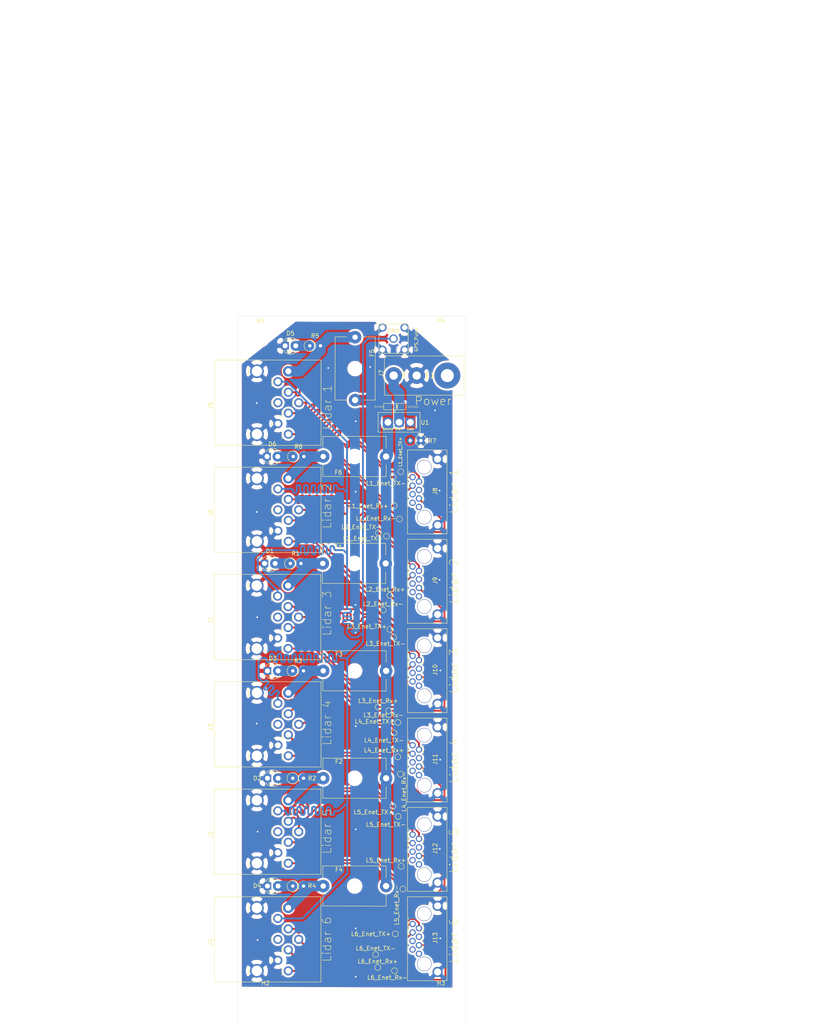
<source format=kicad_pcb>
(kicad_pcb (version 20171130) (host pcbnew "(5.1.4-0-10_14)")

  (general
    (thickness 1.6)
    (drawings 17)
    (tracks 4540)
    (zones 0)
    (modules 65)
    (nets 42)
  )

  (page A4)
  (layers
    (0 F.Cu signal)
    (31 B.Cu signal)
    (32 B.Adhes user)
    (33 F.Adhes user)
    (34 B.Paste user)
    (35 F.Paste user)
    (36 B.SilkS user)
    (37 F.SilkS user)
    (38 B.Mask user)
    (39 F.Mask user)
    (40 Dwgs.User user)
    (41 Cmts.User user)
    (42 Eco1.User user)
    (43 Eco2.User user)
    (44 Edge.Cuts user)
    (45 Margin user)
    (46 B.CrtYd user)
    (47 F.CrtYd user)
    (48 B.Fab user)
    (49 F.Fab user)
  )

  (setup
    (last_trace_width 0.1524)
    (user_trace_width 0.38)
    (user_trace_width 0.44)
    (user_trace_width 2.5)
    (trace_clearance 0.1524)
    (zone_clearance 0.508)
    (zone_45_only no)
    (trace_min 0.1524)
    (via_size 0.508)
    (via_drill 0.254)
    (via_min_size 0.508)
    (via_min_drill 0.254)
    (uvia_size 0.508)
    (uvia_drill 0.254)
    (uvias_allowed no)
    (uvia_min_size 0.2)
    (uvia_min_drill 0.1)
    (edge_width 0.05)
    (segment_width 0.2)
    (pcb_text_width 0.3)
    (pcb_text_size 1.5 1.5)
    (mod_edge_width 0.12)
    (mod_text_size 1 1)
    (mod_text_width 0.15)
    (pad_size 2 2)
    (pad_drill 1.4)
    (pad_to_mask_clearance 0.0508)
    (aux_axis_origin 0 0)
    (grid_origin 154.05 179.45)
    (visible_elements FFFDFF7F)
    (pcbplotparams
      (layerselection 0x010fc_ffffffff)
      (usegerberextensions true)
      (usegerberattributes false)
      (usegerberadvancedattributes false)
      (creategerberjobfile true)
      (excludeedgelayer true)
      (linewidth 0.100000)
      (plotframeref false)
      (viasonmask false)
      (mode 1)
      (useauxorigin false)
      (hpglpennumber 1)
      (hpglpenspeed 20)
      (hpglpendiameter 15.000000)
      (psnegative false)
      (psa4output false)
      (plotreference true)
      (plotvalue true)
      (plotinvisibletext false)
      (padsonsilk false)
      (subtractmaskfromsilk false)
      (outputformat 1)
      (mirror false)
      (drillshape 0)
      (scaleselection 1)
      (outputdirectory ""))
  )

  (net 0 "")
  (net 1 GND)
  (net 2 "Net-(D4-Pad2)")
  (net 3 "Net-(F1-Pad2)")
  (net 4 Pout)
  (net 5 "Net-(F2-Pad2)")
  (net 6 "Net-(F3-Pad2)")
  (net 7 "Net-(F4-Pad2)")
  (net 8 "Net-(F5-Pad2)")
  (net 9 "Net-(F6-Pad2)")
  (net 10 L-6_Enet_Rx+)
  (net 11 L-6_Enet_Tx+)
  (net 12 L-6_Enet_Rx-)
  (net 13 L-6_Enet_Tx-)
  (net 14 GPS_Pulse)
  (net 15 L-1_Enet_Tx+)
  (net 16 L-1_Enet_Rx-)
  (net 17 L-1_Enet_Rx+)
  (net 18 L-2_Enet_Tx+)
  (net 19 L-2_Enet_Tx-)
  (net 20 L-2_Enet_Rx-)
  (net 21 L-2_Enet_Rx+)
  (net 22 L-3_Enet_Tx+)
  (net 23 L-3_Enet_Tx-)
  (net 24 L-3_Enet_Rx-)
  (net 25 L-3_Enet_Rx+)
  (net 26 L-4_Enet_Tx+)
  (net 27 L-4_Enet_Tx-)
  (net 28 L-4_Enet_Rx-)
  (net 29 L-4_Enet_Rx+)
  (net 30 L-5_Enet_Tx+)
  (net 31 L-5_Enet_Tx-)
  (net 32 L-5_Enet_Rx-)
  (net 33 L-5_Enet_Rx+)
  (net 34 "Net-(J7-Pad2)")
  (net 35 "Net-(R7-Pad2)")
  (net 36 "Net-(D1-Pad2)")
  (net 37 "Net-(D2-Pad2)")
  (net 38 "Net-(D3-Pad2)")
  (net 39 "Net-(D5-Pad2)")
  (net 40 "Net-(D6-Pad2)")
  (net 41 L-1_Enet_Tx-)

  (net_class Default "This is the default net class."
    (clearance 0.1524)
    (trace_width 0.1524)
    (via_dia 0.508)
    (via_drill 0.254)
    (uvia_dia 0.508)
    (uvia_drill 0.254)
    (diff_pair_width 0.1524)
    (diff_pair_gap 0.25)
    (add_net GND)
    (add_net GPS_Pulse)
    (add_net L-1_Enet_Rx+)
    (add_net L-1_Enet_Rx-)
    (add_net L-1_Enet_Tx+)
    (add_net L-1_Enet_Tx-)
    (add_net L-2_Enet_Rx+)
    (add_net L-2_Enet_Rx-)
    (add_net L-2_Enet_Tx+)
    (add_net L-2_Enet_Tx-)
    (add_net L-3_Enet_Rx+)
    (add_net L-3_Enet_Rx-)
    (add_net L-3_Enet_Tx+)
    (add_net L-3_Enet_Tx-)
    (add_net L-4_Enet_Rx+)
    (add_net L-4_Enet_Rx-)
    (add_net L-4_Enet_Tx+)
    (add_net L-4_Enet_Tx-)
    (add_net L-5_Enet_Rx+)
    (add_net L-5_Enet_Rx-)
    (add_net L-5_Enet_Tx+)
    (add_net L-5_Enet_Tx-)
    (add_net L-6_Enet_Rx+)
    (add_net L-6_Enet_Rx-)
    (add_net L-6_Enet_Tx+)
    (add_net L-6_Enet_Tx-)
    (add_net "Net-(D1-Pad2)")
    (add_net "Net-(D2-Pad2)")
    (add_net "Net-(D3-Pad2)")
    (add_net "Net-(D4-Pad2)")
    (add_net "Net-(D5-Pad2)")
    (add_net "Net-(D6-Pad2)")
    (add_net "Net-(F1-Pad2)")
    (add_net "Net-(F2-Pad2)")
    (add_net "Net-(F3-Pad2)")
    (add_net "Net-(F4-Pad2)")
    (add_net "Net-(F5-Pad2)")
    (add_net "Net-(F6-Pad2)")
    (add_net "Net-(J7-Pad2)")
    (add_net "Net-(R7-Pad2)")
    (add_net Pout)
  )

  (module "480 Component Footprints:SMA" (layer F.Cu) (tedit 5DD72261) (tstamp 5DD775C7)
    (at 126.22 21.55)
    (fp_text reference SMA (at 0 -1.9) (layer F.SilkS)
      (effects (font (size 1 1) (thickness 0.15)))
    )
    (fp_text value SMA (at 0.15 -4.45) (layer F.Fab)
      (effects (font (size 1 1) (thickness 0.15)))
    )
    (fp_line (start 3.45 -3.5) (end -3.325 -3.5) (layer Dwgs.User) (width 0.12))
    (fp_line (start 3.4 -11.525) (end 3.4 -3.5) (layer Dwgs.User) (width 0.12))
    (fp_line (start -3.45 -11.525) (end 3.4 -11.525) (layer Dwgs.User) (width 0.12))
    (fp_line (start -3.4 -3.5) (end -3.4 -11.525) (layer Dwgs.User) (width 0.12))
    (fp_line (start 3.5 -3.5) (end -3.5 -3.5) (layer F.SilkS) (width 0.12))
    (fp_line (start 3.5 3.5) (end 3.5 -3.5) (layer F.SilkS) (width 0.12))
    (fp_line (start -3.5 3.5) (end 3.5 3.5) (layer F.SilkS) (width 0.12))
    (fp_line (start -3.5 -3.5) (end -3.5 3.5) (layer F.SilkS) (width 0.12))
    (fp_line (start 3.5 3.5) (end 3.5 -3.5) (layer Dwgs.User) (width 0.12))
    (fp_line (start -3.5 3.5) (end 3.5 3.5) (layer Dwgs.User) (width 0.12))
    (fp_line (start -3.5 -3.5) (end -3.5 3.5) (layer Dwgs.User) (width 0.12))
    (fp_line (start 3.5 -3.5) (end -3.5 -3.5) (layer Dwgs.User) (width 0.12))
    (pad 5 thru_hole circle (at 0 0) (size 2 2) (drill 1.4) (layers *.Cu *.Mask)
      (net 14 GPS_Pulse))
    (pad 4 thru_hole circle (at -2.65 -2.65) (size 2 2) (drill 1.3) (layers *.Cu *.Mask)
      (net 1 GND))
    (pad 3 thru_hole circle (at 2.65 -2.65) (size 2 2) (drill 1.3) (layers *.Cu *.Mask)
      (net 1 GND))
    (pad 2 thru_hole circle (at 2.65 2.65) (size 2 2) (drill 1.3) (layers *.Cu *.Mask)
      (net 1 GND))
    (pad 1 thru_hole circle (at -2.65 2.65) (size 2 2) (drill 1.3) (layers *.Cu *.Mask)
      (net 1 GND))
  )

  (module "" (layer F.Cu) (tedit 0) (tstamp 0)
    (at 32.6 -58.93)
    (fp_text reference "" (at 124.45 100.75) (layer F.SilkS)
      (effects (font (size 1.27 1.27) (thickness 0.15)))
    )
    (fp_text value "" (at 124.45 100.75) (layer F.SilkS)
      (effects (font (size 1.27 1.27) (thickness 0.15)))
    )
  )

  (module "480 Component Footprints:Fuseholder" (layer F.Cu) (tedit 5DBB5C63) (tstamp 5DC0EF8C)
    (at 124.45 100.75 180)
    (descr "Fuseholder horizontal open 5x20 Schurter 0031.8201, https://www.schurter.com/en/datasheet/typ_OGN.pdf")
    (tags "Fuseholder horizontal open 5x20 Schurter 0031.8201")
    (path /5DF3C7CF)
    (fp_text reference F3 (at 11.25 3.975) (layer F.SilkS)
      (effects (font (size 1 1) (thickness 0.15)))
    )
    (fp_text value Fuse (at 11.25 6) (layer F.Fab)
      (effects (font (size 1 1) (thickness 0.15)))
    )
    (fp_text user %R (at 11.25 4) (layer F.Fab)
      (effects (font (size 1 1) (thickness 0.15)))
    )
    (fp_line (start 0.1 -4.7) (end 0.1 4.7) (layer F.Fab) (width 0.1))
    (fp_line (start 0.1 4.7) (end 15.05 4.75) (layer F.Fab) (width 0.1))
    (fp_line (start 15.025 4.75) (end 15.025 -4.7) (layer F.Fab) (width 0.1))
    (fp_line (start 15.025 -4.7) (end 0.1 -4.7) (layer F.Fab) (width 0.1))
    (fp_line (start -0.25 5.05) (end -0.25 1.95) (layer F.CrtYd) (width 0.05))
    (fp_line (start 15.075 4.8) (end 15.075 2) (layer F.SilkS) (width 0.12))
    (fp_line (start 15.075 -1.95) (end 15.075 -4.75) (layer F.SilkS) (width 0.12))
    (fp_line (start 0 -2) (end 0 -4.8) (layer F.SilkS) (width 0.12))
    (fp_line (start 0 -4.8) (end 15.075 -4.75) (layer F.SilkS) (width 0.12))
    (fp_line (start 15.6 5.05) (end -0.25 5.05) (layer F.CrtYd) (width 0.05))
    (fp_line (start -0.25 -5.05) (end 15.6 -5.05) (layer F.CrtYd) (width 0.05))
    (fp_line (start 0 4.8) (end 15.075 4.8) (layer F.SilkS) (width 0.12))
    (fp_line (start -0.25 -1.95) (end -0.25 -5.05) (layer F.CrtYd) (width 0.05))
    (fp_line (start 15.6 -1.95) (end 15.6 -5.05) (layer F.CrtYd) (width 0.05))
    (fp_line (start 15.6 1.95) (end 15.6 5.05) (layer F.CrtYd) (width 0.05))
    (fp_line (start 0 4.8) (end 0 2) (layer F.SilkS) (width 0.12))
    (fp_arc (start 15.35 0) (end 15.6 -1.95) (angle 165.3) (layer F.CrtYd) (width 0.05))
    (fp_arc (start 0 0) (end -0.25 1.95) (angle 165.3) (layer F.CrtYd) (width 0.05))
    (pad 1 thru_hole circle (at 0 0 180) (size 3 3) (drill 1.5) (layers *.Cu *.Mask)
      (net 4 Pout))
    (pad 2 thru_hole circle (at 15 0 180) (size 3 3) (drill 1.3) (layers *.Cu *.Mask)
      (net 6 "Net-(F3-Pad2)"))
    (pad "" np_thru_hole circle (at 7.5 0 180) (size 2.7 2.7) (drill 2.7) (layers *.Cu *.Mask))
  )

  (module "480 Component Footprints:Fuseholder" (layer F.Cu) (tedit 5DBB5C63) (tstamp 5DC0B806)
    (at 124.45 49.65 180)
    (descr "Fuseholder horizontal open 5x20 Schurter 0031.8201, https://www.schurter.com/en/datasheet/typ_OGN.pdf")
    (tags "Fuseholder horizontal open 5x20 Schurter 0031.8201")
    (path /5DF61A1C)
    (fp_text reference F6 (at 11.375 -3.775) (layer F.SilkS)
      (effects (font (size 1 1) (thickness 0.15)))
    )
    (fp_text value Fuse (at 11.25 6) (layer F.Fab)
      (effects (font (size 1 1) (thickness 0.15)))
    )
    (fp_text user %R (at 11.25 4) (layer F.Fab)
      (effects (font (size 1 1) (thickness 0.15)))
    )
    (fp_line (start 0.1 -4.7) (end 0.1 4.7) (layer F.Fab) (width 0.1))
    (fp_line (start 0.1 4.7) (end 15.05 4.75) (layer F.Fab) (width 0.1))
    (fp_line (start 15.025 4.75) (end 15.025 -4.7) (layer F.Fab) (width 0.1))
    (fp_line (start 15.025 -4.7) (end 0.1 -4.7) (layer F.Fab) (width 0.1))
    (fp_line (start -0.25 5.05) (end -0.25 1.95) (layer F.CrtYd) (width 0.05))
    (fp_line (start 15.075 4.8) (end 15.075 2) (layer F.SilkS) (width 0.12))
    (fp_line (start 15.075 -1.95) (end 15.075 -4.75) (layer F.SilkS) (width 0.12))
    (fp_line (start 0 -2) (end 0 -4.8) (layer F.SilkS) (width 0.12))
    (fp_line (start 0 -4.8) (end 15.075 -4.75) (layer F.SilkS) (width 0.12))
    (fp_line (start 15.6 5.05) (end -0.25 5.05) (layer F.CrtYd) (width 0.05))
    (fp_line (start -0.25 -5.05) (end 15.6 -5.05) (layer F.CrtYd) (width 0.05))
    (fp_line (start 0 4.8) (end 15.075 4.8) (layer F.SilkS) (width 0.12))
    (fp_line (start -0.25 -1.95) (end -0.25 -5.05) (layer F.CrtYd) (width 0.05))
    (fp_line (start 15.6 -1.95) (end 15.6 -5.05) (layer F.CrtYd) (width 0.05))
    (fp_line (start 15.6 1.95) (end 15.6 5.05) (layer F.CrtYd) (width 0.05))
    (fp_line (start 0 4.8) (end 0 2) (layer F.SilkS) (width 0.12))
    (fp_arc (start 15.35 0) (end 15.6 -1.95) (angle 165.3) (layer F.CrtYd) (width 0.05))
    (fp_arc (start 0 0) (end -0.25 1.95) (angle 165.3) (layer F.CrtYd) (width 0.05))
    (pad 1 thru_hole circle (at 0 0 180) (size 3 3) (drill 1.5) (layers *.Cu *.Mask)
      (net 4 Pout))
    (pad 2 thru_hole circle (at 15 0 180) (size 3 3) (drill 1.3) (layers *.Cu *.Mask)
      (net 9 "Net-(F6-Pad2)"))
    (pad "" np_thru_hole circle (at 7.5 0 180) (size 2.7 2.7) (drill 2.7) (layers *.Cu *.Mask))
  )

  (module "" (layer F.Cu) (tedit 0) (tstamp 0)
    (at 198.85 154.6 90)
    (fp_text reference "" (at 110.25 27.175 90) (layer F.SilkS)
      (effects (font (size 1.27 1.27) (thickness 0.15)))
    )
    (fp_text value "" (at 110.25 27.175 90) (layer F.SilkS)
      (effects (font (size 1.27 1.27) (thickness 0.15)))
    )
    (fp_text user GPS_Pulse (at 132.86 -67.22 270) (layer F.SilkS)
      (effects (font (size 0.75 0.75) (thickness 0.125)))
    )
  )

  (module "480 Component Footprints:T3507900U" (layer F.Cu) (tedit 5DC07BBC) (tstamp 5DC11D31)
    (at 83.52 113.49 270)
    (path /5DF3C7AE)
    (fp_text reference J3 (at 0.6858 0.9144 90) (layer F.SilkS)
      (effects (font (size 1 1) (thickness 0.15)))
    )
    (fp_text value T3507900U (at 1.143 -0.7874 90) (layer F.Fab)
      (effects (font (size 1 1) (thickness 0.15)))
    )
    (fp_text user SHIELD (at -7.493 -8.1534 90) (layer F.SilkS)
      (effects (font (size 0.254 0.254) (thickness 0.0635)))
    )
    (fp_text user SHIELD (at 7.6708 -8.255 90) (layer F.SilkS)
      (effects (font (size 0.254 0.254) (thickness 0.0635)))
    )
    (fp_text user "ENET RX-" (at 7.675 -16.15 90) (layer F.SilkS)
      (effects (font (size 0.254 0.254) (thickness 0.0635)))
    )
    (fp_text user "ENET RX+" (at 2.6 -16.125 90) (layer F.SilkS)
      (effects (font (size 0.254 0.254) (thickness 0.0635)))
    )
    (fp_text user "ENET TX-" (at 0 -18.7 90) (layer F.SilkS)
      (effects (font (size 0.254 0.254) (thickness 0.0635)))
    )
    (fp_text user "ENET TX+" (at -2.475 -16.2 90) (layer F.SilkS)
      (effects (font (size 0.254 0.254) (thickness 0.0635)))
    )
    (fp_text user "GPS RX" (at 0.025 -13.675 90) (layer F.SilkS)
      (effects (font (size 0.254 0.254) (thickness 0.0635)))
    )
    (fp_text user "GPS PULSE" (at -4.9276 -13.7414 90) (layer F.SilkS)
      (effects (font (size 0.254 0.254) (thickness 0.0635)))
    )
    (fp_text user 12V+ (at -7.425 -16.225 90) (layer F.SilkS)
      (effects (font (size 0.254 0.254) (thickness 0.0635)))
    )
    (fp_text user GND (at 5.08 -13.6906 90) (layer F.SilkS)
      (effects (font (size 0.254 0.254) (thickness 0.0635)))
    )
    (fp_line (start -10.16 0) (end 0 0) (layer F.SilkS) (width 0.12))
    (fp_line (start -10.16 -25.4) (end -10.16 0) (layer F.SilkS) (width 0.12))
    (fp_line (start 10.16 -25.4) (end -10.16 -25.4) (layer F.SilkS) (width 0.12))
    (fp_line (start 10.16 0) (end 10.16 -25.4) (layer F.SilkS) (width 0.12))
    (fp_line (start 0 0) (end 10.16 0) (layer F.SilkS) (width 0.12))
    (pad GND thru_hole circle (at -7.5057 -10.1092 270) (size 3.2766 3.2766) (drill 2.5146) (layers *.Cu *.Mask)
      (net 1 GND))
    (pad GND thru_hole circle (at 7.5057 -10.1092 270) (size 3.2766 3.2766) (drill 2.5146) (layers *.Cu *.Mask)
      (net 1 GND))
    (pad 8 thru_hole circle (at 0 -20.0914 270) (size 2.1844 2.1844) (drill 1.4224) (layers *.Cu *.Mask)
      (net 27 L-4_Enet_Tx-))
    (pad 7 thru_hole circle (at -7.5057 -17.6022 270) (size 2.1844 2.1844) (drill 1.4224) (layers *.Cu *.Mask)
      (net 6 "Net-(F3-Pad2)"))
    (pad 6 thru_hole circle (at 7.5057 -17.6022 270) (size 2.1844 2.1844) (drill 1.4224) (layers *.Cu *.Mask)
      (net 28 L-4_Enet_Rx-))
    (pad 5 thru_hole circle (at -2.5019 -17.6022 270) (size 2.1844 2.1844) (drill 1.4224) (layers *.Cu *.Mask)
      (net 26 L-4_Enet_Tx+))
    (pad 4 thru_hole circle (at 2.5019 -17.6022 270) (size 2.1844 2.1844) (drill 1.4224) (layers *.Cu *.Mask)
      (net 29 L-4_Enet_Rx+))
    (pad 3 thru_hole circle (at -4.9911 -15.113 270) (size 2.1844 2.1844) (drill 1.4224) (layers *.Cu *.Mask)
      (net 14 GPS_Pulse))
    (pad 2 thru_hole circle (at 0 -15.113 270) (size 2.1844 2.1844) (drill 1.4224) (layers *.Cu *.Mask))
    (pad 1 thru_hole circle (at 4.9911 -15.113 270) (size 2.1844 2.1844) (drill 1.4224) (layers *.Cu *.Mask)
      (net 1 GND))
  )

  (module "480 Component Footprints:T3507900U" (layer F.Cu) (tedit 5DC07BBC) (tstamp 5DC11D88)
    (at 83.52 62.37 270)
    (path /5DF619FB)
    (fp_text reference J6 (at 0.6858 0.9144 90) (layer F.SilkS)
      (effects (font (size 1 1) (thickness 0.15)))
    )
    (fp_text value T3507900U (at 1.143 -0.7874 90) (layer F.Fab)
      (effects (font (size 1 1) (thickness 0.15)))
    )
    (fp_text user SHIELD (at -7.493 -8.1534 90) (layer F.SilkS)
      (effects (font (size 0.254 0.254) (thickness 0.0635)))
    )
    (fp_text user SHIELD (at 7.6708 -8.255 90) (layer F.SilkS)
      (effects (font (size 0.254 0.254) (thickness 0.0635)))
    )
    (fp_text user "ENET RX-" (at 7.675 -16.15 90) (layer F.SilkS)
      (effects (font (size 0.254 0.254) (thickness 0.0635)))
    )
    (fp_text user "ENET RX+" (at 2.6 -16.125 90) (layer F.SilkS)
      (effects (font (size 0.254 0.254) (thickness 0.0635)))
    )
    (fp_text user "ENET TX-" (at 0 -18.7 90) (layer F.SilkS)
      (effects (font (size 0.254 0.254) (thickness 0.0635)))
    )
    (fp_text user "ENET TX+" (at -2.475 -16.2 90) (layer F.SilkS)
      (effects (font (size 0.254 0.254) (thickness 0.0635)))
    )
    (fp_text user "GPS RX" (at 0.025 -13.675 90) (layer F.SilkS)
      (effects (font (size 0.254 0.254) (thickness 0.0635)))
    )
    (fp_text user "GPS PULSE" (at -4.9276 -13.7414 90) (layer F.SilkS)
      (effects (font (size 0.254 0.254) (thickness 0.0635)))
    )
    (fp_text user 12V+ (at -7.425 -16.225 90) (layer F.SilkS)
      (effects (font (size 0.254 0.254) (thickness 0.0635)))
    )
    (fp_text user GND (at 5.08 -13.6906 90) (layer F.SilkS)
      (effects (font (size 0.254 0.254) (thickness 0.0635)))
    )
    (fp_line (start -10.16 0) (end 0 0) (layer F.SilkS) (width 0.12))
    (fp_line (start -10.16 -25.4) (end -10.16 0) (layer F.SilkS) (width 0.12))
    (fp_line (start 10.16 -25.4) (end -10.16 -25.4) (layer F.SilkS) (width 0.12))
    (fp_line (start 10.16 0) (end 10.16 -25.4) (layer F.SilkS) (width 0.12))
    (fp_line (start 0 0) (end 10.16 0) (layer F.SilkS) (width 0.12))
    (pad GND thru_hole circle (at -7.5057 -10.1092 270) (size 3.2766 3.2766) (drill 2.5146) (layers *.Cu *.Mask)
      (net 1 GND))
    (pad GND thru_hole circle (at 7.5057 -10.1092 270) (size 3.2766 3.2766) (drill 2.5146) (layers *.Cu *.Mask)
      (net 1 GND))
    (pad 8 thru_hole circle (at 0 -20.0914 270) (size 2.1844 2.1844) (drill 1.4224) (layers *.Cu *.Mask)
      (net 19 L-2_Enet_Tx-))
    (pad 7 thru_hole circle (at -7.5057 -17.6022 270) (size 2.1844 2.1844) (drill 1.4224) (layers *.Cu *.Mask)
      (net 9 "Net-(F6-Pad2)"))
    (pad 6 thru_hole circle (at 7.5057 -17.6022 270) (size 2.1844 2.1844) (drill 1.4224) (layers *.Cu *.Mask)
      (net 20 L-2_Enet_Rx-))
    (pad 5 thru_hole circle (at -2.5019 -17.6022 270) (size 2.1844 2.1844) (drill 1.4224) (layers *.Cu *.Mask)
      (net 18 L-2_Enet_Tx+))
    (pad 4 thru_hole circle (at 2.5019 -17.6022 270) (size 2.1844 2.1844) (drill 1.4224) (layers *.Cu *.Mask)
      (net 21 L-2_Enet_Rx+))
    (pad 3 thru_hole circle (at -4.9911 -15.113 270) (size 2.1844 2.1844) (drill 1.4224) (layers *.Cu *.Mask)
      (net 14 GPS_Pulse))
    (pad 2 thru_hole circle (at 0 -15.113 270) (size 2.1844 2.1844) (drill 1.4224) (layers *.Cu *.Mask))
    (pad 1 thru_hole circle (at 4.9911 -15.113 270) (size 2.1844 2.1844) (drill 1.4224) (layers *.Cu *.Mask)
      (net 1 GND))
  )

  (module "480 Component Footprints:T3507900U" (layer F.Cu) (tedit 5DC07BBC) (tstamp 5DC11D6B)
    (at 83.53 36.82 270)
    (path /5DF61A64)
    (fp_text reference J5 (at 0.6858 0.9144 90) (layer F.SilkS)
      (effects (font (size 1 1) (thickness 0.15)))
    )
    (fp_text value T3507900U (at 1.143 -0.7874 90) (layer F.Fab)
      (effects (font (size 1 1) (thickness 0.15)))
    )
    (fp_text user SHIELD (at -7.493 -8.1534 90) (layer F.SilkS)
      (effects (font (size 0.254 0.254) (thickness 0.0635)))
    )
    (fp_text user SHIELD (at 7.6708 -8.255 90) (layer F.SilkS)
      (effects (font (size 0.254 0.254) (thickness 0.0635)))
    )
    (fp_text user "ENET RX-" (at 7.675 -16.15 90) (layer F.SilkS)
      (effects (font (size 0.254 0.254) (thickness 0.0635)))
    )
    (fp_text user "ENET RX+" (at 2.6 -16.125 90) (layer F.SilkS)
      (effects (font (size 0.254 0.254) (thickness 0.0635)))
    )
    (fp_text user "ENET TX-" (at 0 -18.7 90) (layer F.SilkS)
      (effects (font (size 0.254 0.254) (thickness 0.0635)))
    )
    (fp_text user "ENET TX+" (at -2.475 -16.2 90) (layer F.SilkS)
      (effects (font (size 0.254 0.254) (thickness 0.0635)))
    )
    (fp_text user "GPS RX" (at 0.025 -13.675 90) (layer F.SilkS)
      (effects (font (size 0.254 0.254) (thickness 0.0635)))
    )
    (fp_text user "GPS PULSE" (at -4.9276 -13.7414 90) (layer F.SilkS)
      (effects (font (size 0.254 0.254) (thickness 0.0635)))
    )
    (fp_text user 12V+ (at -7.425 -16.225 90) (layer F.SilkS)
      (effects (font (size 0.254 0.254) (thickness 0.0635)))
    )
    (fp_text user GND (at 5.08 -13.6906 90) (layer F.SilkS)
      (effects (font (size 0.254 0.254) (thickness 0.0635)))
    )
    (fp_line (start -10.16 0) (end 0 0) (layer F.SilkS) (width 0.12))
    (fp_line (start -10.16 -25.4) (end -10.16 0) (layer F.SilkS) (width 0.12))
    (fp_line (start 10.16 -25.4) (end -10.16 -25.4) (layer F.SilkS) (width 0.12))
    (fp_line (start 10.16 0) (end 10.16 -25.4) (layer F.SilkS) (width 0.12))
    (fp_line (start 0 0) (end 10.16 0) (layer F.SilkS) (width 0.12))
    (pad GND thru_hole circle (at -7.5057 -10.1092 270) (size 3.2766 3.2766) (drill 2.5146) (layers *.Cu *.Mask)
      (net 1 GND))
    (pad GND thru_hole circle (at 7.5057 -10.1092 270) (size 3.2766 3.2766) (drill 2.5146) (layers *.Cu *.Mask)
      (net 1 GND))
    (pad 8 thru_hole circle (at 0 -20.0914 270) (size 2.1844 2.1844) (drill 1.4224) (layers *.Cu *.Mask)
      (net 41 L-1_Enet_Tx-))
    (pad 7 thru_hole circle (at -7.5057 -17.6022 270) (size 2.1844 2.1844) (drill 1.4224) (layers *.Cu *.Mask)
      (net 8 "Net-(F5-Pad2)"))
    (pad 6 thru_hole circle (at 7.5057 -17.6022 270) (size 2.1844 2.1844) (drill 1.4224) (layers *.Cu *.Mask)
      (net 16 L-1_Enet_Rx-))
    (pad 5 thru_hole circle (at -2.5019 -17.6022 270) (size 2.1844 2.1844) (drill 1.4224) (layers *.Cu *.Mask)
      (net 15 L-1_Enet_Tx+))
    (pad 4 thru_hole circle (at 2.5019 -17.6022 270) (size 2.1844 2.1844) (drill 1.4224) (layers *.Cu *.Mask)
      (net 17 L-1_Enet_Rx+))
    (pad 3 thru_hole circle (at -4.9911 -15.113 270) (size 2.1844 2.1844) (drill 1.4224) (layers *.Cu *.Mask)
      (net 14 GPS_Pulse))
    (pad 2 thru_hole circle (at 0 -15.113 270) (size 2.1844 2.1844) (drill 1.4224) (layers *.Cu *.Mask))
    (pad 1 thru_hole circle (at 4.9911 -15.113 270) (size 2.1844 2.1844) (drill 1.4224) (layers *.Cu *.Mask)
      (net 1 GND))
  )

  (module "480 Component Footprints:T3507900U" (layer F.Cu) (tedit 5DC07BBC) (tstamp 5DC11D4E)
    (at 83.51 164.76 270)
    (path /5DC6F678)
    (fp_text reference J4 (at 0.6858 0.9144 90) (layer F.SilkS)
      (effects (font (size 1 1) (thickness 0.15)))
    )
    (fp_text value T3507900U (at 1.143 -0.7874 90) (layer F.Fab)
      (effects (font (size 1 1) (thickness 0.15)))
    )
    (fp_text user SHIELD (at -7.493 -8.1534 90) (layer F.SilkS)
      (effects (font (size 0.254 0.254) (thickness 0.0635)))
    )
    (fp_text user SHIELD (at 7.6708 -8.255 90) (layer F.SilkS)
      (effects (font (size 0.254 0.254) (thickness 0.0635)))
    )
    (fp_text user "ENET RX-" (at 7.675 -16.15 90) (layer F.SilkS)
      (effects (font (size 0.254 0.254) (thickness 0.0635)))
    )
    (fp_text user "ENET RX+" (at 2.6 -16.125 90) (layer F.SilkS)
      (effects (font (size 0.254 0.254) (thickness 0.0635)))
    )
    (fp_text user "ENET TX-" (at 0 -18.7 90) (layer F.SilkS)
      (effects (font (size 0.254 0.254) (thickness 0.0635)))
    )
    (fp_text user "ENET TX+" (at -2.475 -16.2 90) (layer F.SilkS)
      (effects (font (size 0.254 0.254) (thickness 0.0635)))
    )
    (fp_text user "GPS RX" (at 0.025 -13.675 90) (layer F.SilkS)
      (effects (font (size 0.254 0.254) (thickness 0.0635)))
    )
    (fp_text user "GPS PULSE" (at -4.9276 -13.7414 90) (layer F.SilkS)
      (effects (font (size 0.254 0.254) (thickness 0.0635)))
    )
    (fp_text user 12V+ (at -7.425 -16.225 90) (layer F.SilkS)
      (effects (font (size 0.254 0.254) (thickness 0.0635)))
    )
    (fp_text user GND (at 5.08 -13.6906 90) (layer F.SilkS)
      (effects (font (size 0.254 0.254) (thickness 0.0635)))
    )
    (fp_line (start -10.16 0) (end 0 0) (layer F.SilkS) (width 0.12))
    (fp_line (start -10.16 -25.4) (end -10.16 0) (layer F.SilkS) (width 0.12))
    (fp_line (start 10.16 -25.4) (end -10.16 -25.4) (layer F.SilkS) (width 0.12))
    (fp_line (start 10.16 0) (end 10.16 -25.4) (layer F.SilkS) (width 0.12))
    (fp_line (start 0 0) (end 10.16 0) (layer F.SilkS) (width 0.12))
    (pad GND thru_hole circle (at -7.5057 -10.1092 270) (size 3.2766 3.2766) (drill 2.5146) (layers *.Cu *.Mask)
      (net 1 GND))
    (pad GND thru_hole circle (at 7.5057 -10.1092 270) (size 3.2766 3.2766) (drill 2.5146) (layers *.Cu *.Mask)
      (net 1 GND))
    (pad 8 thru_hole circle (at 0 -20.0914 270) (size 2.1844 2.1844) (drill 1.4224) (layers *.Cu *.Mask)
      (net 13 L-6_Enet_Tx-))
    (pad 7 thru_hole circle (at -7.5057 -17.6022 270) (size 2.1844 2.1844) (drill 1.4224) (layers *.Cu *.Mask)
      (net 7 "Net-(F4-Pad2)"))
    (pad 6 thru_hole circle (at 7.5057 -17.6022 270) (size 2.1844 2.1844) (drill 1.4224) (layers *.Cu *.Mask)
      (net 12 L-6_Enet_Rx-))
    (pad 5 thru_hole circle (at -2.5019 -17.6022 270) (size 2.1844 2.1844) (drill 1.4224) (layers *.Cu *.Mask)
      (net 11 L-6_Enet_Tx+))
    (pad 4 thru_hole circle (at 2.5019 -17.6022 270) (size 2.1844 2.1844) (drill 1.4224) (layers *.Cu *.Mask)
      (net 10 L-6_Enet_Rx+))
    (pad 3 thru_hole circle (at -4.9911 -15.113 270) (size 2.1844 2.1844) (drill 1.4224) (layers *.Cu *.Mask)
      (net 14 GPS_Pulse))
    (pad 2 thru_hole circle (at 0 -15.113 270) (size 2.1844 2.1844) (drill 1.4224) (layers *.Cu *.Mask))
    (pad 1 thru_hole circle (at 4.9911 -15.113 270) (size 2.1844 2.1844) (drill 1.4224) (layers *.Cu *.Mask)
      (net 1 GND))
  )

  (module "480 Component Footprints:T3507900U" (layer F.Cu) (tedit 5DC07BBC) (tstamp 5DC123BE)
    (at 83.51 139.11 270)
    (path /5DF2129A)
    (fp_text reference J2 (at 0.6858 0.9144 90) (layer F.SilkS)
      (effects (font (size 1 1) (thickness 0.15)))
    )
    (fp_text value T3507900U (at 1.143 -0.7874 90) (layer F.Fab)
      (effects (font (size 1 1) (thickness 0.15)))
    )
    (fp_text user SHIELD (at -7.493 -8.1534 90) (layer F.SilkS)
      (effects (font (size 0.254 0.254) (thickness 0.0635)))
    )
    (fp_text user SHIELD (at 7.6708 -8.255 90) (layer F.SilkS)
      (effects (font (size 0.254 0.254) (thickness 0.0635)))
    )
    (fp_text user "ENET RX-" (at 7.675 -16.15 90) (layer F.SilkS)
      (effects (font (size 0.254 0.254) (thickness 0.0635)))
    )
    (fp_text user "ENET RX+" (at 2.6 -16.125 90) (layer F.SilkS)
      (effects (font (size 0.254 0.254) (thickness 0.0635)))
    )
    (fp_text user "ENET TX-" (at 0 -18.7 90) (layer F.SilkS)
      (effects (font (size 0.254 0.254) (thickness 0.0635)))
    )
    (fp_text user "ENET TX+" (at -2.475 -16.2 90) (layer F.SilkS)
      (effects (font (size 0.254 0.254) (thickness 0.0635)))
    )
    (fp_text user "GPS RX" (at 0.025 -13.675 90) (layer F.SilkS)
      (effects (font (size 0.254 0.254) (thickness 0.0635)))
    )
    (fp_text user "GPS PULSE" (at -4.9276 -13.7414 90) (layer F.SilkS)
      (effects (font (size 0.254 0.254) (thickness 0.0635)))
    )
    (fp_text user 12V+ (at -7.425 -16.225 90) (layer F.SilkS)
      (effects (font (size 0.254 0.254) (thickness 0.0635)))
    )
    (fp_text user GND (at 5.08 -13.6906 90) (layer F.SilkS)
      (effects (font (size 0.254 0.254) (thickness 0.0635)))
    )
    (fp_line (start -10.16 0) (end 0 0) (layer F.SilkS) (width 0.12))
    (fp_line (start -10.16 -25.4) (end -10.16 0) (layer F.SilkS) (width 0.12))
    (fp_line (start 10.16 -25.4) (end -10.16 -25.4) (layer F.SilkS) (width 0.12))
    (fp_line (start 10.16 0) (end 10.16 -25.4) (layer F.SilkS) (width 0.12))
    (fp_line (start 0 0) (end 10.16 0) (layer F.SilkS) (width 0.12))
    (pad GND thru_hole circle (at -7.5057 -10.1092 270) (size 3.2766 3.2766) (drill 2.5146) (layers *.Cu *.Mask)
      (net 1 GND))
    (pad GND thru_hole circle (at 7.5057 -10.1092 270) (size 3.2766 3.2766) (drill 2.5146) (layers *.Cu *.Mask)
      (net 1 GND))
    (pad 8 thru_hole circle (at 0 -20.0914 270) (size 2.1844 2.1844) (drill 1.4224) (layers *.Cu *.Mask)
      (net 31 L-5_Enet_Tx-))
    (pad 7 thru_hole circle (at -7.5057 -17.6022 270) (size 2.1844 2.1844) (drill 1.4224) (layers *.Cu *.Mask)
      (net 5 "Net-(F2-Pad2)"))
    (pad 6 thru_hole circle (at 7.5057 -17.6022 270) (size 2.1844 2.1844) (drill 1.4224) (layers *.Cu *.Mask)
      (net 32 L-5_Enet_Rx-))
    (pad 5 thru_hole circle (at -2.5019 -17.6022 270) (size 2.1844 2.1844) (drill 1.4224) (layers *.Cu *.Mask)
      (net 30 L-5_Enet_Tx+))
    (pad 4 thru_hole circle (at 2.5019 -17.6022 270) (size 2.1844 2.1844) (drill 1.4224) (layers *.Cu *.Mask)
      (net 33 L-5_Enet_Rx+))
    (pad 3 thru_hole circle (at -4.9911 -15.113 270) (size 2.1844 2.1844) (drill 1.4224) (layers *.Cu *.Mask)
      (net 14 GPS_Pulse))
    (pad 2 thru_hole circle (at 0 -15.113 270) (size 2.1844 2.1844) (drill 1.4224) (layers *.Cu *.Mask))
    (pad 1 thru_hole circle (at 4.9911 -15.113 270) (size 2.1844 2.1844) (drill 1.4224) (layers *.Cu *.Mask)
      (net 1 GND))
  )

  (module "480 Component Footprints:T3507900U" (layer F.Cu) (tedit 5DC07BBC) (tstamp 5DC11CF7)
    (at 83.47 87.92 270)
    (path /5DF3C817)
    (fp_text reference J1 (at 0.6858 0.9144 90) (layer F.SilkS)
      (effects (font (size 1 1) (thickness 0.15)))
    )
    (fp_text value T3507900U (at 1.143 -0.7874 90) (layer F.Fab)
      (effects (font (size 1 1) (thickness 0.15)))
    )
    (fp_text user SHIELD (at -7.493 -8.1534 90) (layer F.SilkS)
      (effects (font (size 0.254 0.254) (thickness 0.0635)))
    )
    (fp_text user SHIELD (at 7.6708 -8.255 90) (layer F.SilkS)
      (effects (font (size 0.254 0.254) (thickness 0.0635)))
    )
    (fp_text user "ENET RX-" (at 7.675 -16.15 90) (layer F.SilkS)
      (effects (font (size 0.254 0.254) (thickness 0.0635)))
    )
    (fp_text user "ENET RX+" (at 2.6 -16.125 90) (layer F.SilkS)
      (effects (font (size 0.254 0.254) (thickness 0.0635)))
    )
    (fp_text user "ENET TX-" (at 0 -18.7 90) (layer F.SilkS)
      (effects (font (size 0.254 0.254) (thickness 0.0635)))
    )
    (fp_text user "ENET TX+" (at -2.475 -16.2 90) (layer F.SilkS)
      (effects (font (size 0.254 0.254) (thickness 0.0635)))
    )
    (fp_text user "GPS RX" (at 0.025 -13.675 90) (layer F.SilkS)
      (effects (font (size 0.254 0.254) (thickness 0.0635)))
    )
    (fp_text user "GPS PULSE" (at -4.9276 -13.7414 90) (layer F.SilkS)
      (effects (font (size 0.254 0.254) (thickness 0.0635)))
    )
    (fp_text user 12V+ (at -7.425 -16.225 90) (layer F.SilkS)
      (effects (font (size 0.254 0.254) (thickness 0.0635)))
    )
    (fp_text user GND (at 5.08 -13.6906 90) (layer F.SilkS)
      (effects (font (size 0.254 0.254) (thickness 0.0635)))
    )
    (fp_line (start -10.16 0) (end 0 0) (layer F.SilkS) (width 0.12))
    (fp_line (start -10.16 -25.4) (end -10.16 0) (layer F.SilkS) (width 0.12))
    (fp_line (start 10.16 -25.4) (end -10.16 -25.4) (layer F.SilkS) (width 0.12))
    (fp_line (start 10.16 0) (end 10.16 -25.4) (layer F.SilkS) (width 0.12))
    (fp_line (start 0 0) (end 10.16 0) (layer F.SilkS) (width 0.12))
    (pad GND thru_hole circle (at -7.5057 -10.1092 270) (size 3.2766 3.2766) (drill 2.5146) (layers *.Cu *.Mask)
      (net 1 GND))
    (pad GND thru_hole circle (at 7.5057 -10.1092 270) (size 3.2766 3.2766) (drill 2.5146) (layers *.Cu *.Mask)
      (net 1 GND))
    (pad 8 thru_hole circle (at 0 -20.0914 270) (size 2.1844 2.1844) (drill 1.4224) (layers *.Cu *.Mask)
      (net 23 L-3_Enet_Tx-))
    (pad 7 thru_hole circle (at -7.5057 -17.6022 270) (size 2.1844 2.1844) (drill 1.4224) (layers *.Cu *.Mask)
      (net 3 "Net-(F1-Pad2)"))
    (pad 6 thru_hole circle (at 7.5057 -17.6022 270) (size 2.1844 2.1844) (drill 1.4224) (layers *.Cu *.Mask)
      (net 24 L-3_Enet_Rx-))
    (pad 5 thru_hole circle (at -2.5019 -17.6022 270) (size 2.1844 2.1844) (drill 1.4224) (layers *.Cu *.Mask)
      (net 22 L-3_Enet_Tx+))
    (pad 4 thru_hole circle (at 2.5019 -17.6022 270) (size 2.1844 2.1844) (drill 1.4224) (layers *.Cu *.Mask)
      (net 25 L-3_Enet_Rx+))
    (pad 3 thru_hole circle (at -4.9911 -15.113 270) (size 2.1844 2.1844) (drill 1.4224) (layers *.Cu *.Mask)
      (net 14 GPS_Pulse))
    (pad 2 thru_hole circle (at 0 -15.113 270) (size 2.1844 2.1844) (drill 1.4224) (layers *.Cu *.Mask))
    (pad 1 thru_hole circle (at 4.9911 -15.113 270) (size 2.1844 2.1844) (drill 1.4224) (layers *.Cu *.Mask)
      (net 1 GND))
  )

  (module "480 Component Footprints:Fuseholder" (layer F.Cu) (tedit 5DBB5C63) (tstamp 5DC0B7EC)
    (at 117.05 36.2 90)
    (descr "Fuseholder horizontal open 5x20 Schurter 0031.8201, https://www.schurter.com/en/datasheet/typ_OGN.pdf")
    (tags "Fuseholder horizontal open 5x20 Schurter 0031.8201")
    (path /5DF61A85)
    (fp_text reference F5 (at 11.225 4.025 90) (layer F.SilkS)
      (effects (font (size 1 1) (thickness 0.15)))
    )
    (fp_text value Fuse (at 11.25 6 90) (layer F.Fab)
      (effects (font (size 1 1) (thickness 0.15)))
    )
    (fp_text user %R (at 11.25 4 90) (layer F.Fab)
      (effects (font (size 1 1) (thickness 0.15)))
    )
    (fp_line (start 0.1 -4.7) (end 0.1 4.7) (layer F.Fab) (width 0.1))
    (fp_line (start 0.1 4.7) (end 15.05 4.75) (layer F.Fab) (width 0.1))
    (fp_line (start 15.025 4.75) (end 15.025 -4.7) (layer F.Fab) (width 0.1))
    (fp_line (start 15.025 -4.7) (end 0.1 -4.7) (layer F.Fab) (width 0.1))
    (fp_line (start -0.25 5.05) (end -0.25 1.95) (layer F.CrtYd) (width 0.05))
    (fp_line (start 15.075 4.8) (end 15.075 2) (layer F.SilkS) (width 0.12))
    (fp_line (start 15.075 -1.95) (end 15.075 -4.75) (layer F.SilkS) (width 0.12))
    (fp_line (start 0 -2) (end 0 -4.8) (layer F.SilkS) (width 0.12))
    (fp_line (start 0 -4.8) (end 15.075 -4.75) (layer F.SilkS) (width 0.12))
    (fp_line (start 15.6 5.05) (end -0.25 5.05) (layer F.CrtYd) (width 0.05))
    (fp_line (start -0.25 -5.05) (end 15.6 -5.05) (layer F.CrtYd) (width 0.05))
    (fp_line (start 0 4.8) (end 15.075 4.8) (layer F.SilkS) (width 0.12))
    (fp_line (start -0.25 -1.95) (end -0.25 -5.05) (layer F.CrtYd) (width 0.05))
    (fp_line (start 15.6 -1.95) (end 15.6 -5.05) (layer F.CrtYd) (width 0.05))
    (fp_line (start 15.6 1.95) (end 15.6 5.05) (layer F.CrtYd) (width 0.05))
    (fp_line (start 0 4.8) (end 0 2) (layer F.SilkS) (width 0.12))
    (fp_arc (start 15.35 0) (end 15.6 -1.95) (angle 165.3) (layer F.CrtYd) (width 0.05))
    (fp_arc (start 0 0) (end -0.25 1.95) (angle 165.3) (layer F.CrtYd) (width 0.05))
    (pad 1 thru_hole circle (at 0 0 90) (size 3 3) (drill 1.5) (layers *.Cu *.Mask)
      (net 4 Pout))
    (pad 2 thru_hole circle (at 15 0 90) (size 3 3) (drill 1.3) (layers *.Cu *.Mask)
      (net 8 "Net-(F5-Pad2)"))
    (pad "" np_thru_hole circle (at 7.5 0 90) (size 2.7 2.7) (drill 2.7) (layers *.Cu *.Mask))
  )

  (module "480 Component Footprints:Fuseholder" (layer F.Cu) (tedit 5DBB5C63) (tstamp 5DC0B786)
    (at 124.45 126.35 180)
    (descr "Fuseholder horizontal open 5x20 Schurter 0031.8201, https://www.schurter.com/en/datasheet/typ_OGN.pdf")
    (tags "Fuseholder horizontal open 5x20 Schurter 0031.8201")
    (path /5DF212BB)
    (fp_text reference F2 (at 11.275 3.975) (layer F.SilkS)
      (effects (font (size 1 1) (thickness 0.15)))
    )
    (fp_text value Fuse (at 11.25 6) (layer F.Fab)
      (effects (font (size 1 1) (thickness 0.15)))
    )
    (fp_text user %R (at 11.25 4) (layer F.Fab)
      (effects (font (size 1 1) (thickness 0.15)))
    )
    (fp_line (start 0.1 -4.7) (end 0.1 4.7) (layer F.Fab) (width 0.1))
    (fp_line (start 0.1 4.7) (end 15.05 4.75) (layer F.Fab) (width 0.1))
    (fp_line (start 15.025 4.75) (end 15.025 -4.7) (layer F.Fab) (width 0.1))
    (fp_line (start 15.025 -4.7) (end 0.1 -4.7) (layer F.Fab) (width 0.1))
    (fp_line (start -0.25 5.05) (end -0.25 1.95) (layer F.CrtYd) (width 0.05))
    (fp_line (start 15.075 4.8) (end 15.075 2) (layer F.SilkS) (width 0.12))
    (fp_line (start 15.075 -1.95) (end 15.075 -4.75) (layer F.SilkS) (width 0.12))
    (fp_line (start 0 -2) (end 0 -4.8) (layer F.SilkS) (width 0.12))
    (fp_line (start 0 -4.8) (end 15.075 -4.75) (layer F.SilkS) (width 0.12))
    (fp_line (start 15.6 5.05) (end -0.25 5.05) (layer F.CrtYd) (width 0.05))
    (fp_line (start -0.25 -5.05) (end 15.6 -5.05) (layer F.CrtYd) (width 0.05))
    (fp_line (start 0 4.8) (end 15.075 4.8) (layer F.SilkS) (width 0.12))
    (fp_line (start -0.25 -1.95) (end -0.25 -5.05) (layer F.CrtYd) (width 0.05))
    (fp_line (start 15.6 -1.95) (end 15.6 -5.05) (layer F.CrtYd) (width 0.05))
    (fp_line (start 15.6 1.95) (end 15.6 5.05) (layer F.CrtYd) (width 0.05))
    (fp_line (start 0 4.8) (end 0 2) (layer F.SilkS) (width 0.12))
    (fp_arc (start 15.35 0) (end 15.6 -1.95) (angle 165.3) (layer F.CrtYd) (width 0.05))
    (fp_arc (start 0 0) (end -0.25 1.95) (angle 165.3) (layer F.CrtYd) (width 0.05))
    (pad 1 thru_hole circle (at 0 0 180) (size 3 3) (drill 1.5) (layers *.Cu *.Mask)
      (net 4 Pout))
    (pad 2 thru_hole circle (at 15 0 180) (size 3 3) (drill 1.3) (layers *.Cu *.Mask)
      (net 5 "Net-(F2-Pad2)"))
    (pad "" np_thru_hole circle (at 7.5 0 180) (size 2.7 2.7) (drill 2.7) (layers *.Cu *.Mask))
  )

  (module "480 Component Footprints:Fuseholder" (layer F.Cu) (tedit 5DBB5C63) (tstamp 5DC0F1CB)
    (at 124.35 75.15 180)
    (descr "Fuseholder horizontal open 5x20 Schurter 0031.8201, https://www.schurter.com/en/datasheet/typ_OGN.pdf")
    (tags "Fuseholder horizontal open 5x20 Schurter 0031.8201")
    (path /5DF3C838)
    (fp_text reference F1 (at 11.25 3.925) (layer F.SilkS)
      (effects (font (size 1 1) (thickness 0.15)))
    )
    (fp_text value Fuse (at 11.25 6) (layer F.Fab)
      (effects (font (size 1 1) (thickness 0.15)))
    )
    (fp_text user %R (at 11.25 4) (layer F.Fab)
      (effects (font (size 1 1) (thickness 0.15)))
    )
    (fp_line (start 0.1 -4.7) (end 0.1 4.7) (layer F.Fab) (width 0.1))
    (fp_line (start 0.1 4.7) (end 15.05 4.75) (layer F.Fab) (width 0.1))
    (fp_line (start 15.025 4.75) (end 15.025 -4.7) (layer F.Fab) (width 0.1))
    (fp_line (start 15.025 -4.7) (end 0.1 -4.7) (layer F.Fab) (width 0.1))
    (fp_line (start -0.25 5.05) (end -0.25 1.95) (layer F.CrtYd) (width 0.05))
    (fp_line (start 15.075 4.8) (end 15.075 2) (layer F.SilkS) (width 0.12))
    (fp_line (start 15.075 -1.95) (end 15.075 -4.75) (layer F.SilkS) (width 0.12))
    (fp_line (start 0 -2) (end 0 -4.8) (layer F.SilkS) (width 0.12))
    (fp_line (start 0 -4.8) (end 15.075 -4.75) (layer F.SilkS) (width 0.12))
    (fp_line (start 15.6 5.05) (end -0.25 5.05) (layer F.CrtYd) (width 0.05))
    (fp_line (start -0.25 -5.05) (end 15.6 -5.05) (layer F.CrtYd) (width 0.05))
    (fp_line (start 0 4.8) (end 15.075 4.8) (layer F.SilkS) (width 0.12))
    (fp_line (start -0.25 -1.95) (end -0.25 -5.05) (layer F.CrtYd) (width 0.05))
    (fp_line (start 15.6 -1.95) (end 15.6 -5.05) (layer F.CrtYd) (width 0.05))
    (fp_line (start 15.6 1.95) (end 15.6 5.05) (layer F.CrtYd) (width 0.05))
    (fp_line (start 0 4.8) (end 0 2) (layer F.SilkS) (width 0.12))
    (fp_arc (start 15.35 0) (end 15.6 -1.95) (angle 165.3) (layer F.CrtYd) (width 0.05))
    (fp_arc (start 0 0) (end -0.25 1.95) (angle 165.3) (layer F.CrtYd) (width 0.05))
    (pad 1 thru_hole circle (at 0 0 180) (size 3 3) (drill 1.5) (layers *.Cu *.Mask)
      (net 4 Pout))
    (pad 2 thru_hole circle (at 15 0 180) (size 3 3) (drill 1.3) (layers *.Cu *.Mask)
      (net 3 "Net-(F1-Pad2)"))
    (pad "" np_thru_hole circle (at 7.5 0 180) (size 2.7 2.7) (drill 2.7) (layers *.Cu *.Mask))
  )

  (module "480 Component Footprints:LED_D3.0mm" (layer F.Cu) (tedit 5DBB5A9D) (tstamp 5DC0B752)
    (at 96.05 49.65)
    (descr "LED, diameter 3.0mm, 2 pins")
    (tags "LED diameter 3.0mm 2 pins")
    (path /5DF61A2E)
    (fp_text reference D6 (at 1.27 -2.96) (layer F.SilkS)
      (effects (font (size 1 1) (thickness 0.15)))
    )
    (fp_text value LED (at 1.27 2.96) (layer F.Fab)
      (effects (font (size 1 1) (thickness 0.15)))
    )
    (fp_line (start 3.7 -2.25) (end -1.15 -2.25) (layer F.CrtYd) (width 0.05))
    (fp_line (start 3.7 2.25) (end 3.7 -2.25) (layer F.CrtYd) (width 0.05))
    (fp_line (start -1.15 2.25) (end 3.7 2.25) (layer F.CrtYd) (width 0.05))
    (fp_line (start -1.15 -2.25) (end -1.15 2.25) (layer F.CrtYd) (width 0.05))
    (fp_line (start -0.29 1.08) (end -0.29 1.236) (layer F.SilkS) (width 0.12))
    (fp_line (start -0.29 -1.236) (end -0.29 -1.08) (layer F.SilkS) (width 0.12))
    (fp_line (start -0.23 -1.16619) (end -0.23 1.16619) (layer F.Fab) (width 0.1))
    (fp_circle (center 1.27 0) (end 2.77 0) (layer F.Fab) (width 0.1))
    (fp_arc (start 1.27 0) (end 0.229039 1.08) (angle -87.9) (layer F.SilkS) (width 0.12))
    (fp_arc (start 1.27 0) (end 0.229039 -1.08) (angle 87.9) (layer F.SilkS) (width 0.12))
    (fp_arc (start 1.27 0) (end -0.29 1.235516) (angle -108.8) (layer F.SilkS) (width 0.12))
    (fp_arc (start 1.27 0) (end -0.29 -1.235516) (angle 108.8) (layer F.SilkS) (width 0.12))
    (fp_arc (start 1.27 0) (end -0.23 -1.16619) (angle 284.3) (layer F.Fab) (width 0.1))
    (pad 2 thru_hole circle (at 2.54 0) (size 2.2 2.2) (drill 1.2) (layers *.Cu *.Mask)
      (net 40 "Net-(D6-Pad2)"))
    (pad 1 thru_hole rect (at 0 0) (size 1.8 1.8) (drill 1.2) (layers *.Cu *.Mask)
      (net 1 GND))
    (model ${KISYS3DMOD}/LED_THT.3dshapes/LED_D3.0mm.wrl
      (at (xyz 0 0 0))
      (scale (xyz 1 1 1))
      (rotate (xyz 0 0 0))
    )
  )

  (module "480 Component Footprints:LED_D3.0mm" (layer F.Cu) (tedit 5DBB5A9D) (tstamp 5DC073DF)
    (at 100.35 23.25)
    (descr "LED, diameter 3.0mm, 2 pins")
    (tags "LED diameter 3.0mm 2 pins")
    (path /5DF61A97)
    (fp_text reference D5 (at 1.27 -2.96) (layer F.SilkS)
      (effects (font (size 1 1) (thickness 0.15)))
    )
    (fp_text value LED (at 1.27 2.96) (layer F.Fab)
      (effects (font (size 1 1) (thickness 0.15)))
    )
    (fp_line (start 3.7 -2.25) (end -1.15 -2.25) (layer F.CrtYd) (width 0.05))
    (fp_line (start 3.7 2.25) (end 3.7 -2.25) (layer F.CrtYd) (width 0.05))
    (fp_line (start -1.15 2.25) (end 3.7 2.25) (layer F.CrtYd) (width 0.05))
    (fp_line (start -1.15 -2.25) (end -1.15 2.25) (layer F.CrtYd) (width 0.05))
    (fp_line (start -0.29 1.08) (end -0.29 1.236) (layer F.SilkS) (width 0.12))
    (fp_line (start -0.29 -1.236) (end -0.29 -1.08) (layer F.SilkS) (width 0.12))
    (fp_line (start -0.23 -1.16619) (end -0.23 1.16619) (layer F.Fab) (width 0.1))
    (fp_circle (center 1.27 0) (end 2.77 0) (layer F.Fab) (width 0.1))
    (fp_arc (start 1.27 0) (end 0.229039 1.08) (angle -87.9) (layer F.SilkS) (width 0.12))
    (fp_arc (start 1.27 0) (end 0.229039 -1.08) (angle 87.9) (layer F.SilkS) (width 0.12))
    (fp_arc (start 1.27 0) (end -0.29 1.235516) (angle -108.8) (layer F.SilkS) (width 0.12))
    (fp_arc (start 1.27 0) (end -0.29 -1.235516) (angle 108.8) (layer F.SilkS) (width 0.12))
    (fp_arc (start 1.27 0) (end -0.23 -1.16619) (angle 284.3) (layer F.Fab) (width 0.1))
    (pad 2 thru_hole circle (at 2.54 0) (size 2.2 2.2) (drill 1.2) (layers *.Cu *.Mask)
      (net 39 "Net-(D5-Pad2)"))
    (pad 1 thru_hole rect (at 0 0) (size 1.8 1.8) (drill 1.2) (layers *.Cu *.Mask)
      (net 1 GND))
    (model ${KISYS3DMOD}/LED_THT.3dshapes/LED_D3.0mm.wrl
      (at (xyz 0 0 0))
      (scale (xyz 1 1 1))
      (rotate (xyz 0 0 0))
    )
  )

  (module "480 Component Footprints:LED_D3.0mm" (layer F.Cu) (tedit 5DBB5A9D) (tstamp 5DC0B708)
    (at 96.15 100.75)
    (descr "LED, diameter 3.0mm, 2 pins")
    (tags "LED diameter 3.0mm 2 pins")
    (path /5DF3C7E1)
    (fp_text reference D3 (at 1.27 -2.96 180) (layer F.SilkS)
      (effects (font (size 1 1) (thickness 0.15)))
    )
    (fp_text value LED (at 1.27 2.96) (layer F.Fab)
      (effects (font (size 1 1) (thickness 0.15)))
    )
    (fp_line (start 3.7 -2.25) (end -1.15 -2.25) (layer F.CrtYd) (width 0.05))
    (fp_line (start 3.7 2.25) (end 3.7 -2.25) (layer F.CrtYd) (width 0.05))
    (fp_line (start -1.15 2.25) (end 3.7 2.25) (layer F.CrtYd) (width 0.05))
    (fp_line (start -1.15 -2.25) (end -1.15 2.25) (layer F.CrtYd) (width 0.05))
    (fp_line (start -0.29 1.08) (end -0.29 1.236) (layer F.SilkS) (width 0.12))
    (fp_line (start -0.29 -1.236) (end -0.29 -1.08) (layer F.SilkS) (width 0.12))
    (fp_line (start -0.23 -1.16619) (end -0.23 1.16619) (layer F.Fab) (width 0.1))
    (fp_circle (center 1.27 0) (end 2.77 0) (layer F.Fab) (width 0.1))
    (fp_arc (start 1.27 0) (end 0.229039 1.08) (angle -87.9) (layer F.SilkS) (width 0.12))
    (fp_arc (start 1.27 0) (end 0.229039 -1.08) (angle 87.9) (layer F.SilkS) (width 0.12))
    (fp_arc (start 1.27 0) (end -0.29 1.235516) (angle -108.8) (layer F.SilkS) (width 0.12))
    (fp_arc (start 1.27 0) (end -0.29 -1.235516) (angle 108.8) (layer F.SilkS) (width 0.12))
    (fp_arc (start 1.27 0) (end -0.23 -1.16619) (angle 284.3) (layer F.Fab) (width 0.1))
    (pad 2 thru_hole circle (at 2.54 0) (size 2.2 2.2) (drill 1.2) (layers *.Cu *.Mask)
      (net 38 "Net-(D3-Pad2)"))
    (pad 1 thru_hole rect (at 0 0) (size 1.8 1.8) (drill 1.2) (layers *.Cu *.Mask)
      (net 1 GND))
    (model ${KISYS3DMOD}/LED_THT.3dshapes/LED_D3.0mm.wrl
      (at (xyz 0 0 0))
      (scale (xyz 1 1 1))
      (rotate (xyz 0 0 0))
    )
  )

  (module "480 Component Footprints:LED_D3.0mm" (layer F.Cu) (tedit 5DBB5A9D) (tstamp 5DC0B6F5)
    (at 96.15 126.35)
    (descr "LED, diameter 3.0mm, 2 pins")
    (tags "LED diameter 3.0mm 2 pins")
    (path /5DF212CD)
    (fp_text reference D2 (at -2.43 0.01) (layer F.SilkS)
      (effects (font (size 1 1) (thickness 0.15)))
    )
    (fp_text value LED (at 1.27 2.96) (layer F.Fab)
      (effects (font (size 1 1) (thickness 0.15)))
    )
    (fp_line (start 3.7 -2.25) (end -1.15 -2.25) (layer F.CrtYd) (width 0.05))
    (fp_line (start 3.7 2.25) (end 3.7 -2.25) (layer F.CrtYd) (width 0.05))
    (fp_line (start -1.15 2.25) (end 3.7 2.25) (layer F.CrtYd) (width 0.05))
    (fp_line (start -1.15 -2.25) (end -1.15 2.25) (layer F.CrtYd) (width 0.05))
    (fp_line (start -0.29 1.08) (end -0.29 1.236) (layer F.SilkS) (width 0.12))
    (fp_line (start -0.29 -1.236) (end -0.29 -1.08) (layer F.SilkS) (width 0.12))
    (fp_line (start -0.23 -1.16619) (end -0.23 1.16619) (layer F.Fab) (width 0.1))
    (fp_circle (center 1.27 0) (end 2.77 0) (layer F.Fab) (width 0.1))
    (fp_arc (start 1.27 0) (end 0.229039 1.08) (angle -87.9) (layer F.SilkS) (width 0.12))
    (fp_arc (start 1.27 0) (end 0.229039 -1.08) (angle 87.9) (layer F.SilkS) (width 0.12))
    (fp_arc (start 1.27 0) (end -0.29 1.235516) (angle -108.8) (layer F.SilkS) (width 0.12))
    (fp_arc (start 1.27 0) (end -0.29 -1.235516) (angle 108.8) (layer F.SilkS) (width 0.12))
    (fp_arc (start 1.27 0) (end -0.23 -1.16619) (angle 284.3) (layer F.Fab) (width 0.1))
    (pad 2 thru_hole circle (at 2.54 0) (size 2.2 2.2) (drill 1.2) (layers *.Cu *.Mask)
      (net 37 "Net-(D2-Pad2)"))
    (pad 1 thru_hole rect (at 0 0) (size 1.8 1.8) (drill 1.2) (layers *.Cu *.Mask)
      (net 1 GND))
    (model ${KISYS3DMOD}/LED_THT.3dshapes/LED_D3.0mm.wrl
      (at (xyz 0 0 0))
      (scale (xyz 1 1 1))
      (rotate (xyz 0 0 0))
    )
  )

  (module "480 Component Footprints:LED_D3.0mm" (layer F.Cu) (tedit 5DBB5A9D) (tstamp 5DC0F278)
    (at 95.45 75.15)
    (descr "LED, diameter 3.0mm, 2 pins")
    (tags "LED diameter 3.0mm 2 pins")
    (path /5DF3C84A)
    (fp_text reference D1 (at 1.27 -2.96) (layer F.SilkS)
      (effects (font (size 1 1) (thickness 0.15)))
    )
    (fp_text value LED (at 1.27 2.96) (layer F.Fab)
      (effects (font (size 1 1) (thickness 0.15)))
    )
    (fp_line (start 3.7 -2.25) (end -1.15 -2.25) (layer F.CrtYd) (width 0.05))
    (fp_line (start 3.7 2.25) (end 3.7 -2.25) (layer F.CrtYd) (width 0.05))
    (fp_line (start -1.15 2.25) (end 3.7 2.25) (layer F.CrtYd) (width 0.05))
    (fp_line (start -1.15 -2.25) (end -1.15 2.25) (layer F.CrtYd) (width 0.05))
    (fp_line (start -0.29 1.08) (end -0.29 1.236) (layer F.SilkS) (width 0.12))
    (fp_line (start -0.29 -1.236) (end -0.29 -1.08) (layer F.SilkS) (width 0.12))
    (fp_line (start -0.23 -1.16619) (end -0.23 1.16619) (layer F.Fab) (width 0.1))
    (fp_circle (center 1.27 0) (end 2.77 0) (layer F.Fab) (width 0.1))
    (fp_arc (start 1.27 0) (end 0.229039 1.08) (angle -87.9) (layer F.SilkS) (width 0.12))
    (fp_arc (start 1.27 0) (end 0.229039 -1.08) (angle 87.9) (layer F.SilkS) (width 0.12))
    (fp_arc (start 1.27 0) (end -0.29 1.235516) (angle -108.8) (layer F.SilkS) (width 0.12))
    (fp_arc (start 1.27 0) (end -0.29 -1.235516) (angle 108.8) (layer F.SilkS) (width 0.12))
    (fp_arc (start 1.27 0) (end -0.23 -1.16619) (angle 284.3) (layer F.Fab) (width 0.1))
    (pad 2 thru_hole circle (at 2.54 0) (size 2.2 2.2) (drill 1.2) (layers *.Cu *.Mask)
      (net 36 "Net-(D1-Pad2)"))
    (pad 1 thru_hole rect (at 0 0) (size 1.8 1.8) (drill 1.2) (layers *.Cu *.Mask)
      (net 1 GND))
    (model ${KISYS3DMOD}/LED_THT.3dshapes/LED_D3.0mm.wrl
      (at (xyz 0 0 0))
      (scale (xyz 1 1 1))
      (rotate (xyz 0 0 0))
    )
  )

  (module Resistor_THT:R_Axial_DIN0207_L6.3mm_D2.5mm_P2.54mm_Vertical (layer F.Cu) (tedit 5AE5139B) (tstamp 5DC0BDAE)
    (at 102.3 49.65)
    (descr "Resistor, Axial_DIN0207 series, Axial, Vertical, pin pitch=2.54mm, 0.25W = 1/4W, length*diameter=6.3*2.5mm^2, http://cdn-reichelt.de/documents/datenblatt/B400/1_4W%23YAG.pdf")
    (tags "Resistor Axial_DIN0207 series Axial Vertical pin pitch 2.54mm 0.25W = 1/4W length 6.3mm diameter 2.5mm")
    (path /5DF61A22)
    (fp_text reference R6 (at 1.27 -2.37) (layer F.SilkS)
      (effects (font (size 1 1) (thickness 0.15)))
    )
    (fp_text value 560 (at 1.27 2.37) (layer F.Fab)
      (effects (font (size 1 1) (thickness 0.15)))
    )
    (fp_text user %R (at 1.27 -2.37) (layer F.Fab)
      (effects (font (size 1 1) (thickness 0.15)))
    )
    (fp_line (start 3.59 -1.5) (end -1.5 -1.5) (layer F.CrtYd) (width 0.05))
    (fp_line (start 3.59 1.5) (end 3.59 -1.5) (layer F.CrtYd) (width 0.05))
    (fp_line (start -1.5 1.5) (end 3.59 1.5) (layer F.CrtYd) (width 0.05))
    (fp_line (start -1.5 -1.5) (end -1.5 1.5) (layer F.CrtYd) (width 0.05))
    (fp_line (start 1.37 0) (end 1.44 0) (layer F.SilkS) (width 0.12))
    (fp_line (start 0 0) (end 2.54 0) (layer F.Fab) (width 0.1))
    (fp_circle (center 0 0) (end 1.37 0) (layer F.SilkS) (width 0.12))
    (fp_circle (center 0 0) (end 1.25 0) (layer F.Fab) (width 0.1))
    (pad 2 thru_hole oval (at 2.54 0) (size 1.6 1.6) (drill 0.8) (layers *.Cu *.Mask)
      (net 9 "Net-(F6-Pad2)"))
    (pad 1 thru_hole circle (at 0 0) (size 1.6 1.6) (drill 0.8) (layers *.Cu *.Mask)
      (net 40 "Net-(D6-Pad2)"))
    (model ${KISYS3DMOD}/Resistor_THT.3dshapes/R_Axial_DIN0207_L6.3mm_D2.5mm_P2.54mm_Vertical.wrl
      (at (xyz 0 0 0))
      (scale (xyz 1 1 1))
      (rotate (xyz 0 0 0))
    )
  )

  (module Resistor_THT:R_Axial_DIN0207_L6.3mm_D2.5mm_P2.54mm_Vertical (layer F.Cu) (tedit 5AE5139B) (tstamp 5DC0BD9F)
    (at 106.25 23.25)
    (descr "Resistor, Axial_DIN0207 series, Axial, Vertical, pin pitch=2.54mm, 0.25W = 1/4W, length*diameter=6.3*2.5mm^2, http://cdn-reichelt.de/documents/datenblatt/B400/1_4W%23YAG.pdf")
    (tags "Resistor Axial_DIN0207 series Axial Vertical pin pitch 2.54mm 0.25W = 1/4W length 6.3mm diameter 2.5mm")
    (path /5DF61A8B)
    (fp_text reference R5 (at 1.27 -2.37) (layer F.SilkS)
      (effects (font (size 1 1) (thickness 0.15)))
    )
    (fp_text value 560 (at 1.27 2.37) (layer F.Fab)
      (effects (font (size 1 1) (thickness 0.15)))
    )
    (fp_text user %R (at 1.27 -2.37) (layer F.Fab)
      (effects (font (size 1 1) (thickness 0.15)))
    )
    (fp_line (start 3.59 -1.5) (end -1.5 -1.5) (layer F.CrtYd) (width 0.05))
    (fp_line (start 3.59 1.5) (end 3.59 -1.5) (layer F.CrtYd) (width 0.05))
    (fp_line (start -1.5 1.5) (end 3.59 1.5) (layer F.CrtYd) (width 0.05))
    (fp_line (start -1.5 -1.5) (end -1.5 1.5) (layer F.CrtYd) (width 0.05))
    (fp_line (start 1.37 0) (end 1.44 0) (layer F.SilkS) (width 0.12))
    (fp_line (start 0 0) (end 2.54 0) (layer F.Fab) (width 0.1))
    (fp_circle (center 0 0) (end 1.37 0) (layer F.SilkS) (width 0.12))
    (fp_circle (center 0 0) (end 1.25 0) (layer F.Fab) (width 0.1))
    (pad 2 thru_hole oval (at 2.54 0) (size 1.6 1.6) (drill 0.8) (layers *.Cu *.Mask)
      (net 8 "Net-(F5-Pad2)"))
    (pad 1 thru_hole circle (at 0 0) (size 1.6 1.6) (drill 0.8) (layers *.Cu *.Mask)
      (net 39 "Net-(D5-Pad2)"))
    (model ${KISYS3DMOD}/Resistor_THT.3dshapes/R_Axial_DIN0207_L6.3mm_D2.5mm_P2.54mm_Vertical.wrl
      (at (xyz 0 0 0))
      (scale (xyz 1 1 1))
      (rotate (xyz 0 0 0))
    )
  )

  (module Resistor_THT:R_Axial_DIN0207_L6.3mm_D2.5mm_P2.54mm_Vertical (layer F.Cu) (tedit 5AE5139B) (tstamp 5DC0BD82)
    (at 102.2 100.75)
    (descr "Resistor, Axial_DIN0207 series, Axial, Vertical, pin pitch=2.54mm, 0.25W = 1/4W, length*diameter=6.3*2.5mm^2, http://cdn-reichelt.de/documents/datenblatt/B400/1_4W%23YAG.pdf")
    (tags "Resistor Axial_DIN0207 series Axial Vertical pin pitch 2.54mm 0.25W = 1/4W length 6.3mm diameter 2.5mm")
    (path /5DF3C7D5)
    (fp_text reference R3 (at 1.27 -2.37) (layer F.SilkS)
      (effects (font (size 1 1) (thickness 0.15)))
    )
    (fp_text value 560 (at 1.27 2.37) (layer F.Fab)
      (effects (font (size 1 1) (thickness 0.15)))
    )
    (fp_text user %R (at 1.27 -2.37) (layer F.Fab)
      (effects (font (size 1 1) (thickness 0.15)))
    )
    (fp_line (start 3.59 -1.5) (end -1.5 -1.5) (layer F.CrtYd) (width 0.05))
    (fp_line (start 3.59 1.5) (end 3.59 -1.5) (layer F.CrtYd) (width 0.05))
    (fp_line (start -1.5 1.5) (end 3.59 1.5) (layer F.CrtYd) (width 0.05))
    (fp_line (start -1.5 -1.5) (end -1.5 1.5) (layer F.CrtYd) (width 0.05))
    (fp_line (start 1.37 0) (end 1.44 0) (layer F.SilkS) (width 0.12))
    (fp_line (start 0 0) (end 2.54 0) (layer F.Fab) (width 0.1))
    (fp_circle (center 0 0) (end 1.37 0) (layer F.SilkS) (width 0.12))
    (fp_circle (center 0 0) (end 1.25 0) (layer F.Fab) (width 0.1))
    (pad 2 thru_hole oval (at 2.54 0) (size 1.6 1.6) (drill 0.8) (layers *.Cu *.Mask)
      (net 6 "Net-(F3-Pad2)"))
    (pad 1 thru_hole circle (at 0 0) (size 1.6 1.6) (drill 0.8) (layers *.Cu *.Mask)
      (net 38 "Net-(D3-Pad2)"))
    (model ${KISYS3DMOD}/Resistor_THT.3dshapes/R_Axial_DIN0207_L6.3mm_D2.5mm_P2.54mm_Vertical.wrl
      (at (xyz 0 0 0))
      (scale (xyz 1 1 1))
      (rotate (xyz 0 0 0))
    )
  )

  (module Resistor_THT:R_Axial_DIN0207_L6.3mm_D2.5mm_P2.54mm_Vertical (layer F.Cu) (tedit 5AE5139B) (tstamp 5DC0BD73)
    (at 102.2 126.35)
    (descr "Resistor, Axial_DIN0207 series, Axial, Vertical, pin pitch=2.54mm, 0.25W = 1/4W, length*diameter=6.3*2.5mm^2, http://cdn-reichelt.de/documents/datenblatt/B400/1_4W%23YAG.pdf")
    (tags "Resistor Axial_DIN0207 series Axial Vertical pin pitch 2.54mm 0.25W = 1/4W length 6.3mm diameter 2.5mm")
    (path /5DF212C1)
    (fp_text reference R2 (at 4.6 0.01) (layer F.SilkS)
      (effects (font (size 1 1) (thickness 0.15)))
    )
    (fp_text value 560 (at 1.27 2.37) (layer F.Fab)
      (effects (font (size 1 1) (thickness 0.15)))
    )
    (fp_text user %R (at 1.27 -2.37) (layer F.Fab)
      (effects (font (size 1 1) (thickness 0.15)))
    )
    (fp_line (start 3.59 -1.5) (end -1.5 -1.5) (layer F.CrtYd) (width 0.05))
    (fp_line (start 3.59 1.5) (end 3.59 -1.5) (layer F.CrtYd) (width 0.05))
    (fp_line (start -1.5 1.5) (end 3.59 1.5) (layer F.CrtYd) (width 0.05))
    (fp_line (start -1.5 -1.5) (end -1.5 1.5) (layer F.CrtYd) (width 0.05))
    (fp_line (start 1.37 0) (end 1.44 0) (layer F.SilkS) (width 0.12))
    (fp_line (start 0 0) (end 2.54 0) (layer F.Fab) (width 0.1))
    (fp_circle (center 0 0) (end 1.37 0) (layer F.SilkS) (width 0.12))
    (fp_circle (center 0 0) (end 1.25 0) (layer F.Fab) (width 0.1))
    (pad 2 thru_hole oval (at 2.54 0) (size 1.6 1.6) (drill 0.8) (layers *.Cu *.Mask)
      (net 5 "Net-(F2-Pad2)"))
    (pad 1 thru_hole circle (at 0 0) (size 1.6 1.6) (drill 0.8) (layers *.Cu *.Mask)
      (net 37 "Net-(D2-Pad2)"))
    (model ${KISYS3DMOD}/Resistor_THT.3dshapes/R_Axial_DIN0207_L6.3mm_D2.5mm_P2.54mm_Vertical.wrl
      (at (xyz 0 0 0))
      (scale (xyz 1 1 1))
      (rotate (xyz 0 0 0))
    )
  )

  (module Resistor_THT:R_Axial_DIN0207_L6.3mm_D2.5mm_P2.54mm_Vertical (layer F.Cu) (tedit 5AE5139B) (tstamp 5DC0BD64)
    (at 101.6 75.15)
    (descr "Resistor, Axial_DIN0207 series, Axial, Vertical, pin pitch=2.54mm, 0.25W = 1/4W, length*diameter=6.3*2.5mm^2, http://cdn-reichelt.de/documents/datenblatt/B400/1_4W%23YAG.pdf")
    (tags "Resistor Axial_DIN0207 series Axial Vertical pin pitch 2.54mm 0.25W = 1/4W length 6.3mm diameter 2.5mm")
    (path /5DF3C83E)
    (fp_text reference R1 (at 1.27 -2.37) (layer F.SilkS)
      (effects (font (size 1 1) (thickness 0.15)))
    )
    (fp_text value 560 (at 1.27 2.37) (layer F.Fab)
      (effects (font (size 1 1) (thickness 0.15)))
    )
    (fp_text user %R (at 1.27 -2.37) (layer F.Fab)
      (effects (font (size 1 1) (thickness 0.15)))
    )
    (fp_line (start 3.59 -1.5) (end -1.5 -1.5) (layer F.CrtYd) (width 0.05))
    (fp_line (start 3.59 1.5) (end 3.59 -1.5) (layer F.CrtYd) (width 0.05))
    (fp_line (start -1.5 1.5) (end 3.59 1.5) (layer F.CrtYd) (width 0.05))
    (fp_line (start -1.5 -1.5) (end -1.5 1.5) (layer F.CrtYd) (width 0.05))
    (fp_line (start 1.37 0) (end 1.44 0) (layer F.SilkS) (width 0.12))
    (fp_line (start 0 0) (end 2.54 0) (layer F.Fab) (width 0.1))
    (fp_circle (center 0 0) (end 1.37 0) (layer F.SilkS) (width 0.12))
    (fp_circle (center 0 0) (end 1.25 0) (layer F.Fab) (width 0.1))
    (pad 2 thru_hole oval (at 2.54 0) (size 1.6 1.6) (drill 0.8) (layers *.Cu *.Mask)
      (net 3 "Net-(F1-Pad2)"))
    (pad 1 thru_hole circle (at 0 0) (size 1.6 1.6) (drill 0.8) (layers *.Cu *.Mask)
      (net 36 "Net-(D1-Pad2)"))
    (model ${KISYS3DMOD}/Resistor_THT.3dshapes/R_Axial_DIN0207_L6.3mm_D2.5mm_P2.54mm_Vertical.wrl
      (at (xyz 0 0 0))
      (scale (xyz 1 1 1))
      (rotate (xyz 0 0 0))
    )
  )

  (module TestPoint:TestPoint_Pad_D1.0mm (layer F.Cu) (tedit 5DC09DAC) (tstamp 5DD04160)
    (at 127.35 135.45)
    (descr "SMD pad as test Point, diameter 1.0mm")
    (tags "test point SMD pad")
    (path /5DF212F2)
    (attr virtual)
    (fp_text reference L5_Enet_TX-1 (at -0.7 1.4) (layer F.SilkS) hide
      (effects (font (size 0.5 0.5) (thickness 0.125)))
    )
    (fp_text value TestPoint (at 0 1.55) (layer F.Fab)
      (effects (font (size 1 1) (thickness 0.15)))
    )
    (fp_text user L5_Enet_TX- (at -2.975 1.925) (layer F.SilkS)
      (effects (font (size 1 1) (thickness 0.15)))
    )
    (fp_circle (center 0 0) (end 1 0) (layer F.CrtYd) (width 0.05))
    (fp_circle (center 0 0) (end 0 0.7) (layer F.SilkS) (width 0.12))
    (pad 1 smd circle (at 0 0) (size 0.44 0.44) (layers F.Cu F.Mask)
      (net 31 L-5_Enet_Tx-))
  )

  (module TestPoint:TestPoint_Pad_D1.0mm (layer F.Cu) (tedit 5DC09D8C) (tstamp 5DD041B5)
    (at 126.05 133.05)
    (descr "SMD pad as test Point, diameter 1.0mm")
    (tags "test point SMD pad")
    (path /5DF212E8)
    (attr virtual)
    (fp_text reference L5_Enet_TX+1 (at 0.2 -1.2) (layer F.SilkS) hide
      (effects (font (size 0.5 0.5) (thickness 0.125)))
    )
    (fp_text value TestPoint (at 0 1.55) (layer F.Fab)
      (effects (font (size 1 1) (thickness 0.15)))
    )
    (fp_text user L5_Enet_TX+ (at -4.6 1.375) (layer F.SilkS)
      (effects (font (size 1 1) (thickness 0.15)))
    )
    (fp_circle (center 0 0) (end 1 0) (layer F.CrtYd) (width 0.05))
    (fp_circle (center 0 0) (end 0 0.7) (layer F.SilkS) (width 0.12))
    (pad 1 smd circle (at 0 0) (size 0.44 0.44) (layers F.Cu F.Mask)
      (net 30 L-5_Enet_Tx+))
  )

  (module TestPoint:TestPoint_Pad_D1.0mm (layer F.Cu) (tedit 5DC09D5E) (tstamp 5DD040D8)
    (at 128.45 152.75 90)
    (descr "SMD pad as test Point, diameter 1.0mm")
    (tags "test point SMD pad")
    (path /5DF212E1)
    (attr virtual)
    (fp_text reference L5_Enet_Rx-1 (at -3.1 -1.2 90) (layer F.SilkS) hide
      (effects (font (size 0.5 0.5) (thickness 0.125)))
    )
    (fp_text value TestPoint (at 0 1.55 90) (layer F.Fab)
      (effects (font (size 1 1) (thickness 0.15)))
    )
    (fp_text user L5_Enet_Rx- (at -3.85 -1.475 90) (layer F.SilkS)
      (effects (font (size 1 1) (thickness 0.15)))
    )
    (fp_circle (center 0 0) (end 1 0) (layer F.CrtYd) (width 0.05))
    (fp_circle (center 0 0) (end 0 0.7) (layer F.SilkS) (width 0.12))
    (pad 1 smd circle (at 0 0 90) (size 0.44 0.44) (layers F.Cu F.Mask)
      (net 32 L-5_Enet_Rx-))
  )

  (module TestPoint:TestPoint_Pad_D1.0mm (layer F.Cu) (tedit 5DC09D46) (tstamp 5DD0411C)
    (at 128.05 147.35)
    (descr "SMD pad as test Point, diameter 1.0mm")
    (tags "test point SMD pad")
    (path /5DF212DB)
    (attr virtual)
    (fp_text reference L5_Enet_Rx+1 (at 0 -1.448) (layer F.SilkS) hide
      (effects (font (size 0.5 0.5) (thickness 0.125)))
    )
    (fp_text value TestPoint (at 0 1.55) (layer F.Fab)
      (effects (font (size 1 1) (thickness 0.15)))
    )
    (fp_text user L5_Enet_Rx+ (at -3.65 -1.45) (layer F.SilkS)
      (effects (font (size 1 1) (thickness 0.15)))
    )
    (fp_circle (center 0 0) (end 1 0) (layer F.CrtYd) (width 0.05))
    (fp_circle (center 0 0) (end 0 0.7) (layer F.SilkS) (width 0.12))
    (pad 1 smd circle (at 0 0) (size 0.44 0.44) (layers F.Cu F.Mask)
      (net 33 L-5_Enet_Rx+))
  )

  (module TestPoint:TestPoint_Pad_D1.0mm (layer F.Cu) (tedit 5DC094EC) (tstamp 5DC0BCFD)
    (at 126.35 115.55)
    (descr "SMD pad as test Point, diameter 1.0mm")
    (tags "test point SMD pad")
    (path /5DF3C806)
    (attr virtual)
    (fp_text reference L4_Enet_TX-1 (at 0.1 1.4) (layer F.SilkS) hide
      (effects (font (size 0.5 0.5) (thickness 0.125)))
    )
    (fp_text value TestPoint (at 0 1.55) (layer F.Fab)
      (effects (font (size 1 1) (thickness 0.15)))
    )
    (fp_text user L4_Enet_TX- (at -2.4 1.75) (layer F.SilkS)
      (effects (font (size 1 1) (thickness 0.15)))
    )
    (fp_circle (center 0 0) (end 1 0) (layer F.CrtYd) (width 0.05))
    (fp_circle (center 0 0) (end 0 0.7) (layer F.SilkS) (width 0.12))
    (pad 1 smd circle (at 0 0) (size 0.44 0.44) (layers F.Cu F.Mask)
      (net 27 L-4_Enet_Tx-))
  )

  (module TestPoint:TestPoint_Pad_D1.0mm (layer F.Cu) (tedit 5DC0950D) (tstamp 5DC1896A)
    (at 127.25 113.05)
    (descr "SMD pad as test Point, diameter 1.0mm")
    (tags "test point SMD pad")
    (path /5DF3C7FC)
    (attr virtual)
    (fp_text reference L4_Enet_TX+1 (at -3.7 -0.1) (layer F.SilkS) hide
      (effects (font (size 0.5 0.5) (thickness 0.125)))
    )
    (fp_text value TestPoint (at 0 1.55) (layer F.Fab)
      (effects (font (size 1 1) (thickness 0.15)))
    )
    (fp_text user L4_Enet_TX+ (at -5.525 -0.225) (layer F.SilkS)
      (effects (font (size 1 1) (thickness 0.15)))
    )
    (fp_circle (center 0 0) (end 1 0) (layer F.CrtYd) (width 0.05))
    (fp_circle (center 0 0) (end 0 0.7) (layer F.SilkS) (width 0.12))
    (pad 1 smd circle (at 0 0) (size 0.44 0.44) (layers F.Cu F.Mask)
      (net 26 L-4_Enet_Tx+))
  )

  (module TestPoint:TestPoint_Pad_D1.0mm (layer F.Cu) (tedit 5DC09583) (tstamp 5DC0BCED)
    (at 127.85 125.35)
    (descr "SMD pad as test Point, diameter 1.0mm")
    (tags "test point SMD pad")
    (path /5DF3C7F5)
    (attr virtual)
    (fp_text reference L4_Enet_Rx-1 (at -0.3 -1.5) (layer F.SilkS) hide
      (effects (font (size 0.5 0.5) (thickness 0.125)))
    )
    (fp_text value TestPoint (at 0 1.55) (layer F.Fab)
      (effects (font (size 1 1) (thickness 0.15)))
    )
    (fp_text user L4_Enet_Rx- (at 0.875 4.2 90) (layer F.SilkS)
      (effects (font (size 1 1) (thickness 0.15)))
    )
    (fp_circle (center 0 0) (end 1 0) (layer F.CrtYd) (width 0.05))
    (fp_circle (center 0 0) (end 0 0.7) (layer F.SilkS) (width 0.12))
    (pad 1 smd circle (at 0 0) (size 0.44 0.44) (layers F.Cu F.Mask)
      (net 28 L-4_Enet_Rx-))
  )

  (module TestPoint:TestPoint_Pad_D1.0mm (layer F.Cu) (tedit 5DC0953A) (tstamp 5DD04239)
    (at 127.25 121.25)
    (descr "SMD pad as test Point, diameter 1.0mm")
    (tags "test point SMD pad")
    (path /5DF3C7EF)
    (attr virtual)
    (fp_text reference L4_Enet_Rx+1 (at -1 -1.3) (layer F.SilkS) hide
      (effects (font (size 0.5 0.5) (thickness 0.125)))
    )
    (fp_text value TestPoint (at 0 1.55) (layer F.Fab)
      (effects (font (size 1 1) (thickness 0.15)))
    )
    (fp_text user L4_Enet_Rx+ (at -3.3 -1.575) (layer F.SilkS)
      (effects (font (size 1 1) (thickness 0.15)))
    )
    (fp_circle (center 0 0) (end 1 0) (layer F.CrtYd) (width 0.05))
    (fp_circle (center 0 0) (end 0 0.7) (layer F.SilkS) (width 0.12))
    (pad 1 smd circle (at 0 0) (size 0.44 0.44) (layers F.Cu F.Mask)
      (net 29 L-4_Enet_Rx+))
  )

  (module TestPoint:TestPoint_Pad_D1.0mm (layer F.Cu) (tedit 5DC08C07) (tstamp 5DC16F3B)
    (at 126.25 92.75)
    (descr "SMD pad as test Point, diameter 1.0mm")
    (tags "test point SMD pad")
    (path /5DF3C86F)
    (attr virtual)
    (fp_text reference L3_Enet_TX-1 (at -0.1 1.4) (layer F.SilkS) hide
      (effects (font (size 0.5 0.5) (thickness 0.125)))
    )
    (fp_text value TestPoint (at 0 1.55) (layer F.Fab)
      (effects (font (size 1 1) (thickness 0.15)))
    )
    (fp_text user L3_Enet_TX- (at -1.95 1.5) (layer F.SilkS)
      (effects (font (size 1 1) (thickness 0.15)))
    )
    (fp_circle (center 0 0) (end 1 0) (layer F.CrtYd) (width 0.05))
    (fp_circle (center 0 0) (end 0 0.7) (layer F.SilkS) (width 0.12))
    (pad 1 smd circle (at 0 0) (size 0.44 0.44) (layers F.Cu F.Mask)
      (net 23 L-3_Enet_Tx-))
  )

  (module TestPoint:TestPoint_Pad_D1.0mm (layer F.Cu) (tedit 5DC08A9C) (tstamp 5DC0BCD5)
    (at 125.35 90.85)
    (descr "SMD pad as test Point, diameter 1.0mm")
    (tags "test point SMD pad")
    (path /5DF3C865)
    (attr virtual)
    (fp_text reference L3_Enet_TX+1 (at 0 -1.448) (layer F.SilkS) hide
      (effects (font (size 0.5 0.5) (thickness 0.125)))
    )
    (fp_text value TestPoint (at 0 1.55) (layer F.Fab)
      (effects (font (size 1 1) (thickness 0.15)))
    )
    (fp_text user L3_Enet_TX+ (at -5.475 -0.7) (layer F.SilkS)
      (effects (font (size 1 1) (thickness 0.15)))
    )
    (fp_circle (center 0 0) (end 1 0) (layer F.CrtYd) (width 0.05))
    (fp_circle (center 0 0) (end 0 0.7) (layer F.SilkS) (width 0.12))
    (pad 1 smd circle (at 0 0) (size 0.44 0.44) (layers F.Cu F.Mask)
      (net 22 L-3_Enet_Tx+))
  )

  (module TestPoint:TestPoint_Pad_D1.0mm (layer F.Cu) (tedit 5DC08B76) (tstamp 5DC0BCCD)
    (at 125.05 110.25)
    (descr "SMD pad as test Point, diameter 1.0mm")
    (tags "test point SMD pad")
    (path /5DF3C85E)
    (attr virtual)
    (fp_text reference L3_Enet_Rx-1 (at 0.2 1.5) (layer F.SilkS) hide
      (effects (font (size 0.5 0.5) (thickness 0.125)))
    )
    (fp_text value TestPoint (at 0 1.55) (layer F.Fab)
      (effects (font (size 1 1) (thickness 0.15)))
    )
    (fp_text user L3_Enet_Rx- (at -1.25 1.05) (layer F.SilkS)
      (effects (font (size 1 1) (thickness 0.15)))
    )
    (fp_circle (center 0 0) (end 1 0) (layer F.CrtYd) (width 0.05))
    (fp_circle (center 0 0) (end 0 0.7) (layer F.SilkS) (width 0.12))
    (pad 1 smd circle (at 0 0) (size 0.44 0.44) (layers F.Cu F.Mask)
      (net 24 L-3_Enet_Rx-))
  )

  (module TestPoint:TestPoint_Pad_D1.0mm (layer F.Cu) (tedit 5DC08B62) (tstamp 5DC0BCC5)
    (at 122.55 109.35)
    (descr "SMD pad as test Point, diameter 1.0mm")
    (tags "test point SMD pad")
    (path /5DF3C858)
    (attr virtual)
    (fp_text reference L3_Enet_Rx+1 (at 0 -1.448) (layer F.SilkS) hide
      (effects (font (size 0.5 0.5) (thickness 0.125)))
    )
    (fp_text value TestPoint (at 0 1.55) (layer F.Fab)
      (effects (font (size 1 1) (thickness 0.15)))
    )
    (fp_text user L3_Enet_Rx+ (at 0 -1.45) (layer F.SilkS)
      (effects (font (size 1 1) (thickness 0.15)))
    )
    (fp_circle (center 0 0) (end 1 0) (layer F.CrtYd) (width 0.05))
    (fp_circle (center 0 0) (end 0 0.7) (layer F.SilkS) (width 0.12))
    (pad 1 smd circle (at 0 0) (size 0.44 0.44) (layers F.Cu F.Mask)
      (net 25 L-3_Enet_Rx+))
  )

  (module TestPoint:TestPoint_Pad_D1.0mm (layer F.Cu) (tedit 5DC08868) (tstamp 5DC0BCBD)
    (at 122.65 67.85)
    (descr "SMD pad as test Point, diameter 1.0mm")
    (tags "test point SMD pad")
    (path /5DF61A53)
    (attr virtual)
    (fp_text reference L2_Enet_TX-1 (at 0 -1.448) (layer F.SilkS) hide
      (effects (font (size 0.5 0.5) (thickness 0.125)))
    )
    (fp_text value TestPoint (at 0 1.55) (layer F.Fab)
      (effects (font (size 1 1) (thickness 0.15)))
    )
    (fp_text user L2_Enet_TX- (at -4.125 -1.375) (layer F.SilkS)
      (effects (font (size 1 1) (thickness 0.15)))
    )
    (fp_circle (center 0 0) (end 1 0) (layer F.CrtYd) (width 0.05))
    (fp_circle (center 0 0) (end 0 0.7) (layer F.SilkS) (width 0.12))
    (pad 1 smd circle (at 0 0) (size 0.44 0.44) (layers F.Cu F.Mask)
      (net 19 L-2_Enet_Tx-))
  )

  (module TestPoint:TestPoint_Pad_D1.0mm (layer F.Cu) (tedit 5DC08878) (tstamp 5DC0BCB5)
    (at 124.55 68.65)
    (descr "SMD pad as test Point, diameter 1.0mm")
    (tags "test point SMD pad")
    (path /5DF61A49)
    (attr virtual)
    (fp_text reference L2_Enet_TX+1 (at 0 -1.448) (layer F.SilkS) hide
      (effects (font (size 0.5 0.5) (thickness 0.125)))
    )
    (fp_text value TestPoint (at 0 1.55) (layer F.Fab)
      (effects (font (size 1 1) (thickness 0.15)))
    )
    (fp_text user L2_Enet_TX+ (at -5.65 0.55) (layer F.SilkS)
      (effects (font (size 1 1) (thickness 0.15)))
    )
    (fp_circle (center 0 0) (end 1 0) (layer F.CrtYd) (width 0.05))
    (fp_circle (center 0 0) (end 0 0.7) (layer F.SilkS) (width 0.12))
    (pad 1 smd circle (at 0 0) (size 0.44 0.44) (layers F.Cu F.Mask)
      (net 18 L-2_Enet_Tx+))
  )

  (module TestPoint:TestPoint_Pad_D1.0mm (layer F.Cu) (tedit 5DC08B41) (tstamp 5DC0BCAD)
    (at 123.75 86.25)
    (descr "SMD pad as test Point, diameter 1.0mm")
    (tags "test point SMD pad")
    (path /5DF61A42)
    (attr virtual)
    (fp_text reference L2_Enet_Rx-1 (at 0 -1.448) (layer F.SilkS) hide
      (effects (font (size 0.5 0.5) (thickness 0.125)))
    )
    (fp_text value TestPoint (at 0 1.55) (layer F.Fab)
      (effects (font (size 1 1) (thickness 0.15)))
    )
    (fp_circle (center 0 0) (end 0 0.7) (layer F.SilkS) (width 0.12))
    (fp_circle (center 0 0) (end 1 0) (layer F.CrtYd) (width 0.05))
    (fp_text user L2_Enet_Rx- (at 0 -1.45) (layer F.SilkS)
      (effects (font (size 1 1) (thickness 0.15)))
    )
    (pad 1 smd circle (at 0 0) (size 0.44 0.44) (layers F.Cu F.Mask)
      (net 20 L-2_Enet_Rx-))
  )

  (module TestPoint:TestPoint_Pad_D1.0mm (layer F.Cu) (tedit 5DC08B13) (tstamp 5DC0BCA5)
    (at 125.35 82.75)
    (descr "SMD pad as test Point, diameter 1.0mm")
    (tags "test point SMD pad")
    (path /5DF61A3C)
    (attr virtual)
    (fp_text reference L2_Enet_Rx+1 (at 0 -1.448) (layer F.SilkS) hide
      (effects (font (size 0.5 0.5) (thickness 0.125)))
    )
    (fp_text value TestPoint (at 0 1.55) (layer F.Fab)
      (effects (font (size 1 1) (thickness 0.15)))
    )
    (fp_text user L2_Enet_Rx+ (at -1.15 -1.425) (layer F.SilkS)
      (effects (font (size 1 1) (thickness 0.15)))
    )
    (fp_circle (center 0 0) (end 1 0) (layer F.CrtYd) (width 0.05))
    (fp_circle (center 0 0) (end 0 0.7) (layer F.SilkS) (width 0.12))
    (pad 1 smd circle (at 0 0) (size 0.44 0.44) (layers F.Cu F.Mask)
      (net 21 L-2_Enet_Rx+))
  )

  (module TestPoint:TestPoint_Pad_D1.0mm (layer F.Cu) (tedit 5DC08508) (tstamp 5DC0BC9D)
    (at 126.15 54.55)
    (descr "SMD pad as test Point, diameter 1.0mm")
    (tags "test point SMD pad")
    (path /5DF61ABC)
    (attr virtual)
    (fp_text reference L1_Enet_TX-1 (at 0 -1.448 180) (layer F.SilkS) hide
      (effects (font (size 0.5 0.5) (thickness 0.125)))
    )
    (fp_text value TestPoint (at 0 1.55) (layer F.Fab)
      (effects (font (size 1 1) (thickness 0.15)))
    )
    (fp_text user L1_Enet_TX- (at -1.75 1.5) (layer F.SilkS)
      (effects (font (size 1 1) (thickness 0.15)))
    )
    (fp_circle (center 0 0) (end 1 0) (layer F.CrtYd) (width 0.05))
    (fp_circle (center 0 0) (end 0 0.7) (layer F.SilkS) (width 0.12))
    (pad 1 smd circle (at 0 0) (size 0.44 0.44) (layers F.Cu F.Mask)
      (net 41 L-1_Enet_Tx-))
  )

  (module TestPoint:TestPoint_Pad_D1.0mm (layer F.Cu) (tedit 5DC0840E) (tstamp 5DC0BC95)
    (at 127.95 53.25)
    (descr "SMD pad as test Point, diameter 1.0mm")
    (tags "test point SMD pad")
    (path /5DF61AB2)
    (attr virtual)
    (fp_text reference L1_Enet_TX+1 (at -0.5 -1.1) (layer F.SilkS) hide
      (effects (font (size 0.5 0.5) (thickness 0.125)))
    )
    (fp_text value TestPoint (at 0 1.55) (layer F.Fab)
      (effects (font (size 1 1) (thickness 0.15)))
    )
    (fp_text user L1_Enet_TX+ (at -0.1 -4.7 90) (layer F.SilkS)
      (effects (font (size 0.75 0.75) (thickness 0.15)))
    )
    (fp_circle (center 0 0) (end 1 0) (layer F.CrtYd) (width 0.05))
    (fp_circle (center 0 0) (end 0 0.7) (layer F.SilkS) (width 0.12))
    (pad 1 smd circle (at 0 0) (size 0.44 0.44) (layers F.Cu F.Mask)
      (net 15 L-1_Enet_Tx+))
  )

  (module TestPoint:TestPoint_Pad_D1.0mm (layer F.Cu) (tedit 5DC0846B) (tstamp 5DC0BC8D)
    (at 127.65 64.55)
    (descr "SMD pad as test Point, diameter 1.0mm")
    (tags "test point SMD pad")
    (path /5DF61AAB)
    (attr virtual)
    (fp_text reference L1_Enet_Rx-1 (at -1.5 1.4) (layer F.SilkS) hide
      (effects (font (size 0.5 0.5) (thickness 0.125)))
    )
    (fp_text value TestPoint (at 0 1.55) (layer F.Fab)
      (effects (font (size 1 1) (thickness 0.15)))
    )
    (fp_text user L1_Enet_Rx- (at -5.65 -0.15) (layer F.SilkS)
      (effects (font (size 1 1) (thickness 0.15)))
    )
    (fp_circle (center 0 0) (end 1 0) (layer F.CrtYd) (width 0.05))
    (fp_circle (center 0 0) (end 0 0.7) (layer F.SilkS) (width 0.12))
    (pad 1 smd circle (at 0 0) (size 0.44 0.44) (layers F.Cu F.Mask)
      (net 16 L-1_Enet_Rx-))
  )

  (module TestPoint:TestPoint_Pad_D1.0mm (layer F.Cu) (tedit 5DC0838F) (tstamp 5DC0BC85)
    (at 126.35 61.35 180)
    (descr "SMD pad as test Point, diameter 1.0mm")
    (tags "test point SMD pad")
    (path /5DF61AA5)
    (attr virtual)
    (fp_text reference L1_Enet_Rx+1 (at 0 -1.448) (layer F.SilkS) hide
      (effects (font (size 0.5 0.5) (thickness 0.125)))
    )
    (fp_text value TestPoint (at 0 1.55) (layer F.Fab)
      (effects (font (size 1 1) (thickness 0.15)))
    )
    (fp_text user L1_Enet_Rx+ (at 6.125 -0.1) (layer F.SilkS)
      (effects (font (size 1 1) (thickness 0.15)))
    )
    (fp_circle (center 0 0) (end 1 0) (layer F.CrtYd) (width 0.05))
    (fp_circle (center 0 0) (end 0 0.7) (layer F.SilkS) (width 0.12))
    (pad 1 smd circle (at 0 0 180) (size 0.44 0.44) (layers F.Cu F.Mask)
      (net 17 L-1_Enet_Rx+))
  )

  (module TestPoint:TestPoint_Pad_D1.0mm (layer F.Cu) (tedit 5DC09E09) (tstamp 5DC0AD36)
    (at 121.95 168.35)
    (descr "SMD pad as test Point, diameter 1.0mm")
    (tags "test point SMD pad")
    (path /5DF72CE9)
    (attr virtual)
    (fp_text reference L6_Enet_TX-1 (at 0 -1.448) (layer F.SilkS) hide
      (effects (font (size 0.5 0.5) (thickness 0.125)))
    )
    (fp_text value TestPoint (at 0 1.55) (layer F.Fab)
      (effects (font (size 1 1) (thickness 0.15)))
    )
    (fp_text user L6_Enet_TX- (at 0 -1.45) (layer F.SilkS)
      (effects (font (size 1 1) (thickness 0.15)))
    )
    (fp_circle (center 0 0) (end 1 0) (layer F.CrtYd) (width 0.05))
    (fp_circle (center 0 0) (end 0 0.7) (layer F.SilkS) (width 0.12))
    (pad 1 smd circle (at 0 0) (size 0.44 0.44) (layers F.Cu F.Mask)
      (net 13 L-6_Enet_Tx-))
  )

  (module TestPoint:TestPoint_Pad_D1.0mm (layer F.Cu) (tedit 5DC09DE6) (tstamp 5DD04095)
    (at 126.65 163.45)
    (descr "SMD pad as test Point, diameter 1.0mm")
    (tags "test point SMD pad")
    (path /5DF6AE97)
    (attr virtual)
    (fp_text reference L6_Enet_TX+1 (at 0 -1.448) (layer F.SilkS) hide
      (effects (font (size 0.5 0.5) (thickness 0.125)))
    )
    (fp_text value TestPoint (at 0 1.55) (layer F.Fab)
      (effects (font (size 1 1) (thickness 0.15)))
    )
    (fp_text user L6_Enet_TX+ (at -5.825 0.025) (layer F.SilkS)
      (effects (font (size 1 1) (thickness 0.15)))
    )
    (fp_circle (center 0 0) (end 1 0) (layer F.CrtYd) (width 0.05))
    (fp_circle (center 0 0) (end 0 0.7) (layer F.SilkS) (width 0.12))
    (pad 1 smd circle (at 0 0) (size 0.44 0.44) (layers F.Cu F.Mask)
      (net 11 L-6_Enet_Tx+))
  )

  (module TestPoint:TestPoint_Pad_D1.0mm (layer F.Cu) (tedit 5DC09DFE) (tstamp 5DD03FE9)
    (at 126.45 172.25)
    (descr "SMD pad as test Point, diameter 1.0mm")
    (tags "test point SMD pad")
    (path /5DF7AC7E)
    (attr virtual)
    (fp_text reference L6_Enet_Rx-1 (at 0 -1.448) (layer F.SilkS) hide
      (effects (font (size 0.5 0.5) (thickness 0.125)))
    )
    (fp_text value TestPoint (at 0 1.55) (layer F.Fab)
      (effects (font (size 1 1) (thickness 0.15)))
    )
    (fp_text user L6_Enet_Rx- (at -1.725 1.6) (layer F.SilkS)
      (effects (font (size 1 1) (thickness 0.15)))
    )
    (fp_circle (center 0 0) (end 1 0) (layer F.CrtYd) (width 0.05))
    (fp_circle (center 0 0) (end 0 0.7) (layer F.SilkS) (width 0.12))
    (pad 1 smd circle (at 0 0) (size 0.44 0.44) (layers F.Cu F.Mask)
      (net 12 L-6_Enet_Rx-))
  )

  (module TestPoint:TestPoint_Pad_D1.0mm (layer F.Cu) (tedit 5DC09E3C) (tstamp 5DC0AD1E)
    (at 122.45 171.45)
    (descr "SMD pad as test Point, diameter 1.0mm")
    (tags "test point SMD pad")
    (path /5DF76C97)
    (attr virtual)
    (fp_text reference L6_Enet_Rx+1 (at 0 -1.448) (layer F.SilkS) hide
      (effects (font (size 0.5 0.5) (thickness 0.125)))
    )
    (fp_text value TestPoint (at 0 1.55) (layer F.Fab)
      (effects (font (size 1 1) (thickness 0.15)))
    )
    (fp_text user L6_Enet_Rx+ (at 0 -1.45) (layer F.SilkS)
      (effects (font (size 1 1) (thickness 0.15)))
    )
    (fp_circle (center 0 0) (end 1 0) (layer F.CrtYd) (width 0.05))
    (fp_circle (center 0 0) (end 0 0.7) (layer F.SilkS) (width 0.12))
    (pad 1 smd circle (at 0 0) (size 0.44 0.44) (layers F.Cu F.Mask)
      (net 10 L-6_Enet_Rx+))
  )

  (module MountingHole:MountingHole_3.2mm_M3 (layer F.Cu) (tedit 56D1B4CB) (tstamp 5DC07661)
    (at 137.55 21.45)
    (descr "Mounting Hole 3.2mm, no annular, M3")
    (tags "mounting hole 3.2mm no annular m3")
    (path /5DD02C72)
    (attr virtual)
    (fp_text reference H4 (at 0 -4.2) (layer F.SilkS)
      (effects (font (size 1 1) (thickness 0.15)))
    )
    (fp_text value MountingHole (at 0 4.2) (layer F.Fab)
      (effects (font (size 1 1) (thickness 0.15)))
    )
    (fp_circle (center 0 0) (end 3.45 0) (layer F.CrtYd) (width 0.05))
    (fp_circle (center 0 0) (end 3.2 0) (layer Cmts.User) (width 0.15))
    (fp_text user %R (at 0.3 0) (layer F.Fab)
      (effects (font (size 1 1) (thickness 0.15)))
    )
    (pad 1 np_thru_hole circle (at 0 0) (size 3.2 3.2) (drill 3.2) (layers *.Cu *.Mask))
  )

  (module MountingHole:MountingHole_3.2mm_M3 (layer F.Cu) (tedit 56D1B4CB) (tstamp 5DC0764C)
    (at 137.55 179.4)
    (descr "Mounting Hole 3.2mm, no annular, M3")
    (tags "mounting hole 3.2mm no annular m3")
    (path /5DD0B547)
    (attr virtual)
    (fp_text reference H3 (at 0 -4.2) (layer F.SilkS)
      (effects (font (size 1 1) (thickness 0.15)))
    )
    (fp_text value MountingHole (at 0 4.2) (layer F.Fab)
      (effects (font (size 1 1) (thickness 0.15)))
    )
    (fp_circle (center 0 0) (end 3.45 0) (layer F.CrtYd) (width 0.05))
    (fp_circle (center 0 0) (end 3.2 0) (layer Cmts.User) (width 0.15))
    (fp_text user %R (at 0.3 0) (layer F.Fab)
      (effects (font (size 1 1) (thickness 0.15)))
    )
    (pad 1 np_thru_hole circle (at 0 0) (size 3.2 3.2) (drill 3.2) (layers *.Cu *.Mask))
  )

  (module MountingHole:MountingHole_3.2mm_M3 (layer F.Cu) (tedit 56D1B4CB) (tstamp 5DC074A5)
    (at 94.59 21.5)
    (descr "Mounting Hole 3.2mm, no annular, M3")
    (tags "mounting hole 3.2mm no annular m3")
    (path /5DCFA34F)
    (attr virtual)
    (fp_text reference H1 (at 0 -4.2) (layer F.SilkS)
      (effects (font (size 1 1) (thickness 0.15)))
    )
    (fp_text value MountingHole (at 0 4.2) (layer F.Fab)
      (effects (font (size 1 1) (thickness 0.15)))
    )
    (fp_text user %R (at 0.3 0) (layer F.Fab)
      (effects (font (size 1 1) (thickness 0.15)))
    )
    (fp_circle (center 0 0) (end 3.2 0) (layer Cmts.User) (width 0.15))
    (fp_circle (center 0 0) (end 3.45 0) (layer F.CrtYd) (width 0.05))
    (pad 1 np_thru_hole circle (at 0 0) (size 3.2 3.2) (drill 3.2) (layers *.Cu *.Mask))
  )

  (module MountingHole:MountingHole_3.2mm_M3 (layer F.Cu) (tedit 56D1B4CB) (tstamp 5DC0AA6C)
    (at 95.7 179.4)
    (descr "Mounting Hole 3.2mm, no annular, M3")
    (tags "mounting hole 3.2mm no annular m3")
    (path /5DCFA887)
    (attr virtual)
    (fp_text reference H2 (at 0 -4.2) (layer F.SilkS)
      (effects (font (size 1 1) (thickness 0.15)))
    )
    (fp_text value MountingHole (at 0 4.2) (layer F.Fab)
      (effects (font (size 1 1) (thickness 0.15)))
    )
    (fp_circle (center 0 0) (end 3.45 0) (layer F.CrtYd) (width 0.05))
    (fp_circle (center 0 0) (end 3.2 0) (layer Cmts.User) (width 0.15))
    (fp_text user %R (at 0.3 0) (layer F.Fab)
      (effects (font (size 1 1) (thickness 0.15)))
    )
    (pad 1 np_thru_hole circle (at 0 0) (size 3.2 3.2) (drill 3.2) (layers *.Cu *.Mask))
  )

  (module Diode_SMD:MMSZ5242B-TP (layer F.Cu) (tedit 5DAFB067) (tstamp 5DBBB772)
    (at 124.9 37.75)
    (path /5DBFB564)
    (fp_text reference U2 (at 1.625 1.05) (layer F.SilkS)
      (effects (font (size 0.254 0.254) (thickness 0.0635)))
    )
    (fp_text value MMSZ5242B-TP (at 1.55 -1.075) (layer F.Fab)
      (effects (font (size 0.254 0.254) (thickness 0.0635)))
    )
    (fp_poly (pts (xy 2 -0.5) (xy 2.25 -0.5) (xy 2.25 0.5) (xy 2 0.5)) (layer F.SilkS) (width 0.1))
    (fp_text user Cathode (at 5.825 0.025 180) (layer F.SilkS)
      (effects (font (size 0.5 0.5) (thickness 0.047625)))
    )
    (fp_text user Anode (at -2.175 0 180) (layer F.SilkS)
      (effects (font (size 0.5 0.5) (thickness 0.047625)))
    )
    (fp_line (start -1.025 0.75) (end -1.025 -0.75) (layer F.SilkS) (width 0.12))
    (fp_line (start 4.25 0.75) (end -1.025 0.75) (layer F.SilkS) (width 0.12))
    (fp_line (start 4.25 -0.75) (end 4.25 0.75) (layer F.SilkS) (width 0.12))
    (fp_line (start -1.025 -0.75) (end 4.25 -0.75) (layer F.SilkS) (width 0.12))
    (pad 2 smd rect (at 3.2766 0 90) (size 1.2192 0.9144) (layers F.Cu F.Paste F.Mask)
      (net 35 "Net-(R7-Pad2)"))
    (pad 1 smd rect (at 0 0 90) (size 1.2192 0.9144) (layers F.Cu F.Paste F.Mask)
      (net 4 Pout))
  )

  (module Package_TO_SOT_THT:FQP47P06 (layer F.Cu) (tedit 5DB39E0F) (tstamp 5DC599FB)
    (at 127.55 41.5 180)
    (path /5DADBB43)
    (fp_text reference U1 (at -6.175 -0.05) (layer F.SilkS)
      (effects (font (size 1 1) (thickness 0.15)))
    )
    (fp_text value FQP47P06 (at 0 1.725) (layer F.Fab)
      (effects (font (size 0.5 0.5) (thickness 0.125)))
    )
    (fp_text user Drain (at 0 -1.55) (layer F.SilkS)
      (effects (font (size 0.5 0.5) (thickness 0.125)))
    )
    (fp_text user Source (at 2.675 -1.55) (layer F.SilkS)
      (effects (font (size 0.5 0.5) (thickness 0.125)))
    )
    (fp_text user Gate (at -2.7 -1.575) (layer F.SilkS)
      (effects (font (size 0.5 0.5) (thickness 0.125)))
    )
    (fp_line (start -5 2.35) (end -5 -2.35) (layer F.SilkS) (width 0.12))
    (fp_line (start 5 2.35) (end -5 2.35) (layer F.SilkS) (width 0.12))
    (fp_line (start 5 -2.35) (end 5 2.35) (layer F.SilkS) (width 0.12))
    (fp_line (start -5 -2.35) (end 5 -2.35) (layer F.SilkS) (width 0.12))
    (pad 3 thru_hole rect (at 2.67 0 270) (size 2 2.125) (drill 1.62) (layers *.Cu *.Mask)
      (net 4 Pout))
    (pad 2 thru_hole rect (at 0 0 180) (size 2.125 2.125) (drill 1.62) (layers *.Cu *.Mask)
      (net 34 "Net-(J7-Pad2)"))
    (pad 1 thru_hole rect (at -2.67 0 180) (size 2.125 2.125) (drill 1.62) (layers *.Cu *.Mask)
      (net 35 "Net-(R7-Pad2)"))
  )

  (module Resistor_THT:R_Axial_DIN0207_L6.3mm_D2.5mm_P2.54mm_Vertical (layer F.Cu) (tedit 5AE5139B) (tstamp 5DBBB757)
    (at 102.2 152.05)
    (descr "Resistor, Axial_DIN0207 series, Axial, Vertical, pin pitch=2.54mm, 0.25W = 1/4W, length*diameter=6.3*2.5mm^2, http://cdn-reichelt.de/documents/datenblatt/B400/1_4W%23YAG.pdf")
    (tags "Resistor Axial_DIN0207 series Axial Vertical pin pitch 2.54mm 0.25W = 1/4W length 6.3mm diameter 2.5mm")
    (path /5DC52FB7)
    (fp_text reference R4 (at 4.58 -0.05) (layer F.SilkS)
      (effects (font (size 1 1) (thickness 0.15)))
    )
    (fp_text value 560 (at 1.27 2.37) (layer F.Fab)
      (effects (font (size 1 1) (thickness 0.15)))
    )
    (fp_text user %R (at 1.27 -2.37) (layer F.Fab)
      (effects (font (size 1 1) (thickness 0.15)))
    )
    (fp_line (start 3.59 -1.5) (end -1.5 -1.5) (layer F.CrtYd) (width 0.05))
    (fp_line (start 3.59 1.5) (end 3.59 -1.5) (layer F.CrtYd) (width 0.05))
    (fp_line (start -1.5 1.5) (end 3.59 1.5) (layer F.CrtYd) (width 0.05))
    (fp_line (start -1.5 -1.5) (end -1.5 1.5) (layer F.CrtYd) (width 0.05))
    (fp_line (start 1.37 0) (end 1.44 0) (layer F.SilkS) (width 0.12))
    (fp_line (start 0 0) (end 2.54 0) (layer F.Fab) (width 0.1))
    (fp_circle (center 0 0) (end 1.37 0) (layer F.SilkS) (width 0.12))
    (fp_circle (center 0 0) (end 1.25 0) (layer F.Fab) (width 0.1))
    (pad 2 thru_hole oval (at 2.54 0) (size 1.6 1.6) (drill 0.8) (layers *.Cu *.Mask)
      (net 7 "Net-(F4-Pad2)"))
    (pad 1 thru_hole circle (at 0 0) (size 1.6 1.6) (drill 0.8) (layers *.Cu *.Mask)
      (net 2 "Net-(D4-Pad2)"))
    (model ${KISYS3DMOD}/Resistor_THT.3dshapes/R_Axial_DIN0207_L6.3mm_D2.5mm_P2.54mm_Vertical.wrl
      (at (xyz 0 0 0))
      (scale (xyz 1 1 1))
      (rotate (xyz 0 0 0))
    )
  )

  (module Resistor_THT:R_Axial_DIN0207_L6.3mm_D2.5mm_P2.54mm_Vertical (layer F.Cu) (tedit 5AE5139B) (tstamp 5DC59B67)
    (at 132.75 45.85 180)
    (descr "Resistor, Axial_DIN0207 series, Axial, Vertical, pin pitch=2.54mm, 0.25W = 1/4W, length*diameter=6.3*2.5mm^2, http://cdn-reichelt.de/documents/datenblatt/B400/1_4W%23YAG.pdf")
    (tags "Resistor Axial_DIN0207 series Axial Vertical pin pitch 2.54mm 0.25W = 1/4W length 6.3mm diameter 2.5mm")
    (path /5DBFFBA9)
    (fp_text reference R7 (at -2.725 -0.075) (layer F.SilkS)
      (effects (font (size 1 1) (thickness 0.15)))
    )
    (fp_text value 120K (at 1.27 2.37) (layer F.Fab)
      (effects (font (size 1 1) (thickness 0.15)))
    )
    (fp_text user %R (at -2.725 -0.075) (layer F.Fab)
      (effects (font (size 1 1) (thickness 0.15)))
    )
    (fp_line (start 3.59 -1.5) (end -1.5 -1.5) (layer F.CrtYd) (width 0.05))
    (fp_line (start 3.59 1.5) (end 3.59 -1.5) (layer F.CrtYd) (width 0.05))
    (fp_line (start -1.5 1.5) (end 3.59 1.5) (layer F.CrtYd) (width 0.05))
    (fp_line (start -1.5 -1.5) (end -1.5 1.5) (layer F.CrtYd) (width 0.05))
    (fp_line (start 1.37 0) (end 1.44 0) (layer F.SilkS) (width 0.12))
    (fp_line (start 0 0) (end 2.54 0) (layer F.Fab) (width 0.1))
    (fp_circle (center 0 0) (end 1.37 0) (layer F.SilkS) (width 0.12))
    (fp_circle (center 0 0) (end 1.25 0) (layer F.Fab) (width 0.1))
    (pad 2 thru_hole oval (at 2.54 0 180) (size 1.6 1.6) (drill 0.8) (layers *.Cu *.Mask)
      (net 35 "Net-(R7-Pad2)"))
    (pad 1 thru_hole circle (at 0 0 180) (size 1.6 1.6) (drill 0.8) (layers *.Cu *.Mask)
      (net 1 GND))
    (model ${KISYS3DMOD}/Resistor_THT.3dshapes/R_Axial_DIN0207_L6.3mm_D2.5mm_P2.54mm_Vertical.wrl
      (at (xyz 0 0 0))
      (scale (xyz 1 1 1))
      (rotate (xyz 0 0 0))
    )
  )

  (module Connector_RJ:SS-60300-004_1 (layer F.Cu) (tedit 5DB3A5DE) (tstamp 5DC0C9C3)
    (at 133.55444 170.6104 90)
    (path /5DC26FAD)
    (fp_text reference J13 (at 6.2 2.6 90) (layer F.SilkS)
      (effects (font (size 1 1) (thickness 0.15)))
    )
    (fp_text value RJ45_Shielded (at 5.8 -5.4 90) (layer F.Fab)
      (effects (font (size 1 1) (thickness 0.15)))
    )
    (fp_text user "Enet- RX-" (at 4.625 -0.3 90) (layer F.SilkS)
      (effects (font (size 0.25 0.25) (thickness 0.0625)))
    )
    (fp_text user "Enet- RX+" (at 7.875 -3.75 90) (layer F.SilkS)
      (effects (font (size 0.25 0.25) (thickness 0.0625)))
    )
    (fp_text user "Enet- TX-" (at 10.225 -3.75 90) (layer F.SilkS)
      (effects (font (size 0.25 0.25) (thickness 0.0625)))
    )
    (fp_text user "Enet- TX+" (at 8.575 -0.225 90) (layer F.SilkS)
      (effects (font (size 0.25 0.25) (thickness 0.0625)))
    )
    (fp_line (start -4 5.4) (end -4 -4) (layer F.SilkS) (width 0.12))
    (fp_line (start 16 5.4) (end -4 5.4) (layer F.SilkS) (width 0.12))
    (fp_line (start 16 -4) (end 16 5.4) (layer F.SilkS) (width 0.12))
    (fp_line (start -4 -4) (end 16 -4) (layer F.SilkS) (width 0.12))
    (pad SH thru_hole circle (at 13.843 3.175 90) (size 2.4384 2.4384) (drill 1.6764) (layers *.Cu *.Mask)
      (net 1 GND))
    (pad SH thru_hole circle (at -1.905 3.175 90) (size 2.4384 2.4384) (drill 1.6764) (layers *.Cu *.Mask)
      (net 1 GND))
    (pad "" np_thru_hole circle (at 11.938 0 90) (size 3.429 3.429) (drill 3.2512) (layers *.Cu *.Mask))
    (pad "" np_thru_hole circle (at 0 0 90) (size 3.429 3.429) (drill 3.2512) (layers *.Cu *.Mask))
    (pad 8 thru_hole circle (at 3.429 -2.794 90) (size 1.524 1.524) (drill 0.9652) (layers *.Cu *.Mask))
    (pad 7 thru_hole circle (at 2.413 -1.27 90) (size 1.524 1.524) (drill 0.9652) (layers *.Cu *.Mask))
    (pad 6 thru_hole circle (at 4.445 -1.27 90) (size 1.524 1.524) (drill 0.9652) (layers *.Cu *.Mask)
      (net 12 L-6_Enet_Rx-))
    (pad 5 thru_hole circle (at 6.477 -1.27 90) (size 1.524 1.524) (drill 0.9652) (layers *.Cu *.Mask))
    (pad 4 thru_hole circle (at 5.461 -2.794 90) (size 1.524 1.524) (drill 0.9652) (layers *.Cu *.Mask))
    (pad 3 thru_hole circle (at 7.493 -2.794 90) (size 1.524 1.524) (drill 0.9652) (layers *.Cu *.Mask)
      (net 10 L-6_Enet_Rx+))
    (pad 2 thru_hole circle (at 9.525 -2.794 90) (size 1.524 1.524) (drill 0.9652) (layers *.Cu *.Mask)
      (net 13 L-6_Enet_Tx-))
    (pad 1 thru_hole circle (at 8.509 -1.27 90) (size 1.524 1.524) (drill 0.9652) (layers *.Cu *.Mask)
      (net 11 L-6_Enet_Tx+))
  )

  (module Connector_RJ:SS-60300-004_1 (layer F.Cu) (tedit 5DB3A5DE) (tstamp 5DBBCB35)
    (at 133.55444 149.308944 90)
    (path /5DC26FA7)
    (fp_text reference J12 (at 6.2 2.6 90) (layer F.SilkS)
      (effects (font (size 1 1) (thickness 0.15)))
    )
    (fp_text value RJ45_Shielded (at 5.8 -5.4 90) (layer F.Fab)
      (effects (font (size 1 1) (thickness 0.15)))
    )
    (fp_text user "Enet- RX-" (at 4.625 -0.3 90) (layer F.SilkS)
      (effects (font (size 0.25 0.25) (thickness 0.0625)))
    )
    (fp_text user "Enet- RX+" (at 7.875 -3.75 90) (layer F.SilkS)
      (effects (font (size 0.25 0.25) (thickness 0.0625)))
    )
    (fp_text user "Enet- TX-" (at 10.225 -3.75 90) (layer F.SilkS)
      (effects (font (size 0.25 0.25) (thickness 0.0625)))
    )
    (fp_text user "Enet- TX+" (at 8.575 -0.225 90) (layer F.SilkS)
      (effects (font (size 0.25 0.25) (thickness 0.0625)))
    )
    (fp_line (start -4 5.4) (end -4 -4) (layer F.SilkS) (width 0.12))
    (fp_line (start 16 5.4) (end -4 5.4) (layer F.SilkS) (width 0.12))
    (fp_line (start 16 -4) (end 16 5.4) (layer F.SilkS) (width 0.12))
    (fp_line (start -4 -4) (end 16 -4) (layer F.SilkS) (width 0.12))
    (pad SH thru_hole circle (at 13.843 3.175 90) (size 2.4384 2.4384) (drill 1.6764) (layers *.Cu *.Mask)
      (net 1 GND))
    (pad SH thru_hole circle (at -1.905 3.175 90) (size 2.4384 2.4384) (drill 1.6764) (layers *.Cu *.Mask)
      (net 1 GND))
    (pad "" np_thru_hole circle (at 11.938 0 90) (size 3.429 3.429) (drill 3.2512) (layers *.Cu *.Mask))
    (pad "" np_thru_hole circle (at 0 0 90) (size 3.429 3.429) (drill 3.2512) (layers *.Cu *.Mask))
    (pad 8 thru_hole circle (at 3.429 -2.794 90) (size 1.524 1.524) (drill 0.9652) (layers *.Cu *.Mask))
    (pad 7 thru_hole circle (at 2.413 -1.27 90) (size 1.524 1.524) (drill 0.9652) (layers *.Cu *.Mask))
    (pad 6 thru_hole circle (at 4.445 -1.27 90) (size 1.524 1.524) (drill 0.9652) (layers *.Cu *.Mask)
      (net 32 L-5_Enet_Rx-))
    (pad 5 thru_hole circle (at 6.477 -1.27 90) (size 1.524 1.524) (drill 0.9652) (layers *.Cu *.Mask))
    (pad 4 thru_hole circle (at 5.461 -2.794 90) (size 1.524 1.524) (drill 0.9652) (layers *.Cu *.Mask))
    (pad 3 thru_hole circle (at 7.493 -2.794 90) (size 1.524 1.524) (drill 0.9652) (layers *.Cu *.Mask)
      (net 33 L-5_Enet_Rx+))
    (pad 2 thru_hole circle (at 9.525 -2.794 90) (size 1.524 1.524) (drill 0.9652) (layers *.Cu *.Mask)
      (net 31 L-5_Enet_Tx-))
    (pad 1 thru_hole circle (at 8.509 -1.27 90) (size 1.524 1.524) (drill 0.9652) (layers *.Cu *.Mask)
      (net 30 L-5_Enet_Tx+))
  )

  (module Connector_RJ:SS-60300-004_1 (layer F.Cu) (tedit 5DB3A5DE) (tstamp 5DBBCB7A)
    (at 133.55444 128.007488 90)
    (path /5DC2478C)
    (fp_text reference J11 (at 6.2 2.6 90) (layer F.SilkS)
      (effects (font (size 1 1) (thickness 0.15)))
    )
    (fp_text value RJ45_Shielded (at 5.8 -5.4 90) (layer F.Fab)
      (effects (font (size 1 1) (thickness 0.15)))
    )
    (fp_text user "Enet- RX-" (at 4.625 -0.3 90) (layer F.SilkS)
      (effects (font (size 0.25 0.25) (thickness 0.0625)))
    )
    (fp_text user "Enet- RX+" (at 7.875 -3.75 90) (layer F.SilkS)
      (effects (font (size 0.25 0.25) (thickness 0.0625)))
    )
    (fp_text user "Enet- TX-" (at 10.225 -3.75 90) (layer F.SilkS)
      (effects (font (size 0.25 0.25) (thickness 0.0625)))
    )
    (fp_text user "Enet- TX+" (at 8.575 -0.225 90) (layer F.SilkS)
      (effects (font (size 0.25 0.25) (thickness 0.0625)))
    )
    (fp_line (start -4 5.4) (end -4 -4) (layer F.SilkS) (width 0.12))
    (fp_line (start 16 5.4) (end -4 5.4) (layer F.SilkS) (width 0.12))
    (fp_line (start 16 -4) (end 16 5.4) (layer F.SilkS) (width 0.12))
    (fp_line (start -4 -4) (end 16 -4) (layer F.SilkS) (width 0.12))
    (pad SH thru_hole circle (at 13.843 3.175 90) (size 2.4384 2.4384) (drill 1.6764) (layers *.Cu *.Mask)
      (net 1 GND))
    (pad SH thru_hole circle (at -1.905 3.175 90) (size 2.4384 2.4384) (drill 1.6764) (layers *.Cu *.Mask)
      (net 1 GND))
    (pad "" np_thru_hole circle (at 11.938 0 90) (size 3.429 3.429) (drill 3.2512) (layers *.Cu *.Mask))
    (pad "" np_thru_hole circle (at 0 0 90) (size 3.429 3.429) (drill 3.2512) (layers *.Cu *.Mask))
    (pad 8 thru_hole circle (at 3.429 -2.794 90) (size 1.524 1.524) (drill 0.9652) (layers *.Cu *.Mask))
    (pad 7 thru_hole circle (at 2.413 -1.27 90) (size 1.524 1.524) (drill 0.9652) (layers *.Cu *.Mask))
    (pad 6 thru_hole circle (at 4.445 -1.27 90) (size 1.524 1.524) (drill 0.9652) (layers *.Cu *.Mask)
      (net 28 L-4_Enet_Rx-))
    (pad 5 thru_hole circle (at 6.477 -1.27 90) (size 1.524 1.524) (drill 0.9652) (layers *.Cu *.Mask))
    (pad 4 thru_hole circle (at 5.461 -2.794 90) (size 1.524 1.524) (drill 0.9652) (layers *.Cu *.Mask))
    (pad 3 thru_hole circle (at 7.493 -2.794 90) (size 1.524 1.524) (drill 0.9652) (layers *.Cu *.Mask)
      (net 29 L-4_Enet_Rx+))
    (pad 2 thru_hole circle (at 9.525 -2.794 90) (size 1.524 1.524) (drill 0.9652) (layers *.Cu *.Mask)
      (net 27 L-4_Enet_Tx-))
    (pad 1 thru_hole circle (at 8.509 -1.27 90) (size 1.524 1.524) (drill 0.9652) (layers *.Cu *.Mask)
      (net 26 L-4_Enet_Tx+))
  )

  (module Connector_RJ:SS-60300-004_1 (layer F.Cu) (tedit 5DB3A5DE) (tstamp 5DBBCC49)
    (at 133.55444 106.706032 90)
    (path /5DC24786)
    (fp_text reference J10 (at 6.2 2.6 90) (layer F.SilkS)
      (effects (font (size 1 1) (thickness 0.15)))
    )
    (fp_text value RJ45_Shielded (at 5.8 -5.4 90) (layer F.Fab)
      (effects (font (size 1 1) (thickness 0.15)))
    )
    (fp_text user "Enet- RX-" (at 4.625 -0.3 90) (layer F.SilkS)
      (effects (font (size 0.25 0.25) (thickness 0.0625)))
    )
    (fp_text user "Enet- RX+" (at 7.875 -3.75 90) (layer F.SilkS)
      (effects (font (size 0.25 0.25) (thickness 0.0625)))
    )
    (fp_text user "Enet- TX-" (at 10.225 -3.75 90) (layer F.SilkS)
      (effects (font (size 0.25 0.25) (thickness 0.0625)))
    )
    (fp_text user "Enet- TX+" (at 8.575 -0.225 90) (layer F.SilkS)
      (effects (font (size 0.25 0.25) (thickness 0.0625)))
    )
    (fp_line (start -4 5.4) (end -4 -4) (layer F.SilkS) (width 0.12))
    (fp_line (start 16 5.4) (end -4 5.4) (layer F.SilkS) (width 0.12))
    (fp_line (start 16 -4) (end 16 5.4) (layer F.SilkS) (width 0.12))
    (fp_line (start -4 -4) (end 16 -4) (layer F.SilkS) (width 0.12))
    (pad SH thru_hole circle (at 13.843 3.175 90) (size 2.4384 2.4384) (drill 1.6764) (layers *.Cu *.Mask)
      (net 1 GND))
    (pad SH thru_hole circle (at -1.905 3.175 90) (size 2.4384 2.4384) (drill 1.6764) (layers *.Cu *.Mask)
      (net 1 GND))
    (pad "" np_thru_hole circle (at 11.938 0 90) (size 3.429 3.429) (drill 3.2512) (layers *.Cu *.Mask))
    (pad "" np_thru_hole circle (at 0 0 90) (size 3.429 3.429) (drill 3.2512) (layers *.Cu *.Mask))
    (pad 8 thru_hole circle (at 3.429 -2.794 90) (size 1.524 1.524) (drill 0.9652) (layers *.Cu *.Mask))
    (pad 7 thru_hole circle (at 2.413 -1.27 90) (size 1.524 1.524) (drill 0.9652) (layers *.Cu *.Mask))
    (pad 6 thru_hole circle (at 4.445 -1.27 90) (size 1.524 1.524) (drill 0.9652) (layers *.Cu *.Mask)
      (net 24 L-3_Enet_Rx-))
    (pad 5 thru_hole circle (at 6.477 -1.27 90) (size 1.524 1.524) (drill 0.9652) (layers *.Cu *.Mask))
    (pad 4 thru_hole circle (at 5.461 -2.794 90) (size 1.524 1.524) (drill 0.9652) (layers *.Cu *.Mask))
    (pad 3 thru_hole circle (at 7.493 -2.794 90) (size 1.524 1.524) (drill 0.9652) (layers *.Cu *.Mask)
      (net 25 L-3_Enet_Rx+))
    (pad 2 thru_hole circle (at 9.525 -2.794 90) (size 1.524 1.524) (drill 0.9652) (layers *.Cu *.Mask)
      (net 23 L-3_Enet_Tx-))
    (pad 1 thru_hole circle (at 8.509 -1.27 90) (size 1.524 1.524) (drill 0.9652) (layers *.Cu *.Mask)
      (net 22 L-3_Enet_Tx+))
  )

  (module Connector_RJ:SS-60300-004_1 (layer F.Cu) (tedit 5DB3A5DE) (tstamp 5DBBCBBF)
    (at 133.55444 85.404576 90)
    (path /5DC21809)
    (fp_text reference J9 (at 6.2 2.6 90) (layer F.SilkS)
      (effects (font (size 1 1) (thickness 0.15)))
    )
    (fp_text value RJ45_Shielded (at 5.8 -5.4 90) (layer F.Fab)
      (effects (font (size 1 1) (thickness 0.15)))
    )
    (fp_text user "Enet- RX-" (at 4.625 -0.3 90) (layer F.SilkS)
      (effects (font (size 0.25 0.25) (thickness 0.0625)))
    )
    (fp_text user "Enet- RX+" (at 7.875 -3.75 90) (layer F.SilkS)
      (effects (font (size 0.25 0.25) (thickness 0.0625)))
    )
    (fp_text user "Enet- TX-" (at 10.225 -3.75 90) (layer F.SilkS)
      (effects (font (size 0.25 0.25) (thickness 0.0625)))
    )
    (fp_text user "Enet- TX+" (at 8.575 -0.225 90) (layer F.SilkS)
      (effects (font (size 0.25 0.25) (thickness 0.0625)))
    )
    (fp_line (start -4 5.4) (end -4 -4) (layer F.SilkS) (width 0.12))
    (fp_line (start 16 5.4) (end -4 5.4) (layer F.SilkS) (width 0.12))
    (fp_line (start 16 -4) (end 16 5.4) (layer F.SilkS) (width 0.12))
    (fp_line (start -4 -4) (end 16 -4) (layer F.SilkS) (width 0.12))
    (pad SH thru_hole circle (at 13.843 3.175 90) (size 2.4384 2.4384) (drill 1.6764) (layers *.Cu *.Mask)
      (net 1 GND))
    (pad SH thru_hole circle (at -1.905 3.175 90) (size 2.4384 2.4384) (drill 1.6764) (layers *.Cu *.Mask)
      (net 1 GND))
    (pad "" np_thru_hole circle (at 11.938 0 90) (size 3.429 3.429) (drill 3.2512) (layers *.Cu *.Mask))
    (pad "" np_thru_hole circle (at 0 0 90) (size 3.429 3.429) (drill 3.2512) (layers *.Cu *.Mask))
    (pad 8 thru_hole circle (at 3.429 -2.794 90) (size 1.524 1.524) (drill 0.9652) (layers *.Cu *.Mask))
    (pad 7 thru_hole circle (at 2.413 -1.27 90) (size 1.524 1.524) (drill 0.9652) (layers *.Cu *.Mask))
    (pad 6 thru_hole circle (at 4.445 -1.27 90) (size 1.524 1.524) (drill 0.9652) (layers *.Cu *.Mask)
      (net 20 L-2_Enet_Rx-))
    (pad 5 thru_hole circle (at 6.477 -1.27 90) (size 1.524 1.524) (drill 0.9652) (layers *.Cu *.Mask))
    (pad 4 thru_hole circle (at 5.461 -2.794 90) (size 1.524 1.524) (drill 0.9652) (layers *.Cu *.Mask))
    (pad 3 thru_hole circle (at 7.493 -2.794 90) (size 1.524 1.524) (drill 0.9652) (layers *.Cu *.Mask)
      (net 21 L-2_Enet_Rx+))
    (pad 2 thru_hole circle (at 9.525 -2.794 90) (size 1.524 1.524) (drill 0.9652) (layers *.Cu *.Mask)
      (net 19 L-2_Enet_Tx-))
    (pad 1 thru_hole circle (at 8.509 -1.27 90) (size 1.524 1.524) (drill 0.9652) (layers *.Cu *.Mask)
      (net 18 L-2_Enet_Tx+))
  )

  (module Connector_RJ:SS-60300-004_1 (layer F.Cu) (tedit 5DB3A5DE) (tstamp 5DBBCC04)
    (at 133.55444 64.10312 90)
    (path /5DC107A2)
    (fp_text reference J8 (at 6.2 2.6 90) (layer F.SilkS)
      (effects (font (size 1 1) (thickness 0.15)))
    )
    (fp_text value RJ45_Shielded (at 5.8 -5.4 90) (layer F.Fab)
      (effects (font (size 1 1) (thickness 0.15)))
    )
    (fp_text user "Enet- RX-" (at 4.625 -0.3 90) (layer F.SilkS)
      (effects (font (size 0.25 0.25) (thickness 0.0625)))
    )
    (fp_text user "Enet- RX+" (at 7.875 -3.75 90) (layer F.SilkS)
      (effects (font (size 0.25 0.25) (thickness 0.0625)))
    )
    (fp_text user "Enet- TX-" (at 10.225 -3.75 90) (layer F.SilkS)
      (effects (font (size 0.25 0.25) (thickness 0.0625)))
    )
    (fp_text user "Enet- TX+" (at 8.575 -0.225 90) (layer F.SilkS)
      (effects (font (size 0.25 0.25) (thickness 0.0625)))
    )
    (fp_line (start -4 5.4) (end -4 -4) (layer F.SilkS) (width 0.12))
    (fp_line (start 16 5.4) (end -4 5.4) (layer F.SilkS) (width 0.12))
    (fp_line (start 16 -4) (end 16 5.4) (layer F.SilkS) (width 0.12))
    (fp_line (start -4 -4) (end 16 -4) (layer F.SilkS) (width 0.12))
    (pad SH thru_hole circle (at 13.843 3.175 90) (size 2.4384 2.4384) (drill 1.6764) (layers *.Cu *.Mask)
      (net 1 GND))
    (pad SH thru_hole circle (at -1.905 3.175 90) (size 2.4384 2.4384) (drill 1.6764) (layers *.Cu *.Mask)
      (net 1 GND))
    (pad "" np_thru_hole circle (at 11.938 0 90) (size 3.429 3.429) (drill 3.2512) (layers *.Cu *.Mask))
    (pad "" np_thru_hole circle (at 0 0 90) (size 3.429 3.429) (drill 3.2512) (layers *.Cu *.Mask))
    (pad 8 thru_hole circle (at 3.429 -2.794 90) (size 1.524 1.524) (drill 0.9652) (layers *.Cu *.Mask))
    (pad 7 thru_hole circle (at 2.413 -1.27 90) (size 1.524 1.524) (drill 0.9652) (layers *.Cu *.Mask))
    (pad 6 thru_hole circle (at 4.445 -1.27 90) (size 1.524 1.524) (drill 0.9652) (layers *.Cu *.Mask)
      (net 16 L-1_Enet_Rx-))
    (pad 5 thru_hole circle (at 6.477 -1.27 90) (size 1.524 1.524) (drill 0.9652) (layers *.Cu *.Mask))
    (pad 4 thru_hole circle (at 5.461 -2.794 90) (size 1.524 1.524) (drill 0.9652) (layers *.Cu *.Mask))
    (pad 3 thru_hole circle (at 7.493 -2.794 90) (size 1.524 1.524) (drill 0.9652) (layers *.Cu *.Mask)
      (net 17 L-1_Enet_Rx+))
    (pad 2 thru_hole circle (at 9.525 -2.794 90) (size 1.524 1.524) (drill 0.9652) (layers *.Cu *.Mask)
      (net 41 L-1_Enet_Tx-))
    (pad 1 thru_hole circle (at 8.509 -1.27 90) (size 1.524 1.524) (drill 0.9652) (layers *.Cu *.Mask)
      (net 15 L-1_Enet_Tx+))
  )

  (module Connector:0768250002 (layer F.Cu) (tedit 5DB3ADC9) (tstamp 5DBBB65E)
    (at 139.05 30.35 270)
    (path /5DBD0E2A)
    (fp_text reference J7 (at -0.525 15.75 90) (layer F.SilkS)
      (effects (font (size 1 1) (thickness 0.15)))
    )
    (fp_text value 76825-0002 (at 0 -4.95 90) (layer F.Fab)
      (effects (font (size 1 1) (thickness 0.15)))
    )
    (fp_line (start -4.67 -4) (end -4.67 15) (layer F.SilkS) (width 0.12))
    (fp_line (start -4.67 15) (end 4.67 15) (layer F.SilkS) (width 0.12))
    (fp_line (start 4.67 15) (end 4.67 -4) (layer F.SilkS) (width 0.12))
    (fp_line (start -4.67 -4) (end 4.67 -4) (layer F.SilkS) (width 0.12))
    (fp_text user foot (at 0 3.55 90) (layer F.SilkS)
      (effects (font (size 0.5 0.5) (thickness 0.125)))
    )
    (fp_text user GND (at 0.025 4.85 90) (layer F.SilkS)
      (effects (font (size 0.5 0.5) (thickness 0.125)))
    )
    (fp_text user +12V (at -0.1 10.425 90) (layer F.SilkS)
      (effects (font (size 0.5 0.5) (thickness 0.125)))
    )
    (pad "" np_thru_hole circle (at 0 0 270) (size 6.2 6.2) (drill 3.1) (layers *.Cu *.Mask))
    (pad 3 thru_hole circle (at 0 7.3 270) (size 4 4) (drill 2) (layers *.Cu *.Mask)
      (net 1 GND))
    (pad 2 thru_hole circle (at 0 12.8 270) (size 4 4) (drill 2) (layers *.Cu *.Mask)
      (net 34 "Net-(J7-Pad2)"))
  )

  (module "480 Component Footprints:Fuseholder" (layer F.Cu) (tedit 5DBB5C63) (tstamp 5DD2C2A0)
    (at 124.45 152.05 180)
    (descr "Fuseholder horizontal open 5x20 Schurter 0031.8201, https://www.schurter.com/en/datasheet/typ_OGN.pdf")
    (tags "Fuseholder horizontal open 5x20 Schurter 0031.8201")
    (path /5DC52FB1)
    (fp_text reference F4 (at 11.25 3.925) (layer F.SilkS)
      (effects (font (size 1 1) (thickness 0.15)))
    )
    (fp_text value Fuse (at 11.25 6) (layer F.Fab)
      (effects (font (size 1 1) (thickness 0.15)))
    )
    (fp_text user %R (at 11.25 4) (layer F.Fab)
      (effects (font (size 1 1) (thickness 0.15)))
    )
    (fp_line (start 0.1 -4.7) (end 0.1 4.7) (layer F.Fab) (width 0.1))
    (fp_line (start 0.1 4.7) (end 15.05 4.75) (layer F.Fab) (width 0.1))
    (fp_line (start 15.025 4.75) (end 15.025 -4.7) (layer F.Fab) (width 0.1))
    (fp_line (start 15.025 -4.7) (end 0.1 -4.7) (layer F.Fab) (width 0.1))
    (fp_line (start -0.25 5.05) (end -0.25 1.95) (layer F.CrtYd) (width 0.05))
    (fp_line (start 15.075 4.8) (end 15.075 2) (layer F.SilkS) (width 0.12))
    (fp_line (start 15.075 -1.95) (end 15.075 -4.75) (layer F.SilkS) (width 0.12))
    (fp_line (start 0 -2) (end 0 -4.8) (layer F.SilkS) (width 0.12))
    (fp_line (start 0 -4.8) (end 15.075 -4.75) (layer F.SilkS) (width 0.12))
    (fp_line (start 15.6 5.05) (end -0.25 5.05) (layer F.CrtYd) (width 0.05))
    (fp_line (start -0.25 -5.05) (end 15.6 -5.05) (layer F.CrtYd) (width 0.05))
    (fp_line (start 0 4.8) (end 15.075 4.8) (layer F.SilkS) (width 0.12))
    (fp_line (start -0.25 -1.95) (end -0.25 -5.05) (layer F.CrtYd) (width 0.05))
    (fp_line (start 15.6 -1.95) (end 15.6 -5.05) (layer F.CrtYd) (width 0.05))
    (fp_line (start 15.6 1.95) (end 15.6 5.05) (layer F.CrtYd) (width 0.05))
    (fp_line (start 0 4.8) (end 0 2) (layer F.SilkS) (width 0.12))
    (fp_arc (start 15.35 0) (end 15.6 -1.95) (angle 165.3) (layer F.CrtYd) (width 0.05))
    (fp_arc (start 0 0) (end -0.25 1.95) (angle 165.3) (layer F.CrtYd) (width 0.05))
    (pad 1 thru_hole circle (at 0 0 180) (size 3 3) (drill 1.5) (layers *.Cu *.Mask)
      (net 4 Pout))
    (pad 2 thru_hole circle (at 15 0 180) (size 3 3) (drill 1.3) (layers *.Cu *.Mask)
      (net 7 "Net-(F4-Pad2)"))
    (pad "" np_thru_hole circle (at 7.5 0 180) (size 2.7 2.7) (drill 2.7) (layers *.Cu *.Mask))
  )

  (module "480 Component Footprints:LED_D3.0mm" (layer F.Cu) (tedit 5DBB5A9D) (tstamp 5DBBB501)
    (at 96.15 152.05)
    (descr "LED, diameter 3.0mm, 2 pins")
    (tags "LED diameter 3.0mm 2 pins")
    (path /5DC52FC3)
    (fp_text reference D4 (at -2.46 -0.05) (layer F.SilkS)
      (effects (font (size 1 1) (thickness 0.15)))
    )
    (fp_text value LED (at 1.27 2.96) (layer F.Fab)
      (effects (font (size 1 1) (thickness 0.15)))
    )
    (fp_line (start 3.7 -2.25) (end -1.15 -2.25) (layer F.CrtYd) (width 0.05))
    (fp_line (start 3.7 2.25) (end 3.7 -2.25) (layer F.CrtYd) (width 0.05))
    (fp_line (start -1.15 2.25) (end 3.7 2.25) (layer F.CrtYd) (width 0.05))
    (fp_line (start -1.15 -2.25) (end -1.15 2.25) (layer F.CrtYd) (width 0.05))
    (fp_line (start -0.29 1.08) (end -0.29 1.236) (layer F.SilkS) (width 0.12))
    (fp_line (start -0.29 -1.236) (end -0.29 -1.08) (layer F.SilkS) (width 0.12))
    (fp_line (start -0.23 -1.16619) (end -0.23 1.16619) (layer F.Fab) (width 0.1))
    (fp_circle (center 1.27 0) (end 2.77 0) (layer F.Fab) (width 0.1))
    (fp_arc (start 1.27 0) (end 0.229039 1.08) (angle -87.9) (layer F.SilkS) (width 0.12))
    (fp_arc (start 1.27 0) (end 0.229039 -1.08) (angle 87.9) (layer F.SilkS) (width 0.12))
    (fp_arc (start 1.27 0) (end -0.29 1.235516) (angle -108.8) (layer F.SilkS) (width 0.12))
    (fp_arc (start 1.27 0) (end -0.29 -1.235516) (angle 108.8) (layer F.SilkS) (width 0.12))
    (fp_arc (start 1.27 0) (end -0.23 -1.16619) (angle 284.3) (layer F.Fab) (width 0.1))
    (pad 2 thru_hole circle (at 2.54 0) (size 2.2 2.2) (drill 1.2) (layers *.Cu *.Mask)
      (net 2 "Net-(D4-Pad2)"))
    (pad 1 thru_hole rect (at 0 0) (size 1.8 1.8) (drill 1.2) (layers *.Cu *.Mask)
      (net 1 GND))
    (model ${KISYS3DMOD}/LED_THT.3dshapes/LED_D3.0mm.wrl
      (at (xyz 0 0 0))
      (scale (xyz 1 1 1))
      (rotate (xyz 0 0 0))
    )
  )

  (gr_text Power (at 135.65 36.39) (layer F.SilkS)
    (effects (font (size 2 2) (thickness 0.15)))
  )
  (gr_text "Lidar 1" (at 140.6 57.9 90) (layer F.SilkS) (tstamp 5DD02817)
    (effects (font (size 2 2) (thickness 0.125)))
  )
  (gr_text "Lidar 2" (at 140.6 79.33 90) (layer F.SilkS) (tstamp 5DD02817)
    (effects (font (size 2 2) (thickness 0.125)))
  )
  (gr_text "Lidar 3" (at 140.6 100.76 90) (layer F.SilkS) (tstamp 5DD02817)
    (effects (font (size 2 2) (thickness 0.125)))
  )
  (gr_text "Lidar 4" (at 140.6 122.19 90) (layer F.SilkS) (tstamp 5DD02817)
    (effects (font (size 2 2) (thickness 0.125)))
  )
  (gr_text "Lidar 5" (at 140.6 143.62 90) (layer F.SilkS) (tstamp 5DD02817)
    (effects (font (size 2 2) (thickness 0.125)))
  )
  (gr_text "Lidar 6" (at 140.6 165.05 90) (layer F.SilkS) (tstamp 5DD02817)
    (effects (font (size 2 2) (thickness 0.125)))
  )
  (gr_text "Lidar 6" (at 110.35 164.75 90) (layer F.SilkS) (tstamp 5DC6DA83)
    (effects (font (size 2 2) (thickness 0.125)))
  )
  (gr_text "Lidar 5" (at 110.35 139.025 90) (layer F.SilkS) (tstamp 5DC6DA83)
    (effects (font (size 2 2) (thickness 0.125)))
  )
  (gr_text "Lidar 4" (at 110.35 113.15 90) (layer F.SilkS) (tstamp 5DC6DA83)
    (effects (font (size 2 2) (thickness 0.125)))
  )
  (gr_text "Lidar 3" (at 110.35 87.025 90) (layer F.SilkS) (tstamp 5DC6DA83)
    (effects (font (size 2 2) (thickness 0.125)))
  )
  (gr_text "Lidar 2\n" (at 110.35 61.475 90) (layer F.SilkS) (tstamp 5DC6DA83)
    (effects (font (size 2 2) (thickness 0.125)))
  )
  (gr_text "Lidar 1\n" (at 110.45 37.925 90) (layer F.SilkS)
    (effects (font (size 2 2) (thickness 0.125)))
  )
  (gr_line (start 89 184.95) (end 89 16.25) (layer Edge.Cuts) (width 0.05))
  (gr_line (start 143.45 16.225) (end 143.45 184.95) (layer Edge.Cuts) (width 0.05) (tstamp 5DC59BD6))
  (gr_line (start 89 16.25) (end 143.45 16.225) (layer Edge.Cuts) (width 0.05))
  (gr_line (start 143.45 184.95) (end 89 184.95) (layer Edge.Cuts) (width 0.05))

  (via (at 110.65 28.55) (size 0.8) (drill 0.4) (layers F.Cu B.Cu) (net 1) (tstamp 5DD777C7))
  (via (at 120.65 28.3) (size 0.8) (drill 0.4) (layers F.Cu B.Cu) (net 1) (tstamp 5DD777C7))
  (via (at 117.175 91.625) (size 0.8) (drill 0.4) (layers F.Cu B.Cu) (net 1) (tstamp 5DD777DB))
  (via (at 93.79 139.09) (size 0.8) (drill 0.4) (layers F.Cu B.Cu) (net 1) (tstamp 5DC08786))
  (via (at 93.58924 113.33) (size 0.8) (drill 0.4) (layers F.Cu B.Cu) (net 1) (tstamp 5DC0877D))
  (via (at 93.62 62.86) (size 0.8) (drill 0.4) (layers F.Cu B.Cu) (net 1) (tstamp 5DC0877A))
  (via (at 93.71 87.97) (size 0.8) (drill 0.4) (layers F.Cu B.Cu) (net 1) (tstamp 5DC08780))
  (via (at 93.58 36.91) (size 0.8) (drill 0.4) (layers F.Cu B.Cu) (net 1) (tstamp 5DC08783))
  (via (at 93.79 164.91) (size 0.8) (drill 0.4) (layers F.Cu B.Cu) (net 1) (tstamp 5DC087D6))
  (via (at 136.15 38.65) (size 0.8) (drill 0.4) (layers F.Cu B.Cu) (net 1) (tstamp 5DBDDB39))
  (via (at 137.2 57.8) (size 0.8) (drill 0.4) (layers F.Cu B.Cu) (net 1))
  (via (at 137.2 79.05) (size 0.8) (drill 0.4) (layers F.Cu B.Cu) (net 1))
  (via (at 137.4 100.65) (size 0.8) (drill 0.4) (layers F.Cu B.Cu) (net 1))
  (via (at 137.35 121.925) (size 0.8) (drill 0.4) (layers F.Cu B.Cu) (net 1))
  (via (at 137.25 143.2) (size 0.8) (drill 0.4) (layers F.Cu B.Cu) (net 1))
  (via (at 137.375 164.5) (size 0.8) (drill 0.4) (layers F.Cu B.Cu) (net 1))
  (via (at 117.21 173.7) (size 0.8) (drill 0.4) (layers F.Cu B.Cu) (net 1))
  (via (at 117.21 58.05) (size 0.8) (drill 0.4) (layers F.Cu B.Cu) (net 1))
  (via (at 117.21 41.25) (size 0.8) (drill 0.4) (layers F.Cu B.Cu) (net 1))
  (via (at 117.15 85.025) (size 0.8) (drill 0.4) (layers F.Cu B.Cu) (net 1))
  (via (at 117.21 113.95) (size 0.8) (drill 0.4) (layers F.Cu B.Cu) (net 1))
  (via (at 117.21 138.55) (size 0.8) (drill 0.4) (layers F.Cu B.Cu) (net 1))
  (via (at 117.21 162.15) (size 0.8) (drill 0.4) (layers F.Cu B.Cu) (net 1))
  (segment (start 100.245634 152.05) (end 102.03999 152.05) (width 2.5) (layer B.Cu) (net 2))
  (segment (start 98.69 152.05) (end 100.245634 152.05) (width 2.5) (layer B.Cu) (net 2))
  (segment (start 104.14 75.15) (end 109.35 75.15) (width 2.5) (layer B.Cu) (net 3))
  (segment (start 106.3365 75.15) (end 101.0722 80.4143) (width 2.5) (layer B.Cu) (net 3))
  (segment (start 109.35 75.15) (end 106.3365 75.15) (width 2.5) (layer B.Cu) (net 3))
  (segment (start 123.35 36.2) (end 124.9 37.75) (width 2.5) (layer F.Cu) (net 4))
  (segment (start 117.05 36.2) (end 123.35 36.2) (width 2.5) (layer F.Cu) (net 4))
  (segment (start 124.88 37.77) (end 124.9 37.75) (width 2.5) (layer F.Cu) (net 4))
  (segment (start 124.88 41.5) (end 124.88 37.77) (width 2.5) (layer F.Cu) (net 4))
  (segment (start 124.88 49.22) (end 124.45 49.65) (width 2.5) (layer B.Cu) (net 4))
  (segment (start 124.88 41.5) (end 124.88 49.22) (width 2.5) (layer B.Cu) (net 4))
  (segment (start 124.45 49.65) (end 124.45 152.05) (width 2.5) (layer B.Cu) (net 4))
  (segment (start 107.32868 126.35) (end 104.85241 126.35) (width 2.5) (layer B.Cu) (net 5))
  (segment (start 109.45 126.35) (end 107.32868 126.35) (width 2.5) (layer B.Cu) (net 5))
  (segment (start 106.3665 126.35) (end 101.1122 131.6043) (width 2.5) (layer B.Cu) (net 5))
  (segment (start 109.45 126.35) (end 106.3665 126.35) (width 2.5) (layer B.Cu) (net 5))
  (segment (start 109.45 100.75) (end 104.74 100.75) (width 2.5) (layer B.Cu) (net 6))
  (segment (start 106.3565 100.75) (end 101.1222 105.9843) (width 2.5) (layer B.Cu) (net 6))
  (segment (start 109.45 100.75) (end 106.3565 100.75) (width 2.5) (layer B.Cu) (net 6))
  (segment (start 109.45 152.05) (end 104.74 152.05) (width 2.5) (layer B.Cu) (net 7))
  (segment (start 106.3165 152.05) (end 101.1122 157.2543) (width 2.5) (layer B.Cu) (net 7))
  (segment (start 109.45 152.05) (end 106.3165 152.05) (width 2.5) (layer B.Cu) (net 7))
  (segment (start 117.05 21.2) (end 110.84 21.2) (width 2.5) (layer B.Cu) (net 8))
  (segment (start 110.84 21.2) (end 108.79 23.25) (width 2.5) (layer B.Cu) (net 8))
  (segment (start 108.79 23.25) (end 108.79 24.38137) (width 2.5) (layer B.Cu) (net 8))
  (segment (start 102.596804 29.3443) (end 101.0522 29.3443) (width 2.5) (layer B.Cu) (net 8))
  (segment (start 103.82707 29.3443) (end 102.596804 29.3443) (width 2.5) (layer B.Cu) (net 8))
  (segment (start 108.79 24.38137) (end 103.82707 29.3443) (width 2.5) (layer B.Cu) (net 8))
  (segment (start 104.84 49.65) (end 109.45 49.65) (width 2.5) (layer B.Cu) (net 9))
  (segment (start 106.3365 49.65) (end 101.1222 54.8643) (width 2.5) (layer B.Cu) (net 9))
  (segment (start 109.45 49.65) (end 106.3365 49.65) (width 2.5) (layer B.Cu) (net 9))
  (segment (start 127.612768 166.326692) (end 127.655518 166.237921) (width 0.44) (layer F.Cu) (net 10))
  (segment (start 127.590844 166.422751) (end 127.612768 166.326692) (width 0.44) (layer F.Cu) (net 10))
  (segment (start 127.612768 166.617338) (end 127.590844 166.521279) (width 0.44) (layer F.Cu) (net 10))
  (segment (start 127.821049 167.371031) (end 127.863799 167.282259) (width 0.44) (layer F.Cu) (net 10))
  (segment (start 127.759618 167.448064) (end 127.821049 167.371031) (width 0.44) (layer F.Cu) (net 10))
  (segment (start 127.682585 167.509496) (end 127.759618 167.448064) (width 0.44) (layer F.Cu) (net 10))
  (segment (start 127.759618 166.82581) (end 127.71695 166.783142) (width 0.44) (layer F.Cu) (net 10))
  (segment (start 127.303168 167.552246) (end 127.399227 167.57417) (width 0.44) (layer F.Cu) (net 10))
  (segment (start 126.167914 166.61437) (end 126.263971 166.636296) (width 0.44) (layer F.Cu) (net 10))
  (segment (start 126.069384 166.614371) (end 126.167914 166.61437) (width 0.44) (layer F.Cu) (net 10))
  (segment (start 125.973327 166.636295) (end 126.069384 166.614371) (width 0.44) (layer F.Cu) (net 10))
  (segment (start 125.884555 166.679045) (end 125.973327 166.636295) (width 0.44) (layer F.Cu) (net 10))
  (segment (start 125.807522 166.740476) (end 125.884555 166.679045) (width 0.44) (layer F.Cu) (net 10))
  (segment (start 125.746089 166.81751) (end 125.807522 166.740476) (width 0.44) (layer F.Cu) (net 10))
  (segment (start 125.746089 167.285698) (end 125.70334 167.196926) (width 0.44) (layer F.Cu) (net 10))
  (segment (start 129.496213 164.381627) (end 130.76044 163.1174) (width 0.44) (layer F.Cu) (net 10))
  (segment (start 126.51511 168.070318) (end 125.807522 167.36273) (width 0.44) (layer F.Cu) (net 10))
  (segment (start 126.576541 168.14735) (end 126.51511 168.070318) (width 0.44) (layer F.Cu) (net 10))
  (segment (start 126.619291 168.526767) (end 126.641216 168.430709) (width 0.44) (layer F.Cu) (net 10))
  (segment (start 126.576541 168.615539) (end 126.619291 168.526767) (width 0.44) (layer F.Cu) (net 10))
  (segment (start 126.51511 168.692572) (end 126.576541 168.615539) (width 0.44) (layer F.Cu) (net 10))
  (segment (start 127.655518 166.237921) (end 127.71695 166.160888) (width 0.44) (layer F.Cu) (net 10))
  (segment (start 126.352743 166.679046) (end 126.429776 166.740476) (width 0.44) (layer F.Cu) (net 10))
  (segment (start 126.438077 168.754004) (end 126.51511 168.692572) (width 0.44) (layer F.Cu) (net 10))
  (segment (start 126.349306 168.796754) (end 126.438077 168.754004) (width 0.44) (layer F.Cu) (net 10))
  (segment (start 126.253247 168.818678) (end 126.349306 168.796754) (width 0.44) (layer F.Cu) (net 10))
  (segment (start 125.681415 167.00234) (end 125.70334 166.90628) (width 0.44) (layer F.Cu) (net 10))
  (segment (start 126.154719 168.818678) (end 126.253247 168.818678) (width 0.44) (layer F.Cu) (net 10))
  (segment (start 125.969889 168.754004) (end 126.05866 168.796754) (width 0.44) (layer F.Cu) (net 10))
  (segment (start 125.185268 167.984984) (end 125.892856 168.692572) (width 0.44) (layer F.Cu) (net 10))
  (segment (start 125.892856 168.692572) (end 125.969889 168.754004) (width 0.44) (layer F.Cu) (net 10))
  (segment (start 125.019463 167.880804) (end 125.108235 167.923554) (width 0.44) (layer F.Cu) (net 10))
  (segment (start 124.923406 167.858878) (end 125.019463 167.880804) (width 0.44) (layer F.Cu) (net 10))
  (segment (start 124.563014 167.984984) (end 124.640047 167.923553) (width 0.44) (layer F.Cu) (net 10))
  (segment (start 124.436907 168.246848) (end 124.458832 168.150788) (width 0.44) (layer F.Cu) (net 10))
  (segment (start 124.458832 168.441434) (end 124.436907 168.345376) (width 0.44) (layer F.Cu) (net 10))
  (segment (start 125.270602 169.314826) (end 124.563014 168.607238) (width 0.44) (layer F.Cu) (net 10))
  (segment (start 125.332033 169.391858) (end 125.270602 169.314826) (width 0.44) (layer F.Cu) (net 10))
  (segment (start 125.396708 169.576688) (end 125.374783 169.48063) (width 0.44) (layer F.Cu) (net 10))
  (segment (start 125.270602 169.93708) (end 125.332033 169.860047) (width 0.44) (layer F.Cu) (net 10))
  (segment (start 125.193569 169.998512) (end 125.270602 169.93708) (width 0.44) (layer F.Cu) (net 10))
  (segment (start 125.104798 170.041262) (end 125.193569 169.998512) (width 0.44) (layer F.Cu) (net 10))
  (segment (start 124.725381 169.998512) (end 124.814152 170.041262) (width 0.44) (layer F.Cu) (net 10))
  (segment (start 123.863727 169.168062) (end 123.94076 169.229492) (width 0.44) (layer F.Cu) (net 10))
  (segment (start 123.678898 169.103386) (end 123.774955 169.125312) (width 0.44) (layer F.Cu) (net 10))
  (segment (start 124.640047 167.923553) (end 124.728819 167.880803) (width 0.44) (layer F.Cu) (net 10))
  (segment (start 123.580368 169.103387) (end 123.678898 169.103386) (width 0.44) (layer F.Cu) (net 10))
  (segment (start 123.484311 169.125311) (end 123.580368 169.103387) (width 0.44) (layer F.Cu) (net 10))
  (segment (start 101.878865 169.427176) (end 101.940297 169.504209) (width 0.44) (layer F.Cu) (net 10))
  (segment (start 123.395539 169.168061) (end 123.484311 169.125311) (width 0.44) (layer F.Cu) (net 10))
  (segment (start 123.192399 169.491356) (end 123.214324 169.395296) (width 0.44) (layer F.Cu) (net 10))
  (segment (start 123.214324 169.685942) (end 123.192399 169.589884) (width 0.44) (layer F.Cu) (net 10))
  (segment (start 126.641216 168.430709) (end 126.641216 168.33218) (width 0.44) (layer F.Cu) (net 10))
  (segment (start 124.910211 170.063186) (end 125.008739 170.063186) (width 0.44) (layer F.Cu) (net 10))
  (segment (start 123.257073 169.774714) (end 123.214324 169.685942) (width 0.44) (layer F.Cu) (net 10))
  (segment (start 123.40384 171.181587) (end 123.480873 171.243019) (width 0.44) (layer F.Cu) (net 10))
  (segment (start 124.087525 170.636365) (end 124.026094 170.559333) (width 0.44) (layer F.Cu) (net 10))
  (segment (start 124.1522 170.821195) (end 124.130275 170.725137) (width 0.44) (layer F.Cu) (net 10))
  (segment (start 126.263971 166.636296) (end 126.352743 166.679046) (width 0.44) (layer F.Cu) (net 10))
  (segment (start 124.130275 171.015782) (end 124.1522 170.919724) (width 0.44) (layer F.Cu) (net 10))
  (segment (start 126.641216 168.33218) (end 126.619291 168.236122) (width 0.44) (layer F.Cu) (net 10))
  (segment (start 124.026094 171.181587) (end 124.087525 171.104554) (width 0.44) (layer F.Cu) (net 10))
  (segment (start 123.949061 171.243019) (end 124.026094 171.181587) (width 0.44) (layer F.Cu) (net 10))
  (segment (start 124.436907 168.345376) (end 124.436907 168.246848) (width 0.44) (layer F.Cu) (net 10))
  (segment (start 103.61637 168.586141) (end 103.7149 168.586142) (width 0.44) (layer F.Cu) (net 10))
  (segment (start 123.86029 171.285769) (end 123.949061 171.243019) (width 0.44) (layer F.Cu) (net 10))
  (segment (start 123.764231 171.307693) (end 123.86029 171.285769) (width 0.44) (layer F.Cu) (net 10))
  (segment (start 123.569644 171.285769) (end 123.665703 171.307693) (width 0.44) (layer F.Cu) (net 10))
  (segment (start 123.480873 171.243019) (end 123.569644 171.285769) (width 0.44) (layer F.Cu) (net 10))
  (segment (start 127.71695 166.783142) (end 127.655518 166.706109) (width 0.44) (layer F.Cu) (net 10))
  (segment (start 104.102868 169.07264) (end 104.080942 169.168697) (width 0.44) (layer F.Cu) (net 10))
  (segment (start 123.361173 171.13892) (end 123.40384 171.181587) (width 0.44) (layer F.Cu) (net 10))
  (segment (start 127.399227 167.57417) (end 127.497755 167.57417) (width 0.44) (layer F.Cu) (net 10))
  (segment (start 123.195369 171.034738) (end 123.284141 171.077488) (width 0.44) (layer F.Cu) (net 10))
  (segment (start 123.000782 171.012813) (end 123.099311 171.012813) (width 0.44) (layer F.Cu) (net 10))
  (segment (start 124.501581 168.062018) (end 124.563014 167.984984) (width 0.44) (layer F.Cu) (net 10))
  (segment (start 104.153768 170.537753) (end 104.252297 170.537753) (width 0.44) (layer F.Cu) (net 10))
  (segment (start 127.590844 166.521279) (end 127.590844 166.422751) (width 0.44) (layer F.Cu) (net 10))
  (segment (start 104.514159 170.66386) (end 105.3003 171.45) (width 0.44) (layer F.Cu) (net 10))
  (segment (start 127.497755 167.57417) (end 127.593814 167.552246) (width 0.44) (layer F.Cu) (net 10))
  (segment (start 103.968938 170.602428) (end 104.05771 170.559678) (width 0.44) (layer F.Cu) (net 10))
  (segment (start 122.73892 171.13892) (end 122.815952 171.077488) (width 0.44) (layer F.Cu) (net 10))
  (segment (start 101.81419 169.242347) (end 101.836115 169.338405) (width 0.44) (layer F.Cu) (net 10))
  (segment (start 104.252297 170.537753) (end 104.348355 170.559678) (width 0.44) (layer F.Cu) (net 10))
  (segment (start 127.137364 167.448064) (end 127.214397 167.509496) (width 0.44) (layer F.Cu) (net 10))
  (segment (start 103.891905 170.66386) (end 103.968938 170.602428) (width 0.44) (layer F.Cu) (net 10))
  (segment (start 127.214397 167.509496) (end 127.303168 167.552246) (width 0.44) (layer F.Cu) (net 10))
  (segment (start 123.665703 171.307693) (end 123.764231 171.307693) (width 0.44) (layer F.Cu) (net 10))
  (segment (start 103.730021 170.810144) (end 103.807053 170.748713) (width 0.44) (layer F.Cu) (net 10))
  (segment (start 102.151256 168.436712) (end 102.151256 168.535241) (width 0.44) (layer F.Cu) (net 10))
  (segment (start 103.641249 170.852894) (end 103.730021 170.810144) (width 0.44) (layer F.Cu) (net 10))
  (segment (start 125.70334 166.90628) (end 125.746089 166.81751) (width 0.44) (layer F.Cu) (net 10))
  (segment (start 103.058693 170.388322) (end 103.058693 170.486851) (width 0.44) (layer F.Cu) (net 10))
  (segment (start 103.123368 170.67168) (end 103.1848 170.748713) (width 0.44) (layer F.Cu) (net 10))
  (segment (start 103.807053 170.748713) (end 103.891905 170.66386) (width 0.44) (layer F.Cu) (net 10))
  (segment (start 103.545191 170.874819) (end 103.641249 170.852894) (width 0.44) (layer F.Cu) (net 10))
  (segment (start 125.374783 169.48063) (end 125.332033 169.391858) (width 0.44) (layer F.Cu) (net 10))
  (segment (start 103.1848 170.126459) (end 103.123368 170.203492) (width 0.44) (layer F.Cu) (net 10))
  (segment (start 103.350604 170.852894) (end 103.446662 170.874819) (width 0.44) (layer F.Cu) (net 10))
  (segment (start 103.1848 170.748713) (end 103.261832 170.810144) (width 0.44) (layer F.Cu) (net 10))
  (segment (start 124.648348 169.93708) (end 124.725381 169.998512) (width 0.44) (layer F.Cu) (net 10))
  (segment (start 101.836115 169.04776) (end 101.81419 169.143818) (width 0.44) (layer F.Cu) (net 10))
  (segment (start 103.058693 170.486851) (end 103.080618 170.582909) (width 0.44) (layer F.Cu) (net 10))
  (segment (start 104.348355 170.559678) (end 104.437126 170.602428) (width 0.44) (layer F.Cu) (net 10))
  (segment (start 127.593814 167.552246) (end 127.682585 167.509496) (width 0.44) (layer F.Cu) (net 10))
  (segment (start 104.080942 169.168697) (end 104.038192 169.257469) (width 0.44) (layer F.Cu) (net 10))
  (segment (start 127.885724 167.186201) (end 127.885724 167.087672) (width 0.44) (layer F.Cu) (net 10))
  (segment (start 124.501581 168.530206) (end 124.458832 168.441434) (width 0.44) (layer F.Cu) (net 10))
  (segment (start 102.106101 169.60839) (end 102.202159 169.630315) (width 0.44) (layer F.Cu) (net 10))
  (segment (start 104.080943 168.878053) (end 104.102867 168.97411) (width 0.44) (layer F.Cu) (net 10))
  (segment (start 103.976761 168.712248) (end 104.038193 168.789281) (width 0.44) (layer F.Cu) (net 10))
  (segment (start 125.332033 169.860047) (end 125.374783 169.771275) (width 0.44) (layer F.Cu) (net 10))
  (segment (start 123.318506 169.229492) (end 123.395539 169.168061) (width 0.44) (layer F.Cu) (net 10))
  (segment (start 125.396708 169.675217) (end 125.396708 169.576688) (width 0.44) (layer F.Cu) (net 10))
  (segment (start 103.123368 170.203492) (end 103.080618 170.292263) (width 0.44) (layer F.Cu) (net 10))
  (segment (start 123.774955 169.125312) (end 123.863727 169.168062) (width 0.44) (layer F.Cu) (net 10))
  (segment (start 103.810957 168.608066) (end 103.899729 168.650817) (width 0.44) (layer F.Cu) (net 10))
  (segment (start 103.7149 168.586142) (end 103.810957 168.608066) (width 0.44) (layer F.Cu) (net 10))
  (segment (start 124.087525 171.104554) (end 124.130275 171.015782) (width 0.44) (layer F.Cu) (net 10))
  (segment (start 125.70334 167.196926) (end 125.681415 167.100868) (width 0.44) (layer F.Cu) (net 10))
  (segment (start 103.976762 169.334502) (end 103.1848 170.126459) (width 0.44) (layer F.Cu) (net 10))
  (segment (start 103.431541 168.650817) (end 103.520311 168.608066) (width 0.44) (layer F.Cu) (net 10))
  (segment (start 127.71695 166.160888) (end 129.496213 164.381627) (width 0.44) (layer F.Cu) (net 10))
  (segment (start 125.807522 167.36273) (end 125.746089 167.285698) (width 0.44) (layer F.Cu) (net 10))
  (segment (start 122.815952 171.077488) (end 122.904724 171.034738) (width 0.44) (layer F.Cu) (net 10))
  (segment (start 103.080618 170.582909) (end 103.123368 170.67168) (width 0.44) (layer F.Cu) (net 10))
  (segment (start 124.458832 168.150788) (end 124.501581 168.062018) (width 0.44) (layer F.Cu) (net 10))
  (segment (start 102.647402 169.419356) (end 103.354509 168.71225) (width 0.44) (layer F.Cu) (net 10))
  (segment (start 102.56255 169.504209) (end 102.647402 169.419356) (width 0.44) (layer F.Cu) (net 10))
  (segment (start 101.836115 169.338405) (end 101.878865 169.427176) (width 0.44) (layer F.Cu) (net 10))
  (segment (start 102.202159 169.630315) (end 102.300688 169.630315) (width 0.44) (layer F.Cu) (net 10))
  (segment (start 102.017329 169.56564) (end 102.106101 169.60839) (width 0.44) (layer F.Cu) (net 10))
  (segment (start 104.102867 168.97411) (end 104.102868 169.07264) (width 0.44) (layer F.Cu) (net 10))
  (segment (start 127.655518 166.706109) (end 127.612768 166.617338) (width 0.44) (layer F.Cu) (net 10))
  (segment (start 102.396746 169.60839) (end 102.485518 169.56564) (width 0.44) (layer F.Cu) (net 10))
  (segment (start 125.008739 170.063186) (end 125.104798 170.041262) (width 0.44) (layer F.Cu) (net 10))
  (segment (start 103.446662 170.874819) (end 103.545191 170.874819) (width 0.44) (layer F.Cu) (net 10))
  (segment (start 101.940297 169.504209) (end 102.017329 169.56564) (width 0.44) (layer F.Cu) (net 10))
  (segment (start 123.214324 169.395296) (end 123.257073 169.306526) (width 0.44) (layer F.Cu) (net 10))
  (segment (start 103.899729 168.650817) (end 103.976761 168.712248) (width 0.44) (layer F.Cu) (net 10))
  (segment (start 122.42784 171.45) (end 122.73892 171.13892) (width 0.44) (layer F.Cu) (net 10))
  (segment (start 125.681415 167.100868) (end 125.681415 167.00234) (width 0.44) (layer F.Cu) (net 10))
  (segment (start 126.05866 168.796754) (end 126.154719 168.818678) (width 0.44) (layer F.Cu) (net 10))
  (segment (start 103.520311 168.608066) (end 103.61637 168.586141) (width 0.44) (layer F.Cu) (net 10))
  (segment (start 101.878865 168.958988) (end 101.836115 169.04776) (width 0.44) (layer F.Cu) (net 10))
  (segment (start 102.485518 169.56564) (end 102.56255 169.504209) (width 0.44) (layer F.Cu) (net 10))
  (segment (start 104.038193 168.789281) (end 104.080943 168.878053) (width 0.44) (layer F.Cu) (net 10))
  (segment (start 125.374783 169.771275) (end 125.396708 169.675217) (width 0.44) (layer F.Cu) (net 10))
  (segment (start 105.3003 171.45) (end 122.42784 171.45) (width 0.44) (layer F.Cu) (net 10))
  (segment (start 104.437126 170.602428) (end 104.514159 170.66386) (width 0.44) (layer F.Cu) (net 10))
  (segment (start 123.94076 169.229492) (end 124.648348 169.93708) (width 0.44) (layer F.Cu) (net 10))
  (segment (start 101.940297 168.881955) (end 101.878865 168.958988) (width 0.44) (layer F.Cu) (net 10))
  (segment (start 102.02515 168.17485) (end 102.086581 168.251882) (width 0.44) (layer F.Cu) (net 10))
  (segment (start 126.619291 168.236122) (end 126.576541 168.14735) (width 0.44) (layer F.Cu) (net 10))
  (segment (start 104.038192 169.257469) (end 103.976762 169.334502) (width 0.44) (layer F.Cu) (net 10))
  (segment (start 124.824876 167.858879) (end 124.923406 167.858878) (width 0.44) (layer F.Cu) (net 10))
  (segment (start 103.261832 170.810144) (end 103.350604 170.852894) (width 0.44) (layer F.Cu) (net 10))
  (segment (start 102.129331 168.631299) (end 102.086581 168.720071) (width 0.44) (layer F.Cu) (net 10))
  (segment (start 122.904724 171.034738) (end 123.000782 171.012813) (width 0.44) (layer F.Cu) (net 10))
  (segment (start 127.885724 167.087672) (end 127.863799 166.991614) (width 0.44) (layer F.Cu) (net 10))
  (segment (start 126.429776 166.740476) (end 127.137364 167.448064) (width 0.44) (layer F.Cu) (net 10))
  (segment (start 102.151256 168.535241) (end 102.129331 168.631299) (width 0.44) (layer F.Cu) (net 10))
  (segment (start 102.086581 168.720071) (end 102.02515 168.797103) (width 0.44) (layer F.Cu) (net 10))
  (segment (start 125.108235 167.923554) (end 125.185268 167.984984) (width 0.44) (layer F.Cu) (net 10))
  (segment (start 123.284141 171.077488) (end 123.361173 171.13892) (width 0.44) (layer F.Cu) (net 10))
  (segment (start 102.02515 168.797103) (end 101.940297 168.881955) (width 0.44) (layer F.Cu) (net 10))
  (segment (start 127.863799 167.282259) (end 127.885724 167.186201) (width 0.44) (layer F.Cu) (net 10))
  (segment (start 124.026094 170.559333) (end 123.318506 169.851746) (width 0.44) (layer F.Cu) (net 10))
  (segment (start 104.05771 170.559678) (end 104.153768 170.537753) (width 0.44) (layer F.Cu) (net 10))
  (segment (start 102.300688 169.630315) (end 102.396746 169.60839) (width 0.44) (layer F.Cu) (net 10))
  (segment (start 123.257073 169.306526) (end 123.318506 169.229492) (width 0.44) (layer F.Cu) (net 10))
  (segment (start 103.354509 168.71225) (end 103.431541 168.650817) (width 0.44) (layer F.Cu) (net 10))
  (segment (start 124.1522 170.919724) (end 124.1522 170.821195) (width 0.44) (layer F.Cu) (net 10))
  (segment (start 123.192399 169.589884) (end 123.192399 169.491356) (width 0.44) (layer F.Cu) (net 10))
  (segment (start 102.129331 168.340654) (end 102.151256 168.436712) (width 0.44) (layer F.Cu) (net 10))
  (segment (start 127.821049 166.902842) (end 127.759618 166.82581) (width 0.44) (layer F.Cu) (net 10))
  (segment (start 103.080618 170.292263) (end 103.058693 170.388322) (width 0.44) (layer F.Cu) (net 10))
  (segment (start 124.130275 170.725137) (end 124.087525 170.636365) (width 0.44) (layer F.Cu) (net 10))
  (segment (start 101.81419 169.143818) (end 101.81419 169.242347) (width 0.44) (layer F.Cu) (net 10))
  (segment (start 127.863799 166.991614) (end 127.821049 166.902842) (width 0.44) (layer F.Cu) (net 10))
  (segment (start 124.728819 167.880803) (end 124.824876 167.858879) (width 0.44) (layer F.Cu) (net 10))
  (segment (start 123.099311 171.012813) (end 123.195369 171.034738) (width 0.44) (layer F.Cu) (net 10))
  (segment (start 124.563014 168.607238) (end 124.501581 168.530206) (width 0.44) (layer F.Cu) (net 10))
  (segment (start 124.814152 170.041262) (end 124.910211 170.063186) (width 0.44) (layer F.Cu) (net 10))
  (segment (start 102.086581 168.251882) (end 102.129331 168.340654) (width 0.44) (layer F.Cu) (net 10))
  (segment (start 123.318506 169.851746) (end 123.257073 169.774714) (width 0.44) (layer F.Cu) (net 10))
  (segment (start 101.1122 167.2619) (end 102.02515 168.17485) (width 0.44) (layer F.Cu) (net 10))
  (segment (start 132.28444 160.860038) (end 132.28444 162.1014) (width 0.44) (layer F.Cu) (net 11))
  (segment (start 131.327801 159.903399) (end 132.28444 160.860038) (width 0.44) (layer F.Cu) (net 11))
  (segment (start 117.45 167.65) (end 122.446478 167.65) (width 0.44) (layer F.Cu) (net 11))
  (segment (start 116.45 166.65) (end 117.45 167.65) (width 0.44) (layer F.Cu) (net 11))
  (segment (start 112.95 166.65) (end 116.45 166.65) (width 0.44) (layer F.Cu) (net 11))
  (segment (start 111.567866 165.327225) (end 111.653376 165.368405) (width 0.44) (layer F.Cu) (net 11))
  (segment (start 111.475336 165.306106) (end 111.567866 165.327225) (width 0.44) (layer F.Cu) (net 11))
  (segment (start 111.053983 165.486755) (end 111.202387 165.368405) (width 0.44) (layer F.Cu) (net 11))
  (segment (start 110.968472 165.527934) (end 111.053983 165.486755) (width 0.44) (layer F.Cu) (net 11))
  (segment (start 110.875943 165.549054) (end 110.968472 165.527934) (width 0.44) (layer F.Cu) (net 11))
  (segment (start 111.653376 165.368405) (end 111.727579 165.42758) (width 0.44) (layer F.Cu) (net 11))
  (segment (start 110.781034 165.549054) (end 110.875943 165.549054) (width 0.44) (layer F.Cu) (net 11))
  (segment (start 110.688504 165.527934) (end 110.781034 165.549054) (width 0.44) (layer F.Cu) (net 11))
  (segment (start 110.602994 165.486755) (end 110.688504 165.527934) (width 0.44) (layer F.Cu) (net 11))
  (segment (start 110.384458 165.152479) (end 110.405578 165.245008) (width 0.44) (layer F.Cu) (net 11))
  (segment (start 110.384458 165.05757) (end 110.384458 165.152479) (width 0.44) (layer F.Cu) (net 11))
  (segment (start 110.446757 164.87953) (end 110.405578 164.96504) (width 0.44) (layer F.Cu) (net 11))
  (segment (start 111.287898 165.327225) (end 111.380427 165.306106) (width 0.44) (layer F.Cu) (net 11))
  (segment (start 110.80563 164.50563) (end 110.505932 164.805327) (width 0.44) (layer F.Cu) (net 11))
  (segment (start 111.226802 163.953691) (end 111.205683 164.046221) (width 0.44) (layer F.Cu) (net 11))
  (segment (start 111.727579 165.42758) (end 112.95 166.65) (width 0.44) (layer F.Cu) (net 11))
  (segment (start 111.226803 163.858783) (end 111.226802 163.953691) (width 0.44) (layer F.Cu) (net 11))
  (segment (start 111.205683 163.766253) (end 111.226803 163.858783) (width 0.44) (layer F.Cu) (net 11))
  (segment (start 111.105328 163.606539) (end 111.164503 163.680742) (width 0.44) (layer F.Cu) (net 11))
  (segment (start 110.922757 163.483327) (end 111.008266 163.524505) (width 0.44) (layer F.Cu) (net 11))
  (segment (start 110.735319 163.462207) (end 110.830227 163.462206) (width 0.44) (layer F.Cu) (net 11))
  (segment (start 110.557278 163.524505) (end 110.642789 163.483327) (width 0.44) (layer F.Cu) (net 11))
  (segment (start 110.17195 163.871949) (end 110.183379 163.883379) (width 0.44) (layer F.Cu) (net 11))
  (segment (start 109.872253 164.171647) (end 110.17195 163.871949) (width 0.44) (layer F.Cu) (net 11))
  (segment (start 109.798051 164.230822) (end 109.872253 164.171647) (width 0.44) (layer F.Cu) (net 11))
  (segment (start 109.620011 164.293121) (end 109.71254 164.272001) (width 0.44) (layer F.Cu) (net 11))
  (segment (start 109.432572 164.272001) (end 109.525102 164.293121) (width 0.44) (layer F.Cu) (net 11))
  (segment (start 109.347062 164.230822) (end 109.432572 164.272001) (width 0.44) (layer F.Cu) (net 11))
  (segment (start 111.164504 164.131732) (end 111.105328 164.205933) (width 0.44) (layer F.Cu) (net 11))
  (segment (start 109.25 164.148788) (end 109.272859 164.171647) (width 0.44) (layer F.Cu) (net 11))
  (segment (start 109.190825 164.074585) (end 109.25 164.148788) (width 0.44) (layer F.Cu) (net 11))
  (segment (start 109.149645 163.989075) (end 109.190825 164.074585) (width 0.44) (layer F.Cu) (net 11))
  (segment (start 111.105328 164.205933) (end 110.80563 164.50563) (width 0.44) (layer F.Cu) (net 11))
  (segment (start 109.128526 163.801636) (end 109.128526 163.896545) (width 0.44) (layer F.Cu) (net 11))
  (segment (start 109.149645 163.709107) (end 109.128526 163.801636) (width 0.44) (layer F.Cu) (net 11))
  (segment (start 109.190825 163.623596) (end 109.149645 163.709107) (width 0.44) (layer F.Cu) (net 11))
  (segment (start 109.309174 163.475191) (end 109.190825 163.623596) (width 0.44) (layer F.Cu) (net 11))
  (segment (start 109.350354 163.389681) (end 109.309174 163.475191) (width 0.44) (layer F.Cu) (net 11))
  (segment (start 130.193079 159.903399) (end 131.327801 159.903399) (width 0.44) (layer F.Cu) (net 11))
  (segment (start 109.371473 163.202242) (end 109.371473 163.297151) (width 0.44) (layer F.Cu) (net 11))
  (segment (start 104.327191 161.301674) (end 104.42019 161.269132) (width 0.44) (layer F.Cu) (net 11))
  (segment (start 109.350354 163.109713) (end 109.371473 163.202242) (width 0.44) (layer F.Cu) (net 11))
  (segment (start 103.363764 163.112105) (end 103.447191 163.164526) (width 0.44) (layer F.Cu) (net 11))
  (segment (start 109.309174 163.024202) (end 109.350354 163.109713) (width 0.44) (layer F.Cu) (net 11))
  (segment (start 107.847191 162.301673) (end 107.94019 162.269131) (width 0.44) (layer F.Cu) (net 11))
  (segment (start 107.694094 162.423764) (end 107.763764 162.354094) (width 0.44) (layer F.Cu) (net 11))
  (segment (start 110.528791 165.42758) (end 110.602994 165.486755) (width 0.44) (layer F.Cu) (net 11))
  (segment (start 104.914526 161.507192) (end 104.947068 161.600191) (width 0.44) (layer F.Cu) (net 11))
  (segment (start 107.5981 162.6981) (end 107.609131 162.60019) (width 0.44) (layer F.Cu) (net 11))
  (segment (start 106.7181 162.8181) (end 106.729131 162.916009) (width 0.44) (layer F.Cu) (net 11))
  (segment (start 107.5981 162.8181) (end 107.5981 162.6981) (width 0.44) (layer F.Cu) (net 11))
  (segment (start 107.587068 162.916009) (end 107.5981 162.8181) (width 0.44) (layer F.Cu) (net 11))
  (segment (start 107.554526 163.009008) (end 107.587068 162.916009) (width 0.44) (layer F.Cu) (net 11))
  (segment (start 109.525102 164.293121) (end 109.620011 164.293121) (width 0.44) (layer F.Cu) (net 11))
  (segment (start 109.128526 163.896545) (end 109.149645 163.989075) (width 0.44) (layer F.Cu) (net 11))
  (segment (start 107.256009 163.247068) (end 107.349008 163.214526) (width 0.44) (layer F.Cu) (net 11))
  (segment (start 109.272859 164.171647) (end 109.347062 164.230822) (width 0.44) (layer F.Cu) (net 11))
  (segment (start 103.187068 162.60019) (end 103.1981 162.6981) (width 0.44) (layer F.Cu) (net 11))
  (segment (start 104.792435 161.354095) (end 104.862105 161.423765) (width 0.44) (layer F.Cu) (net 11))
  (segment (start 107.06019 163.247068) (end 107.1581 163.2581) (width 0.44) (layer F.Cu) (net 11))
  (segment (start 106.622105 161.423765) (end 106.674526 161.507192) (width 0.44) (layer F.Cu) (net 11))
  (segment (start 106.814094 163.092435) (end 106.883764 163.162105) (width 0.44) (layer F.Cu) (net 11))
  (segment (start 107.609131 162.60019) (end 107.641673 162.507191) (width 0.44) (layer F.Cu) (net 11))
  (segment (start 106.967191 163.214526) (end 107.06019 163.247068) (width 0.44) (layer F.Cu) (net 11))
  (segment (start 106.883764 163.162105) (end 106.967191 163.214526) (width 0.44) (layer F.Cu) (net 11))
  (segment (start 107.432435 163.162105) (end 107.502105 163.092435) (width 0.44) (layer F.Cu) (net 11))
  (segment (start 110.830227 163.462206) (end 110.922757 163.483327) (width 0.44) (layer F.Cu) (net 11))
  (segment (start 106.761673 163.009008) (end 106.814094 163.092435) (width 0.44) (layer F.Cu) (net 11))
  (segment (start 105.123764 163.162105) (end 105.207191 163.214526) (width 0.44) (layer F.Cu) (net 11))
  (segment (start 106.7181 161.6981) (end 106.7181 162.8181) (width 0.44) (layer F.Cu) (net 11))
  (segment (start 106.707068 161.600191) (end 106.7181 161.6981) (width 0.44) (layer F.Cu) (net 11))
  (segment (start 106.674526 161.507192) (end 106.707068 161.600191) (width 0.44) (layer F.Cu) (net 11))
  (segment (start 110.405578 164.96504) (end 110.384458 165.05757) (width 0.44) (layer F.Cu) (net 11))
  (segment (start 106.552435 161.354095) (end 106.622105 161.423765) (width 0.44) (layer F.Cu) (net 11))
  (segment (start 106.087191 161.301674) (end 106.18019 161.269132) (width 0.44) (layer F.Cu) (net 11))
  (segment (start 107.763764 162.354094) (end 107.847191 162.301673) (width 0.44) (layer F.Cu) (net 11))
  (segment (start 106.2781 161.2581) (end 106.376009 161.269132) (width 0.44) (layer F.Cu) (net 11))
  (segment (start 106.003764 161.354095) (end 106.087191 161.301674) (width 0.44) (layer F.Cu) (net 11))
  (segment (start 105.934094 161.423765) (end 106.003764 161.354095) (width 0.44) (layer F.Cu) (net 11))
  (segment (start 106.18019 161.269132) (end 106.2781 161.2581) (width 0.44) (layer F.Cu) (net 11))
  (segment (start 105.3981 163.2581) (end 105.496009 163.247068) (width 0.44) (layer F.Cu) (net 11))
  (segment (start 105.849131 161.600191) (end 105.881673 161.507192) (width 0.44) (layer F.Cu) (net 11))
  (segment (start 107.94019 162.269131) (end 108.0381 162.2581) (width 0.44) (layer F.Cu) (net 11))
  (segment (start 105.794526 163.009008) (end 105.827068 162.916009) (width 0.44) (layer F.Cu) (net 11))
  (segment (start 105.8381 162.8181) (end 105.8381 161.6981) (width 0.44) (layer F.Cu) (net 11))
  (segment (start 105.827068 162.916009) (end 105.8381 162.8181) (width 0.44) (layer F.Cu) (net 11))
  (segment (start 110.505932 165.404721) (end 110.528791 165.42758) (width 0.44) (layer F.Cu) (net 11))
  (segment (start 105.672435 163.162105) (end 105.742105 163.092435) (width 0.44) (layer F.Cu) (net 11))
  (segment (start 105.496009 163.247068) (end 105.589008 163.214526) (width 0.44) (layer F.Cu) (net 11))
  (segment (start 104.034526 162.959008) (end 104.067068 162.866009) (width 0.44) (layer F.Cu) (net 11))
  (segment (start 104.969131 162.916009) (end 105.001673 163.009008) (width 0.44) (layer F.Cu) (net 11))
  (segment (start 111.205683 164.046221) (end 111.164504 164.131732) (width 0.44) (layer F.Cu) (net 11))
  (segment (start 107.641673 162.507191) (end 107.694094 162.423764) (width 0.44) (layer F.Cu) (net 11))
  (segment (start 109.71254 164.272001) (end 109.798051 164.230822) (width 0.44) (layer F.Cu) (net 11))
  (segment (start 103.032435 162.354094) (end 103.102105 162.423764) (width 0.44) (layer F.Cu) (net 11))
  (segment (start 110.505932 164.805327) (end 110.446757 164.87953) (width 0.44) (layer F.Cu) (net 11))
  (segment (start 104.243764 161.354095) (end 104.327191 161.301674) (width 0.44) (layer F.Cu) (net 11))
  (segment (start 104.9581 162.8181) (end 104.969131 162.916009) (width 0.44) (layer F.Cu) (net 11))
  (segment (start 106.469008 161.301674) (end 106.552435 161.354095) (width 0.44) (layer F.Cu) (net 11))
  (segment (start 107.349008 163.214526) (end 107.432435 163.162105) (width 0.44) (layer F.Cu) (net 11))
  (segment (start 111.202387 165.368405) (end 111.287898 165.327225) (width 0.44) (layer F.Cu) (net 11))
  (segment (start 104.42019 161.269132) (end 104.5181 161.2581) (width 0.44) (layer F.Cu) (net 11))
  (segment (start 103.209131 162.866009) (end 103.241673 162.959008) (width 0.44) (layer F.Cu) (net 11))
  (segment (start 110.642789 163.483327) (end 110.735319 163.462207) (width 0.44) (layer F.Cu) (net 11))
  (segment (start 104.121673 161.507192) (end 104.174094 161.423765) (width 0.44) (layer F.Cu) (net 11))
  (segment (start 104.862105 161.423765) (end 104.914526 161.507192) (width 0.44) (layer F.Cu) (net 11))
  (segment (start 104.5181 161.2581) (end 104.616009 161.269132) (width 0.44) (layer F.Cu) (net 11))
  (segment (start 108.5581 162.2581) (end 109.25 162.95) (width 0.44) (layer F.Cu) (net 11))
  (segment (start 103.294094 163.042435) (end 103.363764 163.112105) (width 0.44) (layer F.Cu) (net 11))
  (segment (start 105.742105 163.092435) (end 105.794526 163.009008) (width 0.44) (layer F.Cu) (net 11))
  (segment (start 104.0781 161.6981) (end 104.089131 161.600191) (width 0.44) (layer F.Cu) (net 11))
  (segment (start 103.912435 163.112105) (end 103.982105 163.042435) (width 0.44) (layer F.Cu) (net 11))
  (segment (start 104.174094 161.423765) (end 104.243764 161.354095) (width 0.44) (layer F.Cu) (net 11))
  (segment (start 105.881673 161.507192) (end 105.934094 161.423765) (width 0.44) (layer F.Cu) (net 11))
  (segment (start 104.616009 161.269132) (end 104.709008 161.301674) (width 0.44) (layer F.Cu) (net 11))
  (segment (start 104.089131 161.600191) (end 104.121673 161.507192) (width 0.44) (layer F.Cu) (net 11))
  (segment (start 110.446757 165.330518) (end 110.505932 165.404721) (width 0.44) (layer F.Cu) (net 11))
  (segment (start 104.0781 162.7681) (end 104.0781 161.6981) (width 0.44) (layer F.Cu) (net 11))
  (segment (start 102.949008 162.301673) (end 103.032435 162.354094) (width 0.44) (layer F.Cu) (net 11))
  (segment (start 105.207191 163.214526) (end 105.30019 163.247068) (width 0.44) (layer F.Cu) (net 11))
  (segment (start 105.001673 163.009008) (end 105.054094 163.092435) (width 0.44) (layer F.Cu) (net 11))
  (segment (start 103.736009 163.197068) (end 103.829008 163.164526) (width 0.44) (layer F.Cu) (net 11))
  (segment (start 111.164503 163.680742) (end 111.205683 163.766253) (width 0.44) (layer F.Cu) (net 11))
  (segment (start 107.1581 163.2581) (end 107.256009 163.247068) (width 0.44) (layer F.Cu) (net 11))
  (segment (start 122.446478 167.65) (end 130.193079 159.903399) (width 0.44) (layer F.Cu) (net 11))
  (segment (start 105.054094 163.092435) (end 105.123764 163.162105) (width 0.44) (layer F.Cu) (net 11))
  (segment (start 103.154526 162.507191) (end 103.187068 162.60019) (width 0.44) (layer F.Cu) (net 11))
  (segment (start 109.371473 163.297151) (end 109.350354 163.389681) (width 0.44) (layer F.Cu) (net 11))
  (segment (start 103.1981 162.7681) (end 103.209131 162.866009) (width 0.44) (layer F.Cu) (net 11))
  (segment (start 103.6381 163.2081) (end 103.736009 163.197068) (width 0.44) (layer F.Cu) (net 11))
  (segment (start 103.102105 162.423764) (end 103.154526 162.507191) (width 0.44) (layer F.Cu) (net 11))
  (segment (start 104.9581 161.6981) (end 104.9581 162.8181) (width 0.44) (layer F.Cu) (net 11))
  (segment (start 103.447191 163.164526) (end 103.54019 163.197068) (width 0.44) (layer F.Cu) (net 11))
  (segment (start 106.729131 162.916009) (end 106.761673 163.009008) (width 0.44) (layer F.Cu) (net 11))
  (segment (start 104.709008 161.301674) (end 104.792435 161.354095) (width 0.44) (layer F.Cu) (net 11))
  (segment (start 110.183379 163.883379) (end 110.483077 163.583682) (width 0.44) (layer F.Cu) (net 11))
  (segment (start 103.54019 163.197068) (end 103.6381 163.2081) (width 0.44) (layer F.Cu) (net 11))
  (segment (start 104.067068 162.866009) (end 104.0781 162.7681) (width 0.44) (layer F.Cu) (net 11))
  (segment (start 107.502105 163.092435) (end 107.554526 163.009008) (width 0.44) (layer F.Cu) (net 11))
  (segment (start 111.008266 163.524505) (end 111.082469 163.58368) (width 0.44) (layer F.Cu) (net 11))
  (segment (start 103.982105 163.042435) (end 104.034526 162.959008) (width 0.44) (layer F.Cu) (net 11))
  (segment (start 103.241673 162.959008) (end 103.294094 163.042435) (width 0.44) (layer F.Cu) (net 11))
  (segment (start 109.25 162.95) (end 109.309174 163.024202) (width 0.44) (layer F.Cu) (net 11))
  (segment (start 105.8381 161.6981) (end 105.849131 161.600191) (width 0.44) (layer F.Cu) (net 11))
  (segment (start 101.1122 162.2581) (end 102.7581 162.2581) (width 0.44) (layer F.Cu) (net 11))
  (segment (start 106.376009 161.269132) (end 106.469008 161.301674) (width 0.44) (layer F.Cu) (net 11))
  (segment (start 110.483077 163.583682) (end 110.557278 163.524505) (width 0.44) (layer F.Cu) (net 11))
  (segment (start 105.30019 163.247068) (end 105.3981 163.2581) (width 0.44) (layer F.Cu) (net 11))
  (segment (start 102.7581 162.2581) (end 102.856009 162.269131) (width 0.44) (layer F.Cu) (net 11))
  (segment (start 111.380427 165.306106) (end 111.475336 165.306106) (width 0.44) (layer F.Cu) (net 11))
  (segment (start 110.405578 165.245008) (end 110.446757 165.330518) (width 0.44) (layer F.Cu) (net 11))
  (segment (start 108.0381 162.2581) (end 108.5581 162.2581) (width 0.44) (layer F.Cu) (net 11))
  (segment (start 103.829008 163.164526) (end 103.912435 163.112105) (width 0.44) (layer F.Cu) (net 11))
  (segment (start 102.856009 162.269131) (end 102.949008 162.301673) (width 0.44) (layer F.Cu) (net 11))
  (segment (start 103.1981 162.6981) (end 103.1981 162.7681) (width 0.44) (layer F.Cu) (net 11))
  (segment (start 105.589008 163.214526) (end 105.672435 163.162105) (width 0.44) (layer F.Cu) (net 11))
  (segment (start 111.082469 163.58368) (end 111.105328 163.606539) (width 0.44) (layer F.Cu) (net 11))
  (segment (start 104.947068 161.600191) (end 104.9581 161.6981) (width 0.44) (layer F.Cu) (net 11))
  (segment (start 133.5254 166.1654) (end 132.28444 166.1654) (width 0.44) (layer F.Cu) (net 12))
  (segment (start 137.70864 174.40148) (end 138.60272 173.5074) (width 0.44) (layer F.Cu) (net 12))
  (segment (start 132.49148 174.40148) (end 137.70864 174.40148) (width 0.44) (layer F.Cu) (net 12))
  (segment (start 138.60272 173.5074) (end 138.60272 171.24272) (width 0.44) (layer F.Cu) (net 12))
  (segment (start 138.60272 171.24272) (end 133.5254 166.1654) (width 0.44) (layer F.Cu) (net 12))
  (segment (start 130.3557 172.2657) (end 132.49148 174.40148) (width 0.44) (layer F.Cu) (net 12))
  (segment (start 101.1122 172.2657) (end 130.3557 172.2657) (width 0.44) (layer F.Cu) (net 12))
  (segment (start 130.0146 161.0854) (end 130.76044 161.0854) (width 0.44) (layer F.Cu) (net 13))
  (segment (start 122.75 168.35) (end 130.0146 161.0854) (width 0.44) (layer F.Cu) (net 13))
  (segment (start 116.9714 168.35) (end 122.75 168.35) (width 0.44) (layer F.Cu) (net 13))
  (segment (start 116.780491 168.306427) (end 116.87349 168.338969) (width 0.44) (layer F.Cu) (net 13))
  (segment (start 116.542431 168.00791) (end 116.574973 168.100909) (width 0.44) (layer F.Cu) (net 13))
  (segment (start 116.5314 167.91) (end 116.542431 168.00791) (width 0.44) (layer F.Cu) (net 13))
  (segment (start 116.5314 167.82728) (end 116.5314 167.91) (width 0.44) (layer F.Cu) (net 13))
  (segment (start 116.520368 167.729371) (end 116.5314 167.82728) (width 0.44) (layer F.Cu) (net 13))
  (segment (start 116.487826 167.636372) (end 116.520368 167.729371) (width 0.44) (layer F.Cu) (net 13))
  (segment (start 116.435405 167.552945) (end 116.487826 167.636372) (width 0.44) (layer F.Cu) (net 13))
  (segment (start 115.747394 167.552945) (end 115.817064 167.483275) (width 0.44) (layer F.Cu) (net 13))
  (segment (start 115.640368 168.970629) (end 115.6514 168.87272) (width 0.44) (layer F.Cu) (net 13))
  (segment (start 106.607382 166.420092) (end 106.650132 166.508864) (width 0.44) (layer F.Cu) (net 13))
  (segment (start 109.0514 167.38728) (end 109.149309 167.398312) (width 0.44) (layer F.Cu) (net 13))
  (segment (start 109.447826 167.636372) (end 109.480368 167.729371) (width 0.44) (layer F.Cu) (net 13))
  (segment (start 113.177064 169.216725) (end 113.260491 169.269146) (width 0.44) (layer F.Cu) (net 13))
  (segment (start 115.485735 169.216725) (end 115.555405 169.147055) (width 0.44) (layer F.Cu) (net 13))
  (segment (start 115.2114 169.31272) (end 115.309309 169.301688) (width 0.44) (layer F.Cu) (net 13))
  (segment (start 115.817064 167.483275) (end 115.900491 167.430854) (width 0.44) (layer F.Cu) (net 13))
  (segment (start 113.902431 167.729371) (end 113.934973 167.636372) (width 0.44) (layer F.Cu) (net 13))
  (segment (start 114.937064 169.216725) (end 115.020491 169.269146) (width 0.44) (layer F.Cu) (net 13))
  (segment (start 114.867394 169.147055) (end 114.937064 169.216725) (width 0.44) (layer F.Cu) (net 13))
  (segment (start 114.782431 168.970629) (end 114.814973 169.063628) (width 0.44) (layer F.Cu) (net 13))
  (segment (start 116.365735 167.483275) (end 116.435405 167.552945) (width 0.44) (layer F.Cu) (net 13))
  (segment (start 114.727826 167.636372) (end 114.760368 167.729371) (width 0.44) (layer F.Cu) (net 13))
  (segment (start 114.675405 167.552945) (end 114.727826 167.636372) (width 0.44) (layer F.Cu) (net 13))
  (segment (start 108.6114 168.87272) (end 108.6114 167.82728) (width 0.44) (layer F.Cu) (net 13))
  (segment (start 112.227394 167.552945) (end 112.297064 167.483275) (width 0.44) (layer F.Cu) (net 13))
  (segment (start 114.23349 167.398312) (end 114.3314 167.38728) (width 0.44) (layer F.Cu) (net 13))
  (segment (start 113.987394 167.552945) (end 114.057064 167.483275) (width 0.44) (layer F.Cu) (net 13))
  (segment (start 115.6514 167.82728) (end 115.662431 167.729371) (width 0.44) (layer F.Cu) (net 13))
  (segment (start 113.8914 167.82728) (end 113.902431 167.729371) (width 0.44) (layer F.Cu) (net 13))
  (segment (start 113.880368 168.970629) (end 113.8914 168.87272) (width 0.44) (layer F.Cu) (net 13))
  (segment (start 113.847826 169.063628) (end 113.880368 168.970629) (width 0.44) (layer F.Cu) (net 13))
  (segment (start 113.795405 169.147055) (end 113.847826 169.063628) (width 0.44) (layer F.Cu) (net 13))
  (segment (start 115.900491 167.430854) (end 115.99349 167.398312) (width 0.44) (layer F.Cu) (net 13))
  (segment (start 113.725735 169.216725) (end 113.795405 169.147055) (width 0.44) (layer F.Cu) (net 13))
  (segment (start 115.11349 169.301688) (end 115.2114 169.31272) (width 0.44) (layer F.Cu) (net 13))
  (segment (start 113.549309 169.301688) (end 113.642308 169.269146) (width 0.44) (layer F.Cu) (net 13))
  (segment (start 112.915405 167.552945) (end 112.967826 167.636372) (width 0.44) (layer F.Cu) (net 13))
  (segment (start 108.1714 169.31272) (end 108.269309 169.301688) (width 0.44) (layer F.Cu) (net 13))
  (segment (start 112.845735 167.483275) (end 112.915405 167.552945) (width 0.44) (layer F.Cu) (net 13))
  (segment (start 109.502431 168.970629) (end 109.534973 169.063628) (width 0.44) (layer F.Cu) (net 13))
  (segment (start 114.7714 167.82728) (end 114.7714 168.87272) (width 0.44) (layer F.Cu) (net 13))
  (segment (start 113.35349 169.301688) (end 113.4514 169.31272) (width 0.44) (layer F.Cu) (net 13))
  (segment (start 112.669309 167.398312) (end 112.762308 167.430854) (width 0.44) (layer F.Cu) (net 13))
  (segment (start 110.029309 169.301688) (end 110.122308 169.269146) (width 0.44) (layer F.Cu) (net 13))
  (segment (start 115.694973 167.636372) (end 115.747394 167.552945) (width 0.44) (layer F.Cu) (net 13))
  (segment (start 113.000368 167.729371) (end 113.0114 167.82728) (width 0.44) (layer F.Cu) (net 13))
  (segment (start 112.5714 167.38728) (end 112.669309 167.398312) (width 0.44) (layer F.Cu) (net 13))
  (segment (start 112.47349 167.398312) (end 112.5714 167.38728) (width 0.44) (layer F.Cu) (net 13))
  (segment (start 112.297064 167.483275) (end 112.380491 167.430854) (width 0.44) (layer F.Cu) (net 13))
  (segment (start 110.122308 169.269146) (end 110.205735 169.216725) (width 0.44) (layer F.Cu) (net 13))
  (segment (start 112.174973 167.636372) (end 112.227394 167.552945) (width 0.44) (layer F.Cu) (net 13))
  (segment (start 113.260491 169.269146) (end 113.35349 169.301688) (width 0.44) (layer F.Cu) (net 13))
  (segment (start 112.120368 168.970629) (end 112.1314 168.87272) (width 0.44) (layer F.Cu) (net 13))
  (segment (start 108.362308 169.269146) (end 108.445735 169.216725) (width 0.44) (layer F.Cu) (net 13))
  (segment (start 112.087826 169.063628) (end 112.120368 168.970629) (width 0.44) (layer F.Cu) (net 13))
  (segment (start 111.294973 169.063628) (end 111.347394 169.147055) (width 0.44) (layer F.Cu) (net 13))
  (segment (start 111.965735 169.216725) (end 112.035405 169.147055) (width 0.44) (layer F.Cu) (net 13))
  (segment (start 105.018657 167.186479) (end 105.107429 167.143729) (width 0.44) (layer F.Cu) (net 13))
  (segment (start 109.395405 167.552945) (end 109.447826 167.636372) (width 0.44) (layer F.Cu) (net 13))
  (segment (start 111.882308 169.269146) (end 111.965735 169.216725) (width 0.44) (layer F.Cu) (net 13))
  (segment (start 115.662431 167.729371) (end 115.694973 167.636372) (width 0.44) (layer F.Cu) (net 13))
  (segment (start 113.934973 167.636372) (end 113.987394 167.552945) (width 0.44) (layer F.Cu) (net 13))
  (segment (start 111.6914 169.31272) (end 111.789309 169.301688) (width 0.44) (layer F.Cu) (net 13))
  (segment (start 111.59349 169.301688) (end 111.6914 169.31272) (width 0.44) (layer F.Cu) (net 13))
  (segment (start 107.980491 169.269146) (end 108.07349 169.301688) (width 0.44) (layer F.Cu) (net 13))
  (segment (start 111.500491 169.269146) (end 111.59349 169.301688) (width 0.44) (layer F.Cu) (net 13))
  (segment (start 113.0114 168.87272) (end 113.022431 168.970629) (width 0.44) (layer F.Cu) (net 13))
  (segment (start 110.3714 167.82728) (end 110.382431 167.729371) (width 0.44) (layer F.Cu) (net 13))
  (segment (start 111.347394 169.147055) (end 111.417064 169.216725) (width 0.44) (layer F.Cu) (net 13))
  (segment (start 110.71349 167.398312) (end 110.8114 167.38728) (width 0.44) (layer F.Cu) (net 13))
  (segment (start 114.522308 167.430854) (end 114.605735 167.483275) (width 0.44) (layer F.Cu) (net 13))
  (segment (start 111.262431 168.970629) (end 111.294973 169.063628) (width 0.44) (layer F.Cu) (net 13))
  (segment (start 111.2514 168.87272) (end 111.262431 168.970629) (width 0.44) (layer F.Cu) (net 13))
  (segment (start 111.2514 167.82728) (end 111.2514 168.87272) (width 0.44) (layer F.Cu) (net 13))
  (segment (start 106.383276 167.480253) (end 106.426027 167.569025) (width 0.44) (layer F.Cu) (net 13))
  (segment (start 111.155405 167.552945) (end 111.207826 167.636372) (width 0.44) (layer F.Cu) (net 13))
  (segment (start 110.327826 169.063628) (end 110.360368 168.970629) (width 0.44) (layer F.Cu) (net 13))
  (segment (start 110.909309 167.398312) (end 111.002308 167.430854) (width 0.44) (layer F.Cu) (net 13))
  (segment (start 115.607826 169.063628) (end 115.640368 168.970629) (width 0.44) (layer F.Cu) (net 13))
  (segment (start 110.8114 167.38728) (end 110.909309 167.398312) (width 0.44) (layer F.Cu) (net 13))
  (segment (start 104.922599 167.208404) (end 105.018657 167.186479) (width 0.44) (layer F.Cu) (net 13))
  (segment (start 111.789309 169.301688) (end 111.882308 169.269146) (width 0.44) (layer F.Cu) (net 13))
  (segment (start 112.1314 167.82728) (end 112.142431 167.729371) (width 0.44) (layer F.Cu) (net 13))
  (segment (start 110.620491 167.430854) (end 110.71349 167.398312) (width 0.44) (layer F.Cu) (net 13))
  (segment (start 110.537064 167.483275) (end 110.620491 167.430854) (width 0.44) (layer F.Cu) (net 13))
  (segment (start 105.242952 167.023806) (end 105.923698 166.343061) (width 0.44) (layer F.Cu) (net 13))
  (segment (start 111.240368 167.729371) (end 111.2514 167.82728) (width 0.44) (layer F.Cu) (net 13))
  (segment (start 104.728012 167.186479) (end 104.82407 167.208404) (width 0.44) (layer F.Cu) (net 13))
  (segment (start 110.467394 167.552945) (end 110.537064 167.483275) (width 0.44) (layer F.Cu) (net 13))
  (segment (start 110.414973 167.636372) (end 110.467394 167.552945) (width 0.44) (layer F.Cu) (net 13))
  (segment (start 110.382431 167.729371) (end 110.414973 167.636372) (width 0.44) (layer F.Cu) (net 13))
  (segment (start 110.3714 168.87272) (end 110.3714 167.82728) (width 0.44) (layer F.Cu) (net 13))
  (segment (start 106.089502 166.238878) (end 106.185559 166.216952) (width 0.44) (layer F.Cu) (net 13))
  (segment (start 113.4514 169.31272) (end 113.549309 169.301688) (width 0.44) (layer F.Cu) (net 13))
  (segment (start 110.275405 169.147055) (end 110.327826 169.063628) (width 0.44) (layer F.Cu) (net 13))
  (segment (start 111.417064 169.216725) (end 111.500491 169.269146) (width 0.44) (layer F.Cu) (net 13))
  (segment (start 110.205735 169.216725) (end 110.275405 169.147055) (width 0.44) (layer F.Cu) (net 13))
  (segment (start 109.4914 167.82728) (end 109.4914 168.87272) (width 0.44) (layer F.Cu) (net 13))
  (segment (start 109.740491 169.269146) (end 109.83349 169.301688) (width 0.44) (layer F.Cu) (net 13))
  (segment (start 108.654973 167.636372) (end 108.707394 167.552945) (width 0.44) (layer F.Cu) (net 13))
  (segment (start 105.107429 167.143729) (end 105.184461 167.082298) (width 0.44) (layer F.Cu) (net 13))
  (segment (start 111.085735 167.483275) (end 111.155405 167.552945) (width 0.44) (layer F.Cu) (net 13))
  (segment (start 109.480368 167.729371) (end 109.4914 167.82728) (width 0.44) (layer F.Cu) (net 13))
  (segment (start 114.814973 169.063628) (end 114.867394 169.147055) (width 0.44) (layer F.Cu) (net 13))
  (segment (start 116.282308 167.430854) (end 116.365735 167.483275) (width 0.44) (layer F.Cu) (net 13))
  (segment (start 114.140491 167.430854) (end 114.23349 167.398312) (width 0.44) (layer F.Cu) (net 13))
  (segment (start 109.242308 167.430854) (end 109.325735 167.483275) (width 0.44) (layer F.Cu) (net 13))
  (segment (start 116.697064 168.254006) (end 116.780491 168.306427) (width 0.44) (layer F.Cu) (net 13))
  (segment (start 111.207826 167.636372) (end 111.240368 167.729371) (width 0.44) (layer F.Cu) (net 13))
  (segment (start 108.95349 167.398312) (end 109.0514 167.38728) (width 0.44) (layer F.Cu) (net 13))
  (segment (start 116.87349 168.338969) (end 116.9714 168.35) (width 0.44) (layer F.Cu) (net 13))
  (segment (start 108.777064 167.483275) (end 108.860491 167.430854) (width 0.44) (layer F.Cu) (net 13))
  (segment (start 115.309309 169.301688) (end 115.402308 169.269146) (width 0.44) (layer F.Cu) (net 13))
  (segment (start 106.545951 166.965313) (end 106.487458 167.023803) (width 0.44) (layer F.Cu) (net 13))
  (segment (start 106.383277 167.189609) (end 106.361351 167.285666) (width 0.44) (layer F.Cu) (net 13))
  (segment (start 108.445735 169.216725) (end 108.515405 169.147055) (width 0.44) (layer F.Cu) (net 13))
  (segment (start 108.707394 167.552945) (end 108.777064 167.483275) (width 0.44) (layer F.Cu) (net 13))
  (segment (start 108.600368 168.970629) (end 108.6114 168.87272) (width 0.44) (layer F.Cu) (net 13))
  (segment (start 109.325735 167.483275) (end 109.395405 167.552945) (width 0.44) (layer F.Cu) (net 13))
  (segment (start 104.458026 166.625849) (end 104.436101 166.721907) (width 0.44) (layer F.Cu) (net 13))
  (segment (start 108.515405 169.147055) (end 108.567826 169.063628) (width 0.44) (layer F.Cu) (net 13))
  (segment (start 109.587394 169.147055) (end 109.657064 169.216725) (width 0.44) (layer F.Cu) (net 13))
  (segment (start 116.627394 168.184336) (end 116.697064 168.254006) (width 0.44) (layer F.Cu) (net 13))
  (segment (start 115.6514 168.87272) (end 115.6514 167.82728) (width 0.44) (layer F.Cu) (net 13))
  (segment (start 106.380146 166.238877) (end 106.468918 166.281628) (width 0.44) (layer F.Cu) (net 13))
  (segment (start 104.724881 166.235749) (end 104.682131 166.324521) (width 0.44) (layer F.Cu) (net 13))
  (segment (start 115.020491 169.269146) (end 115.11349 169.301688) (width 0.44) (layer F.Cu) (net 13))
  (segment (start 108.269309 169.301688) (end 108.362308 169.269146) (width 0.44) (layer F.Cu) (net 13))
  (segment (start 106.487458 167.646057) (end 107.1914 168.35) (width 0.44) (layer F.Cu) (net 13))
  (segment (start 114.057064 167.483275) (end 114.140491 167.430854) (width 0.44) (layer F.Cu) (net 13))
  (segment (start 113.054973 169.063628) (end 113.107394 169.147055) (width 0.44) (layer F.Cu) (net 13))
  (segment (start 108.622431 167.729371) (end 108.654973 167.636372) (width 0.44) (layer F.Cu) (net 13))
  (segment (start 107.897064 169.216725) (end 107.980491 169.269146) (width 0.44) (layer F.Cu) (net 13))
  (segment (start 107.827394 169.147055) (end 107.897064 169.216725) (width 0.44) (layer F.Cu) (net 13))
  (segment (start 114.760368 167.729371) (end 114.7714 167.82728) (width 0.44) (layer F.Cu) (net 13))
  (segment (start 106.468918 166.281628) (end 106.54595 166.343059) (width 0.44) (layer F.Cu) (net 13))
  (segment (start 107.774973 169.063628) (end 107.827394 169.147055) (width 0.44) (layer F.Cu) (net 13))
  (segment (start 109.9314 169.31272) (end 110.029309 169.301688) (width 0.44) (layer F.Cu) (net 13))
  (segment (start 108.07349 169.301688) (end 108.1714 169.31272) (width 0.44) (layer F.Cu) (net 13))
  (segment (start 107.742431 168.970629) (end 107.774973 169.063628) (width 0.44) (layer F.Cu) (net 13))
  (segment (start 104.746806 166.139691) (end 104.724881 166.235749) (width 0.44) (layer F.Cu) (net 13))
  (segment (start 108.860491 167.430854) (end 108.95349 167.398312) (width 0.44) (layer F.Cu) (net 13))
  (segment (start 107.7314 168.79) (end 107.7314 168.87272) (width 0.44) (layer F.Cu) (net 13))
  (segment (start 113.0114 167.82728) (end 113.0114 168.87272) (width 0.44) (layer F.Cu) (net 13))
  (segment (start 106.361352 167.384196) (end 106.383276 167.480253) (width 0.44) (layer F.Cu) (net 13))
  (segment (start 116.189309 167.398312) (end 116.282308 167.430854) (width 0.44) (layer F.Cu) (net 13))
  (segment (start 107.720368 168.69209) (end 107.7314 168.79) (width 0.44) (layer F.Cu) (net 13))
  (segment (start 109.83349 169.301688) (end 109.9314 169.31272) (width 0.44) (layer F.Cu) (net 13))
  (segment (start 105.184461 167.082298) (end 105.242952 167.023806) (width 0.44) (layer F.Cu) (net 13))
  (segment (start 114.429309 167.398312) (end 114.522308 167.430854) (width 0.44) (layer F.Cu) (net 13))
  (segment (start 107.687826 168.599091) (end 107.720368 168.69209) (width 0.44) (layer F.Cu) (net 13))
  (segment (start 115.99349 167.398312) (end 116.0914 167.38728) (width 0.44) (layer F.Cu) (net 13))
  (segment (start 113.022431 168.970629) (end 113.054973 169.063628) (width 0.44) (layer F.Cu) (net 13))
  (segment (start 106.426027 167.100837) (end 106.383277 167.189609) (width 0.44) (layer F.Cu) (net 13))
  (segment (start 104.500776 167.005265) (end 104.562208 167.082298) (width 0.44) (layer F.Cu) (net 13))
  (segment (start 106.487458 167.023803) (end 106.426027 167.100837) (width 0.44) (layer F.Cu) (net 13))
  (segment (start 107.635405 168.515664) (end 107.687826 168.599091) (width 0.44) (layer F.Cu) (net 13))
  (segment (start 107.565735 168.445994) (end 107.635405 168.515664) (width 0.44) (layer F.Cu) (net 13))
  (segment (start 107.482308 168.393573) (end 107.565735 168.445994) (width 0.44) (layer F.Cu) (net 13))
  (segment (start 104.746806 166.041162) (end 104.746806 166.139691) (width 0.44) (layer F.Cu) (net 13))
  (segment (start 111.002308 167.430854) (end 111.085735 167.483275) (width 0.44) (layer F.Cu) (net 13))
  (segment (start 107.2914 168.35) (end 107.389309 168.361031) (width 0.44) (layer F.Cu) (net 13))
  (segment (start 110.360368 168.970629) (end 110.3714 168.87272) (width 0.44) (layer F.Cu) (net 13))
  (segment (start 106.426027 167.569025) (end 106.487458 167.646057) (width 0.44) (layer F.Cu) (net 13))
  (segment (start 113.107394 169.147055) (end 113.177064 169.216725) (width 0.44) (layer F.Cu) (net 13))
  (segment (start 109.149309 167.398312) (end 109.242308 167.430854) (width 0.44) (layer F.Cu) (net 13))
  (segment (start 114.605735 167.483275) (end 114.675405 167.552945) (width 0.44) (layer F.Cu) (net 13))
  (segment (start 104.6207 166.401553) (end 104.562208 166.460044) (width 0.44) (layer F.Cu) (net 13))
  (segment (start 106.00073 166.281628) (end 106.089502 166.238878) (width 0.44) (layer F.Cu) (net 13))
  (segment (start 104.562208 167.082298) (end 104.63924 167.143729) (width 0.44) (layer F.Cu) (net 13))
  (segment (start 106.650131 166.799508) (end 106.607381 166.88828) (width 0.44) (layer F.Cu) (net 13))
  (segment (start 106.672057 166.703451) (end 106.650131 166.799508) (width 0.44) (layer F.Cu) (net 13))
  (segment (start 114.3314 167.38728) (end 114.429309 167.398312) (width 0.44) (layer F.Cu) (net 13))
  (segment (start 109.534973 169.063628) (end 109.587394 169.147055) (width 0.44) (layer F.Cu) (net 13))
  (segment (start 106.672056 166.604921) (end 106.672057 166.703451) (width 0.44) (layer F.Cu) (net 13))
  (segment (start 104.436101 166.721907) (end 104.436101 166.820436) (width 0.44) (layer F.Cu) (net 13))
  (segment (start 103.6014 164.76) (end 104.6207 165.7793) (width 0.44) (layer F.Cu) (net 13))
  (segment (start 106.185559 166.216952) (end 106.284089 166.216953) (width 0.44) (layer F.Cu) (net 13))
  (segment (start 106.361351 167.285666) (end 106.361352 167.384196) (width 0.44) (layer F.Cu) (net 13))
  (segment (start 112.1314 168.87272) (end 112.1314 167.82728) (width 0.44) (layer F.Cu) (net 13))
  (segment (start 105.923698 166.343061) (end 106.00073 166.281628) (width 0.44) (layer F.Cu) (net 13))
  (segment (start 108.567826 169.063628) (end 108.600368 168.970629) (width 0.44) (layer F.Cu) (net 13))
  (segment (start 104.682131 166.324521) (end 104.6207 166.401553) (width 0.44) (layer F.Cu) (net 13))
  (segment (start 104.436101 166.820436) (end 104.458026 166.916494) (width 0.44) (layer F.Cu) (net 13))
  (segment (start 114.7714 168.87272) (end 114.782431 168.970629) (width 0.44) (layer F.Cu) (net 13))
  (segment (start 109.657064 169.216725) (end 109.740491 169.269146) (width 0.44) (layer F.Cu) (net 13))
  (segment (start 112.967826 167.636372) (end 113.000368 167.729371) (width 0.44) (layer F.Cu) (net 13))
  (segment (start 104.500776 166.537077) (end 104.458026 166.625849) (width 0.44) (layer F.Cu) (net 13))
  (segment (start 112.142431 167.729371) (end 112.174973 167.636372) (width 0.44) (layer F.Cu) (net 13))
  (segment (start 106.54595 166.343059) (end 106.607382 166.420092) (width 0.44) (layer F.Cu) (net 13))
  (segment (start 116.0914 167.38728) (end 116.189309 167.398312) (width 0.44) (layer F.Cu) (net 13))
  (segment (start 109.4914 168.87272) (end 109.502431 168.970629) (width 0.44) (layer F.Cu) (net 13))
  (segment (start 104.458026 166.916494) (end 104.500776 167.005265) (width 0.44) (layer F.Cu) (net 13))
  (segment (start 107.1914 168.35) (end 107.2914 168.35) (width 0.44) (layer F.Cu) (net 13))
  (segment (start 116.574973 168.100909) (end 116.627394 168.184336) (width 0.44) (layer F.Cu) (net 13))
  (segment (start 106.607381 166.88828) (end 106.545951 166.965313) (width 0.44) (layer F.Cu) (net 13))
  (segment (start 113.642308 169.269146) (end 113.725735 169.216725) (width 0.44) (layer F.Cu) (net 13))
  (segment (start 108.6114 167.82728) (end 108.622431 167.729371) (width 0.44) (layer F.Cu) (net 13))
  (segment (start 104.82407 167.208404) (end 104.922599 167.208404) (width 0.44) (layer F.Cu) (net 13))
  (segment (start 115.555405 169.147055) (end 115.607826 169.063628) (width 0.44) (layer F.Cu) (net 13))
  (segment (start 106.650132 166.508864) (end 106.672056 166.604921) (width 0.44) (layer F.Cu) (net 13))
  (segment (start 115.402308 169.269146) (end 115.485735 169.216725) (width 0.44) (layer F.Cu) (net 13))
  (segment (start 104.63924 167.143729) (end 104.728012 167.186479) (width 0.44) (layer F.Cu) (net 13))
  (segment (start 106.284089 166.216953) (end 106.380146 166.238877) (width 0.44) (layer F.Cu) (net 13))
  (segment (start 112.762308 167.430854) (end 112.845735 167.483275) (width 0.44) (layer F.Cu) (net 13))
  (segment (start 112.035405 169.147055) (end 112.087826 169.063628) (width 0.44) (layer F.Cu) (net 13))
  (segment (start 107.389309 168.361031) (end 107.482308 168.393573) (width 0.44) (layer F.Cu) (net 13))
  (segment (start 104.562208 166.460044) (end 104.500776 166.537077) (width 0.44) (layer F.Cu) (net 13))
  (segment (start 113.8914 168.87272) (end 113.8914 167.82728) (width 0.44) (layer F.Cu) (net 13))
  (segment (start 107.7314 168.87272) (end 107.742431 168.970629) (width 0.44) (layer F.Cu) (net 13))
  (segment (start 112.380491 167.430854) (end 112.47349 167.398312) (width 0.44) (layer F.Cu) (net 13))
  (segment (start 104.682131 165.856332) (end 104.724881 165.945104) (width 0.44) (layer F.Cu) (net 13))
  (segment (start 104.6207 165.7793) (end 104.682131 165.856332) (width 0.44) (layer F.Cu) (net 13))
  (segment (start 104.724881 165.945104) (end 104.746806 166.041162) (width 0.44) (layer F.Cu) (net 13))
  (segment (start 113.2439 57.3789) (end 114.284098 57.3789) (width 0.44) (layer B.Cu) (net 14))
  (segment (start 102.147905 57.544564) (end 102.200326 57.627991) (width 0.44) (layer B.Cu) (net 14))
  (segment (start 112.847473 57.129809) (end 112.899894 57.213236) (width 0.44) (layer B.Cu) (net 14))
  (segment (start 111.0439 56.876984) (end 111.0439 57.880816) (width 0.44) (layer B.Cu) (net 14))
  (segment (start 110.6039 56.436984) (end 110.701809 56.448016) (width 0.44) (layer B.Cu) (net 14))
  (segment (start 113.052991 57.335327) (end 113.14599 57.367869) (width 0.44) (layer B.Cu) (net 14))
  (segment (start 112.814931 57.03681) (end 112.847473 57.129809) (width 0.44) (layer B.Cu) (net 14))
  (segment (start 112.792868 56.779075) (end 112.8039 56.876984) (width 0.44) (layer B.Cu) (net 14))
  (segment (start 103.372991 56.480558) (end 103.46599 56.448016) (width 0.44) (layer B.Cu) (net 14))
  (segment (start 112.707905 56.602649) (end 112.760326 56.686076) (width 0.44) (layer B.Cu) (net 14))
  (segment (start 112.172991 56.480558) (end 112.26599 56.448016) (width 0.44) (layer B.Cu) (net 14))
  (segment (start 104.872868 57.978725) (end 104.8839 57.880816) (width 0.44) (layer B.Cu) (net 14))
  (segment (start 112.638235 56.532979) (end 112.707905 56.602649) (width 0.44) (layer B.Cu) (net 14))
  (segment (start 112.461809 56.448016) (end 112.554808 56.480558) (width 0.44) (layer B.Cu) (net 14))
  (segment (start 112.26599 56.448016) (end 112.3639 56.436984) (width 0.44) (layer B.Cu) (net 14))
  (segment (start 112.089564 56.532979) (end 112.172991 56.480558) (width 0.44) (layer B.Cu) (net 14))
  (segment (start 111.967473 56.686076) (end 112.019894 56.602649) (width 0.44) (layer B.Cu) (net 14))
  (segment (start 109.294931 57.978725) (end 109.327473 58.071724) (width 0.44) (layer B.Cu) (net 14))
  (segment (start 111.9239 56.876984) (end 111.934931 56.779075) (width 0.44) (layer B.Cu) (net 14))
  (segment (start 111.880326 58.071724) (end 111.912868 57.978725) (width 0.44) (layer B.Cu) (net 14))
  (segment (start 103.167473 56.686076) (end 103.219894 56.602649) (width 0.44) (layer B.Cu) (net 14))
  (segment (start 111.827905 58.155151) (end 111.880326 58.071724) (width 0.44) (layer B.Cu) (net 14))
  (segment (start 112.760326 56.686076) (end 112.792868 56.779075) (width 0.44) (layer B.Cu) (net 14))
  (segment (start 111.9239 57.880816) (end 111.9239 56.876984) (width 0.44) (layer B.Cu) (net 14))
  (segment (start 107.181809 56.448016) (end 107.274808 56.480558) (width 0.44) (layer B.Cu) (net 14))
  (segment (start 110.152868 57.978725) (end 110.1639 57.880816) (width 0.44) (layer B.Cu) (net 14))
  (segment (start 111.758235 58.224821) (end 111.827905 58.155151) (width 0.44) (layer B.Cu) (net 14))
  (segment (start 104.4439 58.320816) (end 104.541809 58.309784) (width 0.44) (layer B.Cu) (net 14))
  (segment (start 111.581809 58.309784) (end 111.674808 58.277242) (width 0.44) (layer B.Cu) (net 14))
  (segment (start 111.292991 58.277242) (end 111.38599 58.309784) (width 0.44) (layer B.Cu) (net 14))
  (segment (start 111.209564 58.224821) (end 111.292991 58.277242) (width 0.44) (layer B.Cu) (net 14))
  (segment (start 107.512868 56.779075) (end 107.5239 56.876984) (width 0.44) (layer B.Cu) (net 14))
  (segment (start 111.087473 58.071724) (end 111.139894 58.155151) (width 0.44) (layer B.Cu) (net 14))
  (segment (start 110.50599 56.448016) (end 110.6039 56.436984) (width 0.44) (layer B.Cu) (net 14))
  (segment (start 111.054931 57.978725) (end 111.087473 58.071724) (width 0.44) (layer B.Cu) (net 14))
  (segment (start 111.000326 56.686076) (end 111.032868 56.779075) (width 0.44) (layer B.Cu) (net 14))
  (segment (start 111.032868 56.779075) (end 111.0439 56.876984) (width 0.44) (layer B.Cu) (net 14))
  (segment (start 110.412991 56.480558) (end 110.50599 56.448016) (width 0.44) (layer B.Cu) (net 14))
  (segment (start 111.0439 57.880816) (end 111.054931 57.978725) (width 0.44) (layer B.Cu) (net 14))
  (segment (start 110.067905 58.155151) (end 110.120326 58.071724) (width 0.44) (layer B.Cu) (net 14))
  (segment (start 109.914808 58.277242) (end 109.998235 58.224821) (width 0.44) (layer B.Cu) (net 14))
  (segment (start 104.0039 57.880816) (end 104.014931 57.978725) (width 0.44) (layer B.Cu) (net 14))
  (segment (start 111.4839 58.320816) (end 111.581809 58.309784) (width 0.44) (layer B.Cu) (net 14))
  (segment (start 109.821809 58.309784) (end 109.914808 58.277242) (width 0.44) (layer B.Cu) (net 14))
  (segment (start 109.7239 58.320816) (end 109.821809 58.309784) (width 0.44) (layer B.Cu) (net 14))
  (segment (start 109.62599 58.309784) (end 109.7239 58.320816) (width 0.44) (layer B.Cu) (net 14))
  (segment (start 109.532991 58.277242) (end 109.62599 58.309784) (width 0.44) (layer B.Cu) (net 14))
  (segment (start 111.674808 58.277242) (end 111.758235 58.224821) (width 0.44) (layer B.Cu) (net 14))
  (segment (start 105.049564 56.532979) (end 105.132991 56.480558) (width 0.44) (layer B.Cu) (net 14))
  (segment (start 109.327473 58.071724) (end 109.379894 58.155151) (width 0.44) (layer B.Cu) (net 14))
  (segment (start 109.2839 57.880816) (end 109.294931 57.978725) (width 0.44) (layer B.Cu) (net 14))
  (segment (start 109.272868 56.779075) (end 109.2839 56.876984) (width 0.44) (layer B.Cu) (net 14))
  (segment (start 107.9639 58.320816) (end 108.061809 58.309784) (width 0.44) (layer B.Cu) (net 14))
  (segment (start 109.240326 56.686076) (end 109.272868 56.779075) (width 0.44) (layer B.Cu) (net 14))
  (segment (start 109.118235 56.532979) (end 109.187905 56.602649) (width 0.44) (layer B.Cu) (net 14))
  (segment (start 109.379894 58.155151) (end 109.449564 58.224821) (width 0.44) (layer B.Cu) (net 14))
  (segment (start 109.034808 56.480558) (end 109.118235 56.532979) (width 0.44) (layer B.Cu) (net 14))
  (segment (start 108.941809 56.448016) (end 109.034808 56.480558) (width 0.44) (layer B.Cu) (net 14))
  (segment (start 104.541809 58.309784) (end 104.634808 58.277242) (width 0.44) (layer B.Cu) (net 14))
  (segment (start 104.840326 58.071724) (end 104.872868 57.978725) (width 0.44) (layer B.Cu) (net 14))
  (segment (start 108.8439 56.436984) (end 108.941809 56.448016) (width 0.44) (layer B.Cu) (net 14))
  (segment (start 103.960326 56.686076) (end 103.992868 56.779075) (width 0.44) (layer B.Cu) (net 14))
  (segment (start 108.569564 56.532979) (end 108.652991 56.480558) (width 0.44) (layer B.Cu) (net 14))
  (segment (start 108.499894 56.602649) (end 108.569564 56.532979) (width 0.44) (layer B.Cu) (net 14))
  (segment (start 108.447473 56.686076) (end 108.499894 56.602649) (width 0.44) (layer B.Cu) (net 14))
  (segment (start 112.554808 56.480558) (end 112.638235 56.532979) (width 0.44) (layer B.Cu) (net 14))
  (segment (start 108.414931 56.779075) (end 108.447473 56.686076) (width 0.44) (layer B.Cu) (net 14))
  (segment (start 102.232868 57.72099) (end 102.2439 57.8189) (width 0.44) (layer B.Cu) (net 14))
  (segment (start 108.4039 56.876984) (end 108.414931 56.779075) (width 0.44) (layer B.Cu) (net 14))
  (segment (start 108.238235 58.224821) (end 108.307905 58.155151) (width 0.44) (layer B.Cu) (net 14))
  (segment (start 104.718235 58.224821) (end 104.787905 58.155151) (width 0.44) (layer B.Cu) (net 14))
  (segment (start 108.154808 58.277242) (end 108.238235 58.224821) (width 0.44) (layer B.Cu) (net 14))
  (segment (start 109.449564 58.224821) (end 109.532991 58.277242) (width 0.44) (layer B.Cu) (net 14))
  (segment (start 108.392868 57.978725) (end 108.4039 57.880816) (width 0.44) (layer B.Cu) (net 14))
  (segment (start 108.061809 58.309784) (end 108.154808 58.277242) (width 0.44) (layer B.Cu) (net 14))
  (segment (start 107.689564 58.224821) (end 107.772991 58.277242) (width 0.44) (layer B.Cu) (net 14))
  (segment (start 107.619894 58.155151) (end 107.689564 58.224821) (width 0.44) (layer B.Cu) (net 14))
  (segment (start 107.567473 58.071724) (end 107.619894 58.155151) (width 0.44) (layer B.Cu) (net 14))
  (segment (start 107.534931 57.978725) (end 107.567473 58.071724) (width 0.44) (layer B.Cu) (net 14))
  (segment (start 107.5239 57.880816) (end 107.534931 57.978725) (width 0.44) (layer B.Cu) (net 14))
  (segment (start 107.5239 56.876984) (end 107.5239 57.880816) (width 0.44) (layer B.Cu) (net 14))
  (segment (start 107.480326 56.686076) (end 107.512868 56.779075) (width 0.44) (layer B.Cu) (net 14))
  (segment (start 107.358235 56.532979) (end 107.427905 56.602649) (width 0.44) (layer B.Cu) (net 14))
  (segment (start 105.132991 56.480558) (end 105.22599 56.448016) (width 0.44) (layer B.Cu) (net 14))
  (segment (start 110.1639 56.876984) (end 110.174931 56.779075) (width 0.44) (layer B.Cu) (net 14))
  (segment (start 107.274808 56.480558) (end 107.358235 56.532979) (width 0.44) (layer B.Cu) (net 14))
  (segment (start 106.739894 56.602649) (end 106.809564 56.532979) (width 0.44) (layer B.Cu) (net 14))
  (segment (start 102.409564 58.224821) (end 102.492991 58.277242) (width 0.44) (layer B.Cu) (net 14))
  (segment (start 109.998235 58.224821) (end 110.067905 58.155151) (width 0.44) (layer B.Cu) (net 14))
  (segment (start 103.907905 56.602649) (end 103.960326 56.686076) (width 0.44) (layer B.Cu) (net 14))
  (segment (start 106.654931 56.779075) (end 106.687473 56.686076) (width 0.44) (layer B.Cu) (net 14))
  (segment (start 102.254931 57.978725) (end 102.287473 58.071724) (width 0.44) (layer B.Cu) (net 14))
  (segment (start 106.6439 56.876984) (end 106.654931 56.779075) (width 0.44) (layer B.Cu) (net 14))
  (segment (start 110.259894 56.602649) (end 110.329564 56.532979) (width 0.44) (layer B.Cu) (net 14))
  (segment (start 101.994808 57.422473) (end 102.078235 57.474894) (width 0.44) (layer B.Cu) (net 14))
  (segment (start 106.6439 57.880816) (end 106.6439 56.876984) (width 0.44) (layer B.Cu) (net 14))
  (segment (start 106.632868 57.978725) (end 106.6439 57.880816) (width 0.44) (layer B.Cu) (net 14))
  (segment (start 104.8839 57.880816) (end 104.8839 56.876984) (width 0.44) (layer B.Cu) (net 14))
  (segment (start 110.878235 56.532979) (end 110.947905 56.602649) (width 0.44) (layer B.Cu) (net 14))
  (segment (start 106.478235 58.224821) (end 106.547905 58.155151) (width 0.44) (layer B.Cu) (net 14))
  (segment (start 106.301809 58.309784) (end 106.394808 58.277242) (width 0.44) (layer B.Cu) (net 14))
  (segment (start 110.120326 58.071724) (end 110.152868 57.978725) (width 0.44) (layer B.Cu) (net 14))
  (segment (start 107.86599 58.309784) (end 107.9639 58.320816) (width 0.44) (layer B.Cu) (net 14))
  (segment (start 106.012991 58.277242) (end 106.10599 58.309784) (width 0.44) (layer B.Cu) (net 14))
  (segment (start 102.2439 57.880816) (end 102.254931 57.978725) (width 0.44) (layer B.Cu) (net 14))
  (segment (start 105.859894 58.155151) (end 105.929564 58.224821) (width 0.44) (layer B.Cu) (net 14))
  (segment (start 106.687473 56.686076) (end 106.739894 56.602649) (width 0.44) (layer B.Cu) (net 14))
  (segment (start 110.1639 57.880816) (end 110.1639 56.876984) (width 0.44) (layer B.Cu) (net 14))
  (segment (start 105.752868 56.779075) (end 105.7639 56.876984) (width 0.44) (layer B.Cu) (net 14))
  (segment (start 105.667905 56.602649) (end 105.720326 56.686076) (width 0.44) (layer B.Cu) (net 14))
  (segment (start 105.929564 58.224821) (end 106.012991 58.277242) (width 0.44) (layer B.Cu) (net 14))
  (segment (start 105.598235 56.532979) (end 105.667905 56.602649) (width 0.44) (layer B.Cu) (net 14))
  (segment (start 105.807473 58.071724) (end 105.859894 58.155151) (width 0.44) (layer B.Cu) (net 14))
  (segment (start 109.187905 56.602649) (end 109.240326 56.686076) (width 0.44) (layer B.Cu) (net 14))
  (segment (start 106.98599 56.448016) (end 107.0839 56.436984) (width 0.44) (layer B.Cu) (net 14))
  (segment (start 105.720326 56.686076) (end 105.752868 56.779075) (width 0.44) (layer B.Cu) (net 14))
  (segment (start 105.22599 56.448016) (end 105.3239 56.436984) (width 0.44) (layer B.Cu) (net 14))
  (segment (start 108.74599 56.448016) (end 108.8439 56.436984) (width 0.44) (layer B.Cu) (net 14))
  (segment (start 104.979894 56.602649) (end 105.049564 56.532979) (width 0.44) (layer B.Cu) (net 14))
  (segment (start 111.38599 58.309784) (end 111.4839 58.320816) (width 0.44) (layer B.Cu) (net 14))
  (segment (start 104.014931 57.978725) (end 104.047473 58.071724) (width 0.44) (layer B.Cu) (net 14))
  (segment (start 105.7639 57.880816) (end 105.774931 57.978725) (width 0.44) (layer B.Cu) (net 14))
  (segment (start 112.3639 56.436984) (end 112.461809 56.448016) (width 0.44) (layer B.Cu) (net 14))
  (segment (start 107.0839 56.436984) (end 107.181809 56.448016) (width 0.44) (layer B.Cu) (net 14))
  (segment (start 104.927473 56.686076) (end 104.979894 56.602649) (width 0.44) (layer B.Cu) (net 14))
  (segment (start 112.899894 57.213236) (end 112.969564 57.282906) (width 0.44) (layer B.Cu) (net 14))
  (segment (start 111.912868 57.978725) (end 111.9239 57.880816) (width 0.44) (layer B.Cu) (net 14))
  (segment (start 105.514808 56.480558) (end 105.598235 56.532979) (width 0.44) (layer B.Cu) (net 14))
  (segment (start 104.894931 56.779075) (end 104.927473 56.686076) (width 0.44) (layer B.Cu) (net 14))
  (segment (start 106.809564 56.532979) (end 106.892991 56.480558) (width 0.44) (layer B.Cu) (net 14))
  (segment (start 110.174931 56.779075) (end 110.207473 56.686076) (width 0.44) (layer B.Cu) (net 14))
  (segment (start 106.892991 56.480558) (end 106.98599 56.448016) (width 0.44) (layer B.Cu) (net 14))
  (segment (start 105.421809 56.448016) (end 105.514808 56.480558) (width 0.44) (layer B.Cu) (net 14))
  (segment (start 104.634808 58.277242) (end 104.718235 58.224821) (width 0.44) (layer B.Cu) (net 14))
  (segment (start 106.2039 58.320816) (end 106.301809 58.309784) (width 0.44) (layer B.Cu) (net 14))
  (segment (start 103.1239 56.876984) (end 103.134931 56.779075) (width 0.44) (layer B.Cu) (net 14))
  (segment (start 107.427905 56.602649) (end 107.480326 56.686076) (width 0.44) (layer B.Cu) (net 14))
  (segment (start 111.934931 56.779075) (end 111.967473 56.686076) (width 0.44) (layer B.Cu) (net 14))
  (segment (start 104.252991 58.277242) (end 104.34599 58.309784) (width 0.44) (layer B.Cu) (net 14))
  (segment (start 105.7639 56.876984) (end 105.7639 57.880816) (width 0.44) (layer B.Cu) (net 14))
  (segment (start 105.3239 56.436984) (end 105.421809 56.448016) (width 0.44) (layer B.Cu) (net 14))
  (segment (start 104.047473 58.071724) (end 104.099894 58.155151) (width 0.44) (layer B.Cu) (net 14))
  (segment (start 103.5639 56.436984) (end 103.661809 56.448016) (width 0.44) (layer B.Cu) (net 14))
  (segment (start 104.169564 58.224821) (end 104.252991 58.277242) (width 0.44) (layer B.Cu) (net 14))
  (segment (start 111.139894 58.155151) (end 111.209564 58.224821) (width 0.44) (layer B.Cu) (net 14))
  (segment (start 102.287473 58.071724) (end 102.339894 58.155151) (width 0.44) (layer B.Cu) (net 14))
  (segment (start 108.307905 58.155151) (end 108.360326 58.071724) (width 0.44) (layer B.Cu) (net 14))
  (segment (start 103.992868 56.779075) (end 104.0039 56.876984) (width 0.44) (layer B.Cu) (net 14))
  (segment (start 103.289564 56.532979) (end 103.372991 56.480558) (width 0.44) (layer B.Cu) (net 14))
  (segment (start 102.958235 58.224821) (end 103.027905 58.155151) (width 0.44) (layer B.Cu) (net 14))
  (segment (start 104.34599 58.309784) (end 104.4439 58.320816) (width 0.44) (layer B.Cu) (net 14))
  (segment (start 104.0039 56.876984) (end 104.0039 57.880816) (width 0.44) (layer B.Cu) (net 14))
  (segment (start 103.112868 57.978725) (end 103.1239 57.880816) (width 0.44) (layer B.Cu) (net 14))
  (segment (start 103.754808 56.480558) (end 103.838235 56.532979) (width 0.44) (layer B.Cu) (net 14))
  (segment (start 110.207473 56.686076) (end 110.259894 56.602649) (width 0.44) (layer B.Cu) (net 14))
  (segment (start 103.46599 56.448016) (end 103.5639 56.436984) (width 0.44) (layer B.Cu) (net 14))
  (segment (start 102.781809 58.309784) (end 102.874808 58.277242) (width 0.44) (layer B.Cu) (net 14))
  (segment (start 106.10599 58.309784) (end 106.2039 58.320816) (width 0.44) (layer B.Cu) (net 14))
  (segment (start 104.787905 58.155151) (end 104.840326 58.071724) (width 0.44) (layer B.Cu) (net 14))
  (segment (start 108.652991 56.480558) (end 108.74599 56.448016) (width 0.44) (layer B.Cu) (net 14))
  (segment (start 102.2439 57.8189) (end 102.2439 57.880816) (width 0.44) (layer B.Cu) (net 14))
  (segment (start 103.838235 56.532979) (end 103.907905 56.602649) (width 0.44) (layer B.Cu) (net 14))
  (segment (start 103.219894 56.602649) (end 103.289564 56.532979) (width 0.44) (layer B.Cu) (net 14))
  (segment (start 112.969564 57.282906) (end 113.052991 57.335327) (width 0.44) (layer B.Cu) (net 14))
  (segment (start 110.701809 56.448016) (end 110.794808 56.480558) (width 0.44) (layer B.Cu) (net 14))
  (segment (start 109.2839 56.876984) (end 109.2839 57.880816) (width 0.44) (layer B.Cu) (net 14))
  (segment (start 103.661809 56.448016) (end 103.754808 56.480558) (width 0.44) (layer B.Cu) (net 14))
  (segment (start 113.14599 57.367869) (end 113.2439 57.3789) (width 0.44) (layer B.Cu) (net 14))
  (segment (start 103.134931 56.779075) (end 103.167473 56.686076) (width 0.44) (layer B.Cu) (net 14))
  (segment (start 112.8039 56.9389) (end 112.814931 57.03681) (width 0.44) (layer B.Cu) (net 14))
  (segment (start 112.8039 56.876984) (end 112.8039 56.9389) (width 0.44) (layer B.Cu) (net 14))
  (segment (start 105.774931 57.978725) (end 105.807473 58.071724) (width 0.44) (layer B.Cu) (net 14))
  (segment (start 103.1239 57.880816) (end 103.1239 56.876984) (width 0.44) (layer B.Cu) (net 14))
  (segment (start 108.4039 57.880816) (end 108.4039 56.876984) (width 0.44) (layer B.Cu) (net 14))
  (segment (start 104.099894 58.155151) (end 104.169564 58.224821) (width 0.44) (layer B.Cu) (net 14))
  (segment (start 104.8839 56.876984) (end 104.894931 56.779075) (width 0.44) (layer B.Cu) (net 14))
  (segment (start 110.794808 56.480558) (end 110.878235 56.532979) (width 0.44) (layer B.Cu) (net 14))
  (segment (start 112.019894 56.602649) (end 112.089564 56.532979) (width 0.44) (layer B.Cu) (net 14))
  (segment (start 101.8039 57.3789) (end 101.901809 57.389931) (width 0.44) (layer B.Cu) (net 14))
  (segment (start 106.394808 58.277242) (end 106.478235 58.224821) (width 0.44) (layer B.Cu) (net 14))
  (segment (start 103.080326 58.071724) (end 103.112868 57.978725) (width 0.44) (layer B.Cu) (net 14))
  (segment (start 110.329564 56.532979) (end 110.412991 56.480558) (width 0.44) (layer B.Cu) (net 14))
  (segment (start 102.874808 58.277242) (end 102.958235 58.224821) (width 0.44) (layer B.Cu) (net 14))
  (segment (start 101.901809 57.389931) (end 101.994808 57.422473) (width 0.44) (layer B.Cu) (net 14))
  (segment (start 102.58599 58.309784) (end 102.6839 58.320816) (width 0.44) (layer B.Cu) (net 14))
  (segment (start 107.772991 58.277242) (end 107.86599 58.309784) (width 0.44) (layer B.Cu) (net 14))
  (segment (start 98.633 57.3789) (end 101.8039 57.3789) (width 0.44) (layer B.Cu) (net 14))
  (segment (start 102.339894 58.155151) (end 102.409564 58.224821) (width 0.44) (layer B.Cu) (net 14))
  (segment (start 102.6839 58.320816) (end 102.781809 58.309784) (width 0.44) (layer B.Cu) (net 14))
  (segment (start 102.200326 57.627991) (end 102.232868 57.72099) (width 0.44) (layer B.Cu) (net 14))
  (segment (start 102.078235 57.474894) (end 102.147905 57.544564) (width 0.44) (layer B.Cu) (net 14))
  (segment (start 103.027905 58.155151) (end 103.080326 58.071724) (width 0.44) (layer B.Cu) (net 14))
  (segment (start 106.547905 58.155151) (end 106.600326 58.071724) (width 0.44) (layer B.Cu) (net 14))
  (segment (start 110.947905 56.602649) (end 111.000326 56.686076) (width 0.44) (layer B.Cu) (net 14))
  (segment (start 102.492991 58.277242) (end 102.58599 58.309784) (width 0.44) (layer B.Cu) (net 14))
  (segment (start 108.360326 58.071724) (end 108.392868 57.978725) (width 0.44) (layer B.Cu) (net 14))
  (segment (start 106.600326 58.071724) (end 106.632868 57.978725) (width 0.44) (layer B.Cu) (net 14))
  (segment (start 118.925 31.559044) (end 118.922401 31.556445) (width 0.44) (layer B.Cu) (net 14))
  (segment (start 104.502254 159.7689) (end 115.175 149.096154) (width 0.44) (layer B.Cu) (net 14))
  (segment (start 98.623 159.7689) (end 104.502254 159.7689) (width 0.44) (layer B.Cu) (net 14))
  (segment (start 113.23 134.12) (end 115.175 132.175) (width 0.44) (layer B.Cu) (net 14))
  (segment (start 113.2289 134.1189) (end 113.23 134.12) (width 0.44) (layer B.Cu) (net 14))
  (segment (start 112.4989 134.1189) (end 113.2289 134.1189) (width 0.44) (layer B.Cu) (net 14))
  (segment (start 112.307991 134.162473) (end 112.40099 134.129931) (width 0.44) (layer B.Cu) (net 14))
  (segment (start 112.224564 134.214894) (end 112.307991 134.162473) (width 0.44) (layer B.Cu) (net 14))
  (segment (start 112.154894 134.284564) (end 112.224564 134.214894) (width 0.44) (layer B.Cu) (net 14))
  (segment (start 112.0589 134.5589) (end 112.069931 134.46099) (width 0.44) (layer B.Cu) (net 14))
  (segment (start 112.0589 134.673671) (end 112.0589 134.5589) (width 0.44) (layer B.Cu) (net 14))
  (segment (start 111.962905 134.948006) (end 112.015326 134.864579) (width 0.44) (layer B.Cu) (net 14))
  (segment (start 111.427991 135.070097) (end 111.52099 135.102639) (width 0.44) (layer B.Cu) (net 14))
  (segment (start 111.274894 134.948006) (end 111.344564 135.017676) (width 0.44) (layer B.Cu) (net 14))
  (segment (start 112.102473 134.367991) (end 112.154894 134.284564) (width 0.44) (layer B.Cu) (net 14))
  (segment (start 111.1789 134.673671) (end 111.189931 134.77158) (width 0.44) (layer B.Cu) (net 14))
  (segment (start 111.1789 133.564129) (end 111.1789 134.673671) (width 0.44) (layer B.Cu) (net 14))
  (segment (start 111.013235 133.220124) (end 111.082905 133.289794) (width 0.44) (layer B.Cu) (net 14))
  (segment (start 104.1389 134.673671) (end 104.149931 134.77158) (width 0.44) (layer B.Cu) (net 14))
  (segment (start 110.836809 133.135161) (end 110.929808 133.167703) (width 0.44) (layer B.Cu) (net 14))
  (segment (start 110.7389 133.124129) (end 110.836809 133.135161) (width 0.44) (layer B.Cu) (net 14))
  (segment (start 110.464564 133.220124) (end 110.547991 133.167703) (width 0.44) (layer B.Cu) (net 14))
  (segment (start 111.189931 134.77158) (end 111.222473 134.864579) (width 0.44) (layer B.Cu) (net 14))
  (segment (start 100.96099 135.102639) (end 101.0589 135.113671) (width 0.44) (layer B.Cu) (net 14))
  (segment (start 103.354894 133.289794) (end 103.424564 133.220124) (width 0.44) (layer B.Cu) (net 14))
  (segment (start 104.1389 133.564129) (end 104.1389 134.673671) (width 0.44) (layer B.Cu) (net 14))
  (segment (start 110.394894 133.289794) (end 110.464564 133.220124) (width 0.44) (layer B.Cu) (net 14))
  (segment (start 110.64099 133.135161) (end 110.7389 133.124129) (width 0.44) (layer B.Cu) (net 14))
  (segment (start 110.2989 133.564129) (end 110.309931 133.46622) (width 0.44) (layer B.Cu) (net 14))
  (segment (start 108.442905 134.948006) (end 108.495326 134.864579) (width 0.44) (layer B.Cu) (net 14))
  (segment (start 110.2989 134.673671) (end 110.2989 133.564129) (width 0.44) (layer B.Cu) (net 14))
  (segment (start 107.2189 133.124129) (end 107.316809 133.135161) (width 0.44) (layer B.Cu) (net 14))
  (segment (start 110.255326 134.864579) (end 110.287868 134.77158) (width 0.44) (layer B.Cu) (net 14))
  (segment (start 110.049808 135.070097) (end 110.133235 135.017676) (width 0.44) (layer B.Cu) (net 14))
  (segment (start 111.082905 133.289794) (end 111.135326 133.373221) (width 0.44) (layer B.Cu) (net 14))
  (segment (start 109.956809 135.102639) (end 110.049808 135.070097) (width 0.44) (layer B.Cu) (net 14))
  (segment (start 101.509931 133.46622) (end 101.542473 133.373221) (width 0.44) (layer B.Cu) (net 14))
  (segment (start 104.234894 134.948006) (end 104.304564 135.017676) (width 0.44) (layer B.Cu) (net 14))
  (segment (start 109.8589 135.113671) (end 109.956809 135.102639) (width 0.44) (layer B.Cu) (net 14))
  (segment (start 109.584564 135.017676) (end 109.667991 135.070097) (width 0.44) (layer B.Cu) (net 14))
  (segment (start 101.84099 133.135161) (end 101.9389 133.124129) (width 0.44) (layer B.Cu) (net 14))
  (segment (start 110.287868 134.77158) (end 110.2989 134.673671) (width 0.44) (layer B.Cu) (net 14))
  (segment (start 109.76099 135.102639) (end 109.8589 135.113671) (width 0.44) (layer B.Cu) (net 14))
  (segment (start 110.309931 133.46622) (end 110.342473 133.373221) (width 0.44) (layer B.Cu) (net 14))
  (segment (start 109.462473 134.864579) (end 109.514894 134.948006) (width 0.44) (layer B.Cu) (net 14))
  (segment (start 108.527868 134.77158) (end 108.5389 134.673671) (width 0.44) (layer B.Cu) (net 14))
  (segment (start 109.407868 133.46622) (end 109.4189 133.564129) (width 0.44) (layer B.Cu) (net 14))
  (segment (start 101.402905 134.948006) (end 101.455326 134.864579) (width 0.44) (layer B.Cu) (net 14))
  (segment (start 109.253235 133.220124) (end 109.322905 133.289794) (width 0.44) (layer B.Cu) (net 14))
  (
... [753454 chars truncated]
</source>
